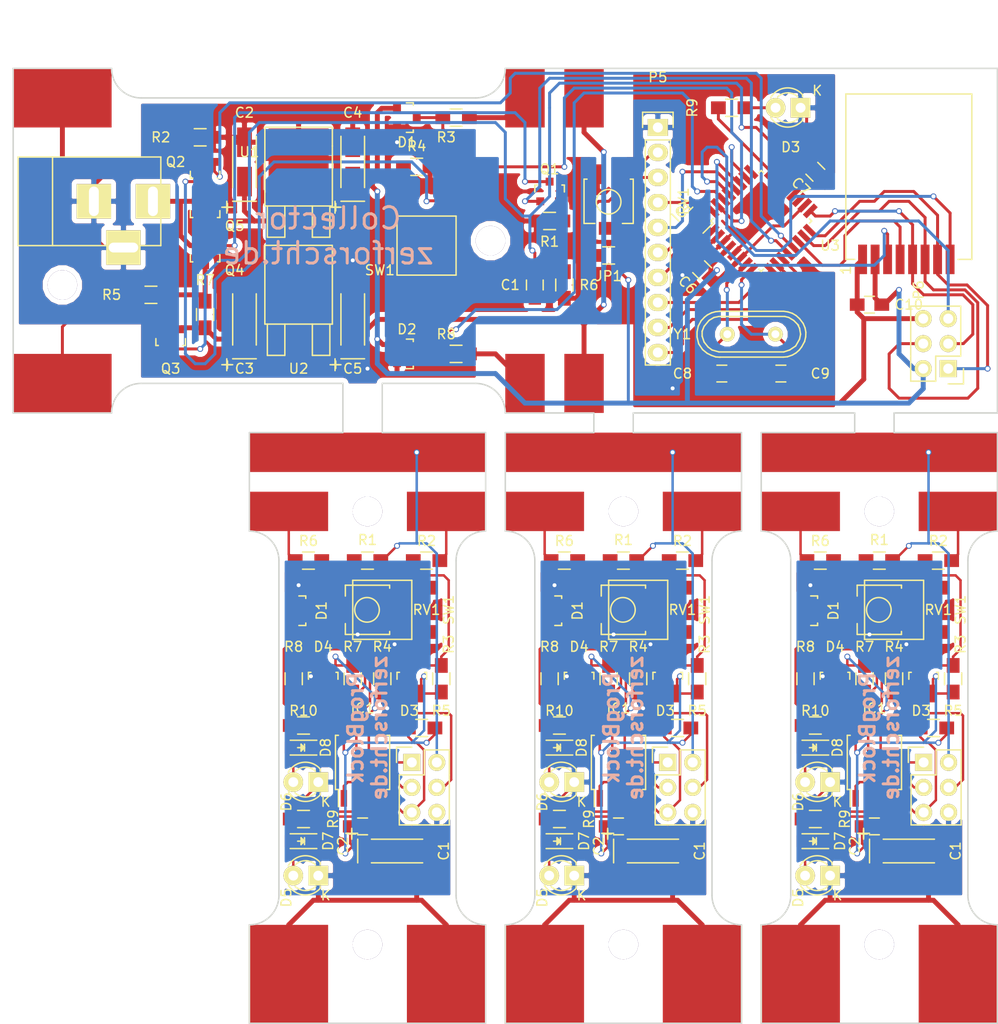
<source format=kicad_pcb>
(kicad_pcb (version 4) (host pcbnew 4.0.2+dfsg1-stable)
  (layers (0 F.Cu signal) (31 B.Cu signal) (34 B.Paste user) (35 F.Paste user) (36 B.SilkS user) (37 F.SilkS user) (38 B.Mask user) (39 F.Mask user) (44 Edge.Cuts user))
  (net 0 "")
  (net 1 GND)
  (net 2 +3V3)
  (net 3 /MOSI)
  (net 4 /MISO)
  (net 5 "Net-(D5-Pad2)")
  (net 6 "Net-(D6-Pad2)")
  (net 7 VCC)
  (net 8 /POT_BTN)
  (net 9 /~RESET)
  (net 10 "Net-(P3-Pad1)")
  (net 11 "Net-(P4-Pad1)")
  (net 12 /LED1)
  (net 13 /LED2)
  (net 14 /BRICK_I_FB)
  (net 15 "Net-(C7-Pad1)")
  (net 16 "Net-(C8-Pad2)")
  (net 17 "Net-(C9-Pad2)")
  (net 18 /UART_TX)
  (net 19 /UART_RX)
  (net 20 "Net-(D3-Pad2)")
  (net 21 /LCD_E)
  (net 22 /LCD_D4)
  (net 23 /LCD_D5)
  (net 24 /LCD_D6)
  (net 25 /LCD_D7)
  (net 26 /BRICK_ON)
  (net 27 /UC_ON)
  (net 28 /~CS_RFM)
  (net 29 /SCK)
  (net 30 "Net-(IC1-Pad19)")
  (net 31 "Net-(IC1-Pad22)")
  (net 32 /STAT_LED)
  (net 33 "Net-(IC1-Pad25)")
  (net 34 /RFM_IRQ)
  (net 35 /RFM_CE)
  (net 36 /LCD_RW)
  (net 37 /LCD_RS)
  (net 38 +5V)
  (net 39 "Net-(P5-Pad3)")
  (net 40 "Net-(Q1-Pad2)")
  (net 41 "Net-(Q1-Pad3)")
  (net 42 "Net-(Q2-Pad2)")
  (net 43 "Net-(Q2-Pad3)")
  (net 44 "Net-(C3-Pad1)")
  (net 45 "Net-(Q3-Pad2)")
  (net 46 +BATT)
  (net 47 "Net-(Q4-Pad3)")
  (net 48 "Net-(C2-Pad1)")
  (net 49 /CON_TX)
  (net 50 "Net-(R4-Pad1)")
  (net 51 /CON_RX)
  (net 52 "Net-(C5-Pad1)")
  (module Mounting_Holes:MountingHole_3mm (layer F.Cu) (at 194.5 83.5 90)
    (fp_text reference REF** hide)
    (fp_text value MountingHole_3mm)
    (pad 1 thru_hole circle (at 0 0 90) (size 3 3) (drill 3) (layers))
  )
  (module TO_SOT_Packages_SMD:SOT-23 (layer F.Cu) (at 187.58 93.59 270)
    (fp_text reference D1 (at 0 -2.25 270) (layer F.SilkS))
    (fp_text value 3V3)
    (pad 1 smd rect (at -0.95 1.00076 270) (size 0.8001 0.8001) (layers F.Cu F.Paste F.Mask) (net 1 GND))
    (pad 2 smd rect (at 0.95 1.00076 270) (size 0.8001 0.8001) (layers F.Cu F.Paste F.Mask))
    (pad 3 smd rect (at 0 -0.99822 270) (size 0.8001 0.8001) (layers F.Cu F.Paste F.Mask) (net 2 +3V3))
  )
  (module custom:Schurter_LSG_1301 (layer F.Cu) (at 196 93.5 180)
    (fp_text reference SW1 (at -6.75 0 270) (layer F.SilkS))
    (fp_text value SW_PUSH)
    (pad 2 smd rect (at 4.55 -2.25 180) (size 2.1 1.4) (layers F.Cu F.Paste F.Mask) (net 1 GND))
    (pad 1 smd rect (at 4.55 2.25 180) (size 2.1 1.4) (layers F.Cu F.Paste F.Mask) (net 8 /POT_BTN))
    (pad 2 smd rect (at -4.55 -2.25 180) (size 2.1 1.4) (layers F.Cu F.Paste F.Mask) (net 1 GND))
    (pad 1 smd rect (at -4.55 2.25 180) (size 2.1 1.4) (layers F.Cu F.Paste F.Mask) (net 8 /POT_BTN))
  )
  (module custom:Smallpad (layer F.Cu) (at 186.5 83.5 90)
    (fp_text reference P4 hide)
    (fp_text value PAD_TX)
    (pad 1 smd rect (at 0 0 90) (size 4 8) (layers F.Cu F.Paste F.Mask) (net 11 "Net-(P4-Pad1)"))
  )
  (module custom:Smallpad (layer F.Cu) (at 202.5 83.5 90)
    (fp_text reference P3 hide)
    (fp_text value PAD_RX)
    (pad 1 smd rect (at 0 0 90) (size 4 8) (layers F.Cu F.Paste F.Mask) (net 10 "Net-(P3-Pad1)"))
  )
  (module custom:BigPad (layer F.Cu) (at 194.5 77.5 90)
    (fp_text reference P1 hide)
    (fp_text value PAD_R)
    (pad 1 smd rect (at 0 0 90) (size 4 24) (layers F.Cu F.Paste F.Mask) (net 7 VCC))
  )
  (module custom:Cermet_Model23 (layer F.Cu) (at 194.5 93.5)
    (fp_text reference RV1 (at 6 0) (layer F.SilkS))
    (fp_text value POT)
    (pad 2 smd rect (at -2.75 0) (size 1.3 2) (layers F.Cu F.Paste F.Mask) (net 8 /POT_BTN))
    (pad 1 smd rect (at 2.75 -1.15) (size 2 1.3) (layers F.Cu F.Paste F.Mask) (net 2 +3V3))
    (pad 3 smd rect (at 2.75 1.15) (size 2 1.3) (layers F.Cu F.Paste F.Mask) (net 1 GND))
  )
  (module Housings_SOIC:SOIJ-8_5.3x5.3mm_Pitch1.27mm (layer F.Cu) (at 194 109 90)
    (fp_text reference IC1 (at 5.5 0 180) (layer F.SilkS))
    (fp_text value ATTINY85-S)
    (pad 1 smd rect (at -3.65 -1.905 90) (size 1.7 0.65) (layers F.Cu F.Paste F.Mask) (net 9 /~RESET))
    (pad 2 smd rect (at -3.65 -0.635 90) (size 1.7 0.65) (layers F.Cu F.Paste F.Mask) (net 13 /LED2))
    (pad 3 smd rect (at -3.65 0.635 90) (size 1.7 0.65) (layers F.Cu F.Paste F.Mask) (net 12 /LED1))
    (pad 4 smd rect (at -3.65 1.905 90) (size 1.7 0.65) (layers F.Cu F.Paste F.Mask) (net 1 GND))
    (pad 5 smd rect (at 3.65 1.905 90) (size 1.7 0.65) (layers F.Cu F.Paste F.Mask) (net 3 /MOSI))
    (pad 6 smd rect (at 3.65 0.635 90) (size 1.7 0.65) (layers F.Cu F.Paste F.Mask) (net 4 /MISO))
    (pad 7 smd rect (at 3.65 -0.635 90) (size 1.7 0.65) (layers F.Cu F.Paste F.Mask) (net 8 /POT_BTN))
    (pad 8 smd rect (at 3.65 -1.905 90) (size 1.7 0.65) (layers F.Cu F.Paste F.Mask) (net 2 +3V3))
  )
  (module Pin_Headers:Pin_Header_Straight_2x03 (layer F.Cu) (at 199 109)
    (fp_text reference P5 hide)
    (fp_text value ISP)
    (pad 1 thru_hole rect (at 0 0) (size 1.7272 1.7272) (drill 1.016) (layers *.Cu *.Mask F.SilkS) (net 4 /MISO))
    (pad 2 thru_hole oval (at 2.54 0) (size 1.7272 1.7272) (drill 1.016) (layers *.Cu *.Mask F.SilkS) (net 7 VCC))
    (pad 3 thru_hole oval (at 0 2.54) (size 1.7272 1.7272) (drill 1.016) (layers *.Cu *.Mask F.SilkS) (net 8 /POT_BTN))
    (pad 4 thru_hole oval (at 2.54 2.54) (size 1.7272 1.7272) (drill 1.016) (layers *.Cu *.Mask F.SilkS) (net 3 /MOSI))
    (pad 5 thru_hole oval (at 0 5.08) (size 1.7272 1.7272) (drill 1.016) (layers *.Cu *.Mask F.SilkS) (net 9 /~RESET))
    (pad 6 thru_hole oval (at 2.54 5.08) (size 1.7272 1.7272) (drill 1.016) (layers *.Cu *.Mask F.SilkS) (net 1 GND))
  )
  (module Resistors_SMD:R_0805_HandSoldering (layer F.Cu) (at 188 105.25)
    (fp_text reference R10 (at 0 -1.5 180) (layer F.SilkS))
    (fp_text value 1k)
    (pad 1 smd rect (at -1.35 0) (size 1.5 1.3) (layers F.Cu F.Paste F.Mask) (net 6 "Net-(D6-Pad2)"))
    (pad 2 smd rect (at 1.35 0) (size 1.5 1.3) (layers F.Cu F.Paste F.Mask) (net 13 /LED2))
  )
  (module Resistors_SMD:R_0805_HandSoldering (layer F.Cu) (at 188 114.75)
    (fp_text reference R9 (at 3 0 90) (layer F.SilkS))
    (fp_text value 1k)
    (pad 1 smd rect (at -1.35 0) (size 1.5 1.3) (layers F.Cu F.Paste F.Mask) (net 5 "Net-(D5-Pad2)"))
    (pad 2 smd rect (at 1.35 0) (size 1.5 1.3) (layers F.Cu F.Paste F.Mask) (net 12 /LED1))
  )
  (module Resistors_SMD:R_0805_HandSoldering (layer F.Cu) (at 187 100.5 90)
    (fp_text reference R8 (at 3.25 0 180) (layer F.SilkS))
    (fp_text value optional)
    (pad 1 smd rect (at -1.35 0 90) (size 1.5 1.3) (layers F.Cu F.Paste F.Mask) (net 1 GND))
    (pad 2 smd rect (at 1.35 0 90) (size 1.5 1.3) (layers F.Cu F.Paste F.Mask) (net 4 /MISO))
  )
  (module Resistors_SMD:R_0805_HandSoldering (layer F.Cu) (at 193 100.5 90)
    (fp_text reference R7 (at 3.25 0 180) (layer F.SilkS))
    (fp_text value optional)
    (pad 1 smd rect (at -1.35 0 90) (size 1.5 1.3) (layers F.Cu F.Paste F.Mask) (net 2 +3V3))
    (pad 2 smd rect (at 1.35 0 90) (size 1.5 1.3) (layers F.Cu F.Paste F.Mask) (net 4 /MISO))
  )
  (module Resistors_SMD:R_0805_HandSoldering (layer F.Cu) (at 188.5 88.5 180)
    (fp_text reference R6 (at 0 2 180) (layer F.SilkS))
    (fp_text value 1k)
    (pad 1 smd rect (at -1.35 0 180) (size 1.5 1.3) (layers F.Cu F.Paste F.Mask) (net 4 /MISO))
    (pad 2 smd rect (at 1.35 0 180) (size 1.5 1.3) (layers F.Cu F.Paste F.Mask) (net 11 "Net-(P4-Pad1)"))
  )
  (module Resistors_SMD:R_0805_HandSoldering (layer F.Cu) (at 200 105.5 180)
    (fp_text reference R5 (at -2 1.75 360) (layer F.SilkS))
    (fp_text value 1k)
    (pad 1 smd rect (at -1.35 0 180) (size 1.5 1.3) (layers F.Cu F.Paste F.Mask) (net 2 +3V3))
    (pad 2 smd rect (at 1.35 0 180) (size 1.5 1.3) (layers F.Cu F.Paste F.Mask) (net 9 /~RESET))
  )
  (module Resistors_SMD:R_0805_HandSoldering (layer F.Cu) (at 196 100.5 90)
    (fp_text reference R4 (at 3.25 0 180) (layer F.SilkS))
    (fp_text value optional)
    (pad 1 smd rect (at -1.35 0 90) (size 1.5 1.3) (layers F.Cu F.Paste F.Mask) (net 1 GND))
    (pad 2 smd rect (at 1.35 0 90) (size 1.5 1.3) (layers F.Cu F.Paste F.Mask) (net 3 /MOSI))
  )
  (module Resistors_SMD:R_0805_HandSoldering (layer F.Cu) (at 202 100.5 90)
    (fp_text reference R3 (at 3.5 0.75 90) (layer F.SilkS))
    (fp_text value optional)
    (pad 1 smd rect (at -1.35 0 90) (size 1.5 1.3) (layers F.Cu F.Paste F.Mask) (net 2 +3V3))
    (pad 2 smd rect (at 1.35 0 90) (size 1.5 1.3) (layers F.Cu F.Paste F.Mask) (net 3 /MOSI))
  )
  (module Resistors_SMD:R_0805_HandSoldering (layer F.Cu) (at 200.5 88.5)
    (fp_text reference R2 (at 0 -2) (layer F.SilkS))
    (fp_text value 1k)
    (pad 1 smd rect (at -1.35 0) (size 1.5 1.3) (layers F.Cu F.Paste F.Mask) (net 3 /MOSI))
    (pad 2 smd rect (at 1.35 0) (size 1.5 1.3) (layers F.Cu F.Paste F.Mask) (net 10 "Net-(P3-Pad1)"))
  )
  (module Resistors_SMD:R_0805_HandSoldering (layer F.Cu) (at 194.5 88.5)
    (fp_text reference R1 (at 0 -2.1) (layer F.SilkS))
    (fp_text value 100R)
    (pad 1 smd rect (at -1.35 0) (size 1.5 1.3) (layers F.Cu F.Paste F.Mask) (net 2 +3V3))
    (pad 2 smd rect (at 1.35 0) (size 1.5 1.3) (layers F.Cu F.Paste F.Mask) (net 7 VCC))
  )
  (module LEDs:LED_0805 (layer F.Cu) (at 187.75 107.5 180)
    (fp_text reference D8 (at -2.5 0 270) (layer F.SilkS))
    (fp_text value LED)
    (pad 2 smd rect (at 1.04902 0) (size 1.19888 1.19888) (layers F.Cu F.Paste F.Mask) (net 6 "Net-(D6-Pad2)"))
    (pad 1 smd rect (at -1.04902 0) (size 1.19888 1.19888) (layers F.Cu F.Paste F.Mask) (net 1 GND))
  )
  (module LEDs:LED_0805 (layer F.Cu) (at 187.75 117 180)
    (fp_text reference D7 (at -2.75 0 270) (layer F.SilkS))
    (fp_text value LED)
    (pad 2 smd rect (at 1.04902 0) (size 1.19888 1.19888) (layers F.Cu F.Paste F.Mask) (net 5 "Net-(D5-Pad2)"))
    (pad 1 smd rect (at -1.04902 0) (size 1.19888 1.19888) (layers F.Cu F.Paste F.Mask) (net 1 GND))
  )
  (module LEDs:LED-3MM (layer F.Cu) (at 189.5 111 180)
    (fp_text reference D6 (at 3.25 -2 270) (layer F.SilkS))
    (fp_text value LED)
    (fp_text user K (at -0.75 -2 180) (layer F.SilkS))
    (pad 1 thru_hole rect (at 0 0 270) (size 2 2) (drill 1.00076) (layers *.Cu *.Mask F.SilkS) (net 1 GND))
    (pad 2 thru_hole circle (at 2.54 0 180) (size 2 2) (drill 1.00076) (layers *.Cu *.Mask F.SilkS) (net 6 "Net-(D6-Pad2)"))
  )
  (module LEDs:LED-3MM (layer F.Cu) (at 189.5 120.5 180)
    (fp_text reference D5 (at 3.25 -2.25 270) (layer F.SilkS))
    (fp_text value LED)
    (fp_text user K (at -0.75 -2 180) (layer F.SilkS))
    (pad 1 thru_hole rect (at 0 0 270) (size 2 2) (drill 1.00076) (layers *.Cu *.Mask F.SilkS) (net 1 GND))
    (pad 2 thru_hole circle (at 2.54 0 180) (size 2 2) (drill 1.00076) (layers *.Cu *.Mask F.SilkS) (net 5 "Net-(D5-Pad2)"))
  )
  (module TO_SOT_Packages_SMD:SOT-23_Handsoldering (layer F.Cu) (at 190 100.5)
    (fp_text reference D4 (at 0 -3.25 180) (layer F.SilkS))
    (fp_text value BAR43S)
    (pad 1 smd rect (at -0.95 1.50114) (size 0.8001 1.80086) (layers F.Cu F.Paste F.Mask) (net 1 GND))
    (pad 2 smd rect (at 0.95 1.50114) (size 0.8001 1.80086) (layers F.Cu F.Paste F.Mask) (net 2 +3V3))
    (pad 3 smd rect (at 0 -1.50114) (size 0.8001 1.80086) (layers F.Cu F.Paste F.Mask) (net 4 /MISO))
  )
  (module TO_SOT_Packages_SMD:SOT-23_Handsoldering (layer F.Cu) (at 199 100.5)
    (fp_text reference D3 (at -0.25 3.25 180) (layer F.SilkS))
    (fp_text value BAR43S)
    (pad 1 smd rect (at -0.95 1.50114) (size 0.8001 1.80086) (layers F.Cu F.Paste F.Mask) (net 1 GND))
    (pad 2 smd rect (at 0.95 1.50114) (size 0.8001 1.80086) (layers F.Cu F.Paste F.Mask) (net 2 +3V3))
    (pad 3 smd rect (at 0 -1.50114) (size 0.8001 1.80086) (layers F.Cu F.Paste F.Mask) (net 3 /MOSI))
  )
  (module Capacitors_SMD:C_0805_HandSoldering (layer F.Cu) (at 194 115.5)
    (fp_text reference C2 (at -2 2 90) (layer F.SilkS))
    (fp_text value 100n)
    (pad 1 smd rect (at -1.25 0) (size 1.5 1.25) (layers F.Cu F.Paste F.Mask) (net 2 +3V3))
    (pad 2 smd rect (at 1.25 0) (size 1.5 1.25) (layers F.Cu F.Paste F.Mask) (net 1 GND))
  )
  (module Capacitors_Tantalum_SMD:TantalC_SizeA_EIA-3216_HandSoldering (layer F.Cu) (at 197.5 118)
    (fp_text reference C1 (at 4.75 0 90) (layer F.SilkS))
    (fp_text value 1uF)
    (fp_text user + (at -4.59994 -1.80086) (layer F.SilkS))
    (pad 2 smd rect (at 1.99898 0) (size 2.99974 1.50114) (layers F.Cu F.Paste F.Mask) (net 1 GND))
    (pad 1 smd rect (at -1.99898 0) (size 2.99974 1.50114) (layers F.Cu F.Paste F.Mask) (net 2 +3V3))
  )
  (module custom:HugePad (layer F.Cu) (at 194.5 130.5 90)
    (fp_text reference P2 hide)
    (fp_text value PAD_L)
    (pad 1 smd rect (at 0 8 90) (size 10 8) (layers F.Cu F.Paste F.Mask) (net 1 GND))
    (pad 1 smd rect (at 0 -8 90) (size 10 8) (layers F.Cu F.Paste F.Mask) (net 1 GND))
  )
  (module Mounting_Holes:MountingHole_3mm (layer F.Cu) (at 194.5 127.5 90)
    (fp_text reference REF** hide)
    (fp_text value MountingHole_3mm)
    (pad 1 thru_hole circle (at 0 0 90) (size 3 3) (drill 3) (layers))
  )
  (module Mounting_Holes:MountingHole_3mm (layer F.Cu) (at 168.5 83.5 90)
    (fp_text reference REF** hide)
    (fp_text value MountingHole_3mm)
    (pad 1 thru_hole circle (at 0 0 90) (size 3 3) (drill 3) (layers))
  )
  (module TO_SOT_Packages_SMD:SOT-23 (layer F.Cu) (at 161.58 93.59 270)
    (fp_text reference D1 (at 0 -2.25 270) (layer F.SilkS))
    (fp_text value 3V3)
    (pad 1 smd rect (at -0.95 1.00076 270) (size 0.8001 0.8001) (layers F.Cu F.Paste F.Mask) (net 1 GND))
    (pad 2 smd rect (at 0.95 1.00076 270) (size 0.8001 0.8001) (layers F.Cu F.Paste F.Mask))
    (pad 3 smd rect (at 0 -0.99822 270) (size 0.8001 0.8001) (layers F.Cu F.Paste F.Mask) (net 2 +3V3))
  )
  (module custom:Schurter_LSG_1301 (layer F.Cu) (at 170 93.5 180)
    (fp_text reference SW1 (at -6.75 0 270) (layer F.SilkS))
    (fp_text value SW_PUSH)
    (pad 2 smd rect (at 4.55 -2.25 180) (size 2.1 1.4) (layers F.Cu F.Paste F.Mask) (net 1 GND))
    (pad 1 smd rect (at 4.55 2.25 180) (size 2.1 1.4) (layers F.Cu F.Paste F.Mask) (net 8 /POT_BTN))
    (pad 2 smd rect (at -4.55 -2.25 180) (size 2.1 1.4) (layers F.Cu F.Paste F.Mask) (net 1 GND))
    (pad 1 smd rect (at -4.55 2.25 180) (size 2.1 1.4) (layers F.Cu F.Paste F.Mask) (net 8 /POT_BTN))
  )
  (module custom:Smallpad (layer F.Cu) (at 160.5 83.5 90)
    (fp_text reference P4 hide)
    (fp_text value PAD_TX)
    (pad 1 smd rect (at 0 0 90) (size 4 8) (layers F.Cu F.Paste F.Mask) (net 11 "Net-(P4-Pad1)"))
  )
  (module custom:Smallpad (layer F.Cu) (at 176.5 83.5 90)
    (fp_text reference P3 hide)
    (fp_text value PAD_RX)
    (pad 1 smd rect (at 0 0 90) (size 4 8) (layers F.Cu F.Paste F.Mask) (net 10 "Net-(P3-Pad1)"))
  )
  (module custom:BigPad (layer F.Cu) (at 168.5 77.5 90)
    (fp_text reference P1 hide)
    (fp_text value PAD_R)
    (pad 1 smd rect (at 0 0 90) (size 4 24) (layers F.Cu F.Paste F.Mask) (net 7 VCC))
  )
  (module custom:Cermet_Model23 (layer F.Cu) (at 168.5 93.5)
    (fp_text reference RV1 (at 6 0) (layer F.SilkS))
    (fp_text value POT)
    (pad 2 smd rect (at -2.75 0) (size 1.3 2) (layers F.Cu F.Paste F.Mask) (net 8 /POT_BTN))
    (pad 1 smd rect (at 2.75 -1.15) (size 2 1.3) (layers F.Cu F.Paste F.Mask) (net 2 +3V3))
    (pad 3 smd rect (at 2.75 1.15) (size 2 1.3) (layers F.Cu F.Paste F.Mask) (net 1 GND))
  )
  (module Housings_SOIC:SOIJ-8_5.3x5.3mm_Pitch1.27mm (layer F.Cu) (at 168 109 90)
    (fp_text reference IC1 (at 5.5 0 180) (layer F.SilkS))
    (fp_text value ATTINY85-S)
    (pad 1 smd rect (at -3.65 -1.905 90) (size 1.7 0.65) (layers F.Cu F.Paste F.Mask) (net 9 /~RESET))
    (pad 2 smd rect (at -3.65 -0.635 90) (size 1.7 0.65) (layers F.Cu F.Paste F.Mask) (net 13 /LED2))
    (pad 3 smd rect (at -3.65 0.635 90) (size 1.7 0.65) (layers F.Cu F.Paste F.Mask) (net 12 /LED1))
    (pad 4 smd rect (at -3.65 1.905 90) (size 1.7 0.65) (layers F.Cu F.Paste F.Mask) (net 1 GND))
    (pad 5 smd rect (at 3.65 1.905 90) (size 1.7 0.65) (layers F.Cu F.Paste F.Mask) (net 3 /MOSI))
    (pad 6 smd rect (at 3.65 0.635 90) (size 1.7 0.65) (layers F.Cu F.Paste F.Mask) (net 4 /MISO))
    (pad 7 smd rect (at 3.65 -0.635 90) (size 1.7 0.65) (layers F.Cu F.Paste F.Mask) (net 8 /POT_BTN))
    (pad 8 smd rect (at 3.65 -1.905 90) (size 1.7 0.65) (layers F.Cu F.Paste F.Mask) (net 2 +3V3))
  )
  (module Pin_Headers:Pin_Header_Straight_2x03 (layer F.Cu) (at 173 109)
    (fp_text reference P5 hide)
    (fp_text value ISP)
    (pad 1 thru_hole rect (at 0 0) (size 1.7272 1.7272) (drill 1.016) (layers *.Cu *.Mask F.SilkS) (net 4 /MISO))
    (pad 2 thru_hole oval (at 2.54 0) (size 1.7272 1.7272) (drill 1.016) (layers *.Cu *.Mask F.SilkS) (net 7 VCC))
    (pad 3 thru_hole oval (at 0 2.54) (size 1.7272 1.7272) (drill 1.016) (layers *.Cu *.Mask F.SilkS) (net 8 /POT_BTN))
    (pad 4 thru_hole oval (at 2.54 2.54) (size 1.7272 1.7272) (drill 1.016) (layers *.Cu *.Mask F.SilkS) (net 3 /MOSI))
    (pad 5 thru_hole oval (at 0 5.08) (size 1.7272 1.7272) (drill 1.016) (layers *.Cu *.Mask F.SilkS) (net 9 /~RESET))
    (pad 6 thru_hole oval (at 2.54 5.08) (size 1.7272 1.7272) (drill 1.016) (layers *.Cu *.Mask F.SilkS) (net 1 GND))
  )
  (module Resistors_SMD:R_0805_HandSoldering (layer F.Cu) (at 162 105.25)
    (fp_text reference R10 (at 0 -1.5 180) (layer F.SilkS))
    (fp_text value 1k)
    (pad 1 smd rect (at -1.35 0) (size 1.5 1.3) (layers F.Cu F.Paste F.Mask) (net 6 "Net-(D6-Pad2)"))
    (pad 2 smd rect (at 1.35 0) (size 1.5 1.3) (layers F.Cu F.Paste F.Mask) (net 13 /LED2))
  )
  (module Resistors_SMD:R_0805_HandSoldering (layer F.Cu) (at 162 114.75)
    (fp_text reference R9 (at 3 0 90) (layer F.SilkS))
    (fp_text value 1k)
    (pad 1 smd rect (at -1.35 0) (size 1.5 1.3) (layers F.Cu F.Paste F.Mask) (net 5 "Net-(D5-Pad2)"))
    (pad 2 smd rect (at 1.35 0) (size 1.5 1.3) (layers F.Cu F.Paste F.Mask) (net 12 /LED1))
  )
  (module Resistors_SMD:R_0805_HandSoldering (layer F.Cu) (at 161 100.5 90)
    (fp_text reference R8 (at 3.25 0 180) (layer F.SilkS))
    (fp_text value optional)
    (pad 1 smd rect (at -1.35 0 90) (size 1.5 1.3) (layers F.Cu F.Paste F.Mask) (net 1 GND))
    (pad 2 smd rect (at 1.35 0 90) (size 1.5 1.3) (layers F.Cu F.Paste F.Mask) (net 4 /MISO))
  )
  (module Resistors_SMD:R_0805_HandSoldering (layer F.Cu) (at 167 100.5 90)
    (fp_text reference R7 (at 3.25 0 180) (layer F.SilkS))
    (fp_text value optional)
    (pad 1 smd rect (at -1.35 0 90) (size 1.5 1.3) (layers F.Cu F.Paste F.Mask) (net 2 +3V3))
    (pad 2 smd rect (at 1.35 0 90) (size 1.5 1.3) (layers F.Cu F.Paste F.Mask) (net 4 /MISO))
  )
  (module Resistors_SMD:R_0805_HandSoldering (layer F.Cu) (at 162.5 88.5 180)
    (fp_text reference R6 (at 0 2 180) (layer F.SilkS))
    (fp_text value 1k)
    (pad 1 smd rect (at -1.35 0 180) (size 1.5 1.3) (layers F.Cu F.Paste F.Mask) (net 4 /MISO))
    (pad 2 smd rect (at 1.35 0 180) (size 1.5 1.3) (layers F.Cu F.Paste F.Mask) (net 11 "Net-(P4-Pad1)"))
  )
  (module Resistors_SMD:R_0805_HandSoldering (layer F.Cu) (at 174 105.5 180)
    (fp_text reference R5 (at -2 1.75 360) (layer F.SilkS))
    (fp_text value 1k)
    (pad 1 smd rect (at -1.35 0 180) (size 1.5 1.3) (layers F.Cu F.Paste F.Mask) (net 2 +3V3))
    (pad 2 smd rect (at 1.35 0 180) (size 1.5 1.3) (layers F.Cu F.Paste F.Mask) (net 9 /~RESET))
  )
  (module Resistors_SMD:R_0805_HandSoldering (layer F.Cu) (at 170 100.5 90)
    (fp_text reference R4 (at 3.25 0 180) (layer F.SilkS))
    (fp_text value optional)
    (pad 1 smd rect (at -1.35 0 90) (size 1.5 1.3) (layers F.Cu F.Paste F.Mask) (net 1 GND))
    (pad 2 smd rect (at 1.35 0 90) (size 1.5 1.3) (layers F.Cu F.Paste F.Mask) (net 3 /MOSI))
  )
  (module Resistors_SMD:R_0805_HandSoldering (layer F.Cu) (at 176 100.5 90)
    (fp_text reference R3 (at 3.5 0.75 90) (layer F.SilkS))
    (fp_text value optional)
    (pad 1 smd rect (at -1.35 0 90) (size 1.5 1.3) (layers F.Cu F.Paste F.Mask) (net 2 +3V3))
    (pad 2 smd rect (at 1.35 0 90) (size 1.5 1.3) (layers F.Cu F.Paste F.Mask) (net 3 /MOSI))
  )
  (module Resistors_SMD:R_0805_HandSoldering (layer F.Cu) (at 174.5 88.5)
    (fp_text reference R2 (at 0 -2) (layer F.SilkS))
    (fp_text value 1k)
    (pad 1 smd rect (at -1.35 0) (size 1.5 1.3) (layers F.Cu F.Paste F.Mask) (net 3 /MOSI))
    (pad 2 smd rect (at 1.35 0) (size 1.5 1.3) (layers F.Cu F.Paste F.Mask) (net 10 "Net-(P3-Pad1)"))
  )
  (module Resistors_SMD:R_0805_HandSoldering (layer F.Cu) (at 168.5 88.5)
    (fp_text reference R1 (at 0 -2.1) (layer F.SilkS))
    (fp_text value 100R)
    (pad 1 smd rect (at -1.35 0) (size 1.5 1.3) (layers F.Cu F.Paste F.Mask) (net 2 +3V3))
    (pad 2 smd rect (at 1.35 0) (size 1.5 1.3) (layers F.Cu F.Paste F.Mask) (net 7 VCC))
  )
  (module LEDs:LED_0805 (layer F.Cu) (at 161.75 107.5 180)
    (fp_text reference D8 (at -2.5 0 270) (layer F.SilkS))
    (fp_text value LED)
    (pad 2 smd rect (at 1.04902 0) (size 1.19888 1.19888) (layers F.Cu F.Paste F.Mask) (net 6 "Net-(D6-Pad2)"))
    (pad 1 smd rect (at -1.04902 0) (size 1.19888 1.19888) (layers F.Cu F.Paste F.Mask) (net 1 GND))
  )
  (module LEDs:LED_0805 (layer F.Cu) (at 161.75 117 180)
    (fp_text reference D7 (at -2.75 0 270) (layer F.SilkS))
    (fp_text value LED)
    (pad 2 smd rect (at 1.04902 0) (size 1.19888 1.19888) (layers F.Cu F.Paste F.Mask) (net 5 "Net-(D5-Pad2)"))
    (pad 1 smd rect (at -1.04902 0) (size 1.19888 1.19888) (layers F.Cu F.Paste F.Mask) (net 1 GND))
  )
  (module LEDs:LED-3MM (layer F.Cu) (at 163.5 111 180)
    (fp_text reference D6 (at 3.25 -2 270) (layer F.SilkS))
    (fp_text value LED)
    (fp_text user K (at -0.75 -2 180) (layer F.SilkS))
    (pad 1 thru_hole rect (at 0 0 270) (size 2 2) (drill 1.00076) (layers *.Cu *.Mask F.SilkS) (net 1 GND))
    (pad 2 thru_hole circle (at 2.54 0 180) (size 2 2) (drill 1.00076) (layers *.Cu *.Mask F.SilkS) (net 6 "Net-(D6-Pad2)"))
  )
  (module LEDs:LED-3MM (layer F.Cu) (at 163.5 120.5 180)
    (fp_text reference D5 (at 3.25 -2.25 270) (layer F.SilkS))
    (fp_text value LED)
    (fp_text user K (at -0.75 -2 180) (layer F.SilkS))
    (pad 1 thru_hole rect (at 0 0 270) (size 2 2) (drill 1.00076) (layers *.Cu *.Mask F.SilkS) (net 1 GND))
    (pad 2 thru_hole circle (at 2.54 0 180) (size 2 2) (drill 1.00076) (layers *.Cu *.Mask F.SilkS) (net 5 "Net-(D5-Pad2)"))
  )
  (module TO_SOT_Packages_SMD:SOT-23_Handsoldering (layer F.Cu) (at 164 100.5)
    (fp_text reference D4 (at 0 -3.25 180) (layer F.SilkS))
    (fp_text value BAR43S)
    (pad 1 smd rect (at -0.95 1.50114) (size 0.8001 1.80086) (layers F.Cu F.Paste F.Mask) (net 1 GND))
    (pad 2 smd rect (at 0.95 1.50114) (size 0.8001 1.80086) (layers F.Cu F.Paste F.Mask) (net 2 +3V3))
    (pad 3 smd rect (at 0 -1.50114) (size 0.8001 1.80086) (layers F.Cu F.Paste F.Mask) (net 4 /MISO))
  )
  (module TO_SOT_Packages_SMD:SOT-23_Handsoldering (layer F.Cu) (at 173 100.5)
    (fp_text reference D3 (at -0.25 3.25 180) (layer F.SilkS))
    (fp_text value BAR43S)
    (pad 1 smd rect (at -0.95 1.50114) (size 0.8001 1.80086) (layers F.Cu F.Paste F.Mask) (net 1 GND))
    (pad 2 smd rect (at 0.95 1.50114) (size 0.8001 1.80086) (layers F.Cu F.Paste F.Mask) (net 2 +3V3))
    (pad 3 smd rect (at 0 -1.50114) (size 0.8001 1.80086) (layers F.Cu F.Paste F.Mask) (net 3 /MOSI))
  )
  (module Capacitors_SMD:C_0805_HandSoldering (layer F.Cu) (at 168 115.5)
    (fp_text reference C2 (at -2 2 90) (layer F.SilkS))
    (fp_text value 100n)
    (pad 1 smd rect (at -1.25 0) (size 1.5 1.25) (layers F.Cu F.Paste F.Mask) (net 2 +3V3))
    (pad 2 smd rect (at 1.25 0) (size 1.5 1.25) (layers F.Cu F.Paste F.Mask) (net 1 GND))
  )
  (module Capacitors_Tantalum_SMD:TantalC_SizeA_EIA-3216_HandSoldering (layer F.Cu) (at 171.5 118)
    (fp_text reference C1 (at 4.75 0 90) (layer F.SilkS))
    (fp_text value 1uF)
    (fp_text user + (at -4.59994 -1.80086) (layer F.SilkS))
    (pad 2 smd rect (at 1.99898 0) (size 2.99974 1.50114) (layers F.Cu F.Paste F.Mask) (net 1 GND))
    (pad 1 smd rect (at -1.99898 0) (size 2.99974 1.50114) (layers F.Cu F.Paste F.Mask) (net 2 +3V3))
  )
  (module custom:HugePad (layer F.Cu) (at 168.5 130.5 90)
    (fp_text reference P2 hide)
    (fp_text value PAD_L)
    (pad 1 smd rect (at 0 8 90) (size 10 8) (layers F.Cu F.Paste F.Mask) (net 1 GND))
    (pad 1 smd rect (at 0 -8 90) (size 10 8) (layers F.Cu F.Paste F.Mask) (net 1 GND))
  )
  (module Mounting_Holes:MountingHole_3mm (layer F.Cu) (at 168.5 127.5 90)
    (fp_text reference REF** hide)
    (fp_text value MountingHole_3mm)
    (pad 1 thru_hole circle (at 0 0 90) (size 3 3) (drill 3) (layers))
  )
  (module Mounting_Holes:MountingHole_3mm (layer F.Cu) (at 142.5 127.5 90)
    (fp_text reference REF** hide)
    (fp_text value MountingHole_3mm)
    (pad 1 thru_hole circle (at 0 0 90) (size 3 3) (drill 3) (layers))
  )
  (module custom:HugePad (layer F.Cu) (at 142.5 130.5 90)
    (fp_text reference P2 hide)
    (fp_text value PAD_L)
    (pad 1 smd rect (at 0 8 90) (size 10 8) (layers F.Cu F.Paste F.Mask) (net 1 GND))
    (pad 1 smd rect (at 0 -8 90) (size 10 8) (layers F.Cu F.Paste F.Mask) (net 1 GND))
  )
  (module Capacitors_Tantalum_SMD:TantalC_SizeA_EIA-3216_HandSoldering (layer F.Cu) (at 145.5 118)
    (fp_text reference C1 (at 4.75 0 90) (layer F.SilkS))
    (fp_text value 1uF)
    (fp_text user + (at -4.59994 -1.80086) (layer F.SilkS))
    (pad 2 smd rect (at 1.99898 0) (size 2.99974 1.50114) (layers F.Cu F.Paste F.Mask) (net 1 GND))
    (pad 1 smd rect (at -1.99898 0) (size 2.99974 1.50114) (layers F.Cu F.Paste F.Mask) (net 2 +3V3))
  )
  (module Capacitors_SMD:C_0805_HandSoldering (layer F.Cu) (at 142 115.5)
    (fp_text reference C2 (at -2 2 90) (layer F.SilkS))
    (fp_text value 100n)
    (pad 1 smd rect (at -1.25 0) (size 1.5 1.25) (layers F.Cu F.Paste F.Mask) (net 2 +3V3))
    (pad 2 smd rect (at 1.25 0) (size 1.5 1.25) (layers F.Cu F.Paste F.Mask) (net 1 GND))
  )
  (module TO_SOT_Packages_SMD:SOT-23_Handsoldering (layer F.Cu) (at 147 100.5)
    (fp_text reference D3 (at -0.25 3.25 180) (layer F.SilkS))
    (fp_text value BAR43S)
    (pad 1 smd rect (at -0.95 1.50114) (size 0.8001 1.80086) (layers F.Cu F.Paste F.Mask) (net 1 GND))
    (pad 2 smd rect (at 0.95 1.50114) (size 0.8001 1.80086) (layers F.Cu F.Paste F.Mask) (net 2 +3V3))
    (pad 3 smd rect (at 0 -1.50114) (size 0.8001 1.80086) (layers F.Cu F.Paste F.Mask) (net 3 /MOSI))
  )
  (module TO_SOT_Packages_SMD:SOT-23_Handsoldering (layer F.Cu) (at 138 100.5)
    (fp_text reference D4 (at 0 -3.25 180) (layer F.SilkS))
    (fp_text value BAR43S)
    (pad 1 smd rect (at -0.95 1.50114) (size 0.8001 1.80086) (layers F.Cu F.Paste F.Mask) (net 1 GND))
    (pad 2 smd rect (at 0.95 1.50114) (size 0.8001 1.80086) (layers F.Cu F.Paste F.Mask) (net 2 +3V3))
    (pad 3 smd rect (at 0 -1.50114) (size 0.8001 1.80086) (layers F.Cu F.Paste F.Mask) (net 4 /MISO))
  )
  (module LEDs:LED-3MM (layer F.Cu) (at 137.5 120.5 180)
    (fp_text reference D5 (at 3.25 -2.25 270) (layer F.SilkS))
    (fp_text value LED)
    (fp_text user K (at -0.75 -2 180) (layer F.SilkS))
    (pad 1 thru_hole rect (at 0 0 270) (size 2 2) (drill 1.00076) (layers *.Cu *.Mask F.SilkS) (net 1 GND))
    (pad 2 thru_hole circle (at 2.54 0 180) (size 2 2) (drill 1.00076) (layers *.Cu *.Mask F.SilkS) (net 5 "Net-(D5-Pad2)"))
  )
  (module LEDs:LED-3MM (layer F.Cu) (at 137.5 111 180)
    (fp_text reference D6 (at 3.25 -2 270) (layer F.SilkS))
    (fp_text value LED)
    (fp_text user K (at -0.75 -2 180) (layer F.SilkS))
    (pad 1 thru_hole rect (at 0 0 270) (size 2 2) (drill 1.00076) (layers *.Cu *.Mask F.SilkS) (net 1 GND))
    (pad 2 thru_hole circle (at 2.54 0 180) (size 2 2) (drill 1.00076) (layers *.Cu *.Mask F.SilkS) (net 6 "Net-(D6-Pad2)"))
  )
  (module LEDs:LED_0805 (layer F.Cu) (at 135.75 117 180)
    (fp_text reference D7 (at -2.75 0 270) (layer F.SilkS))
    (fp_text value LED)
    (pad 2 smd rect (at 1.04902 0) (size 1.19888 1.19888) (layers F.Cu F.Paste F.Mask) (net 5 "Net-(D5-Pad2)"))
    (pad 1 smd rect (at -1.04902 0) (size 1.19888 1.19888) (layers F.Cu F.Paste F.Mask) (net 1 GND))
  )
  (module LEDs:LED_0805 (layer F.Cu) (at 135.75 107.5 180)
    (fp_text reference D8 (at -2.5 0 270) (layer F.SilkS))
    (fp_text value LED)
    (pad 2 smd rect (at 1.04902 0) (size 1.19888 1.19888) (layers F.Cu F.Paste F.Mask) (net 6 "Net-(D6-Pad2)"))
    (pad 1 smd rect (at -1.04902 0) (size 1.19888 1.19888) (layers F.Cu F.Paste F.Mask) (net 1 GND))
  )
  (module Resistors_SMD:R_0805_HandSoldering (layer F.Cu) (at 142.5 88.5)
    (fp_text reference R1 (at 0 -2.1) (layer F.SilkS))
    (fp_text value 100R)
    (pad 1 smd rect (at -1.35 0) (size 1.5 1.3) (layers F.Cu F.Paste F.Mask) (net 2 +3V3))
    (pad 2 smd rect (at 1.35 0) (size 1.5 1.3) (layers F.Cu F.Paste F.Mask) (net 7 VCC))
  )
  (module Resistors_SMD:R_0805_HandSoldering (layer F.Cu) (at 148.5 88.5)
    (fp_text reference R2 (at 0 -2) (layer F.SilkS))
    (fp_text value 1k)
    (pad 1 smd rect (at -1.35 0) (size 1.5 1.3) (layers F.Cu F.Paste F.Mask) (net 3 /MOSI))
    (pad 2 smd rect (at 1.35 0) (size 1.5 1.3) (layers F.Cu F.Paste F.Mask) (net 10 "Net-(P3-Pad1)"))
  )
  (module Resistors_SMD:R_0805_HandSoldering (layer F.Cu) (at 150 100.5 90)
    (fp_text reference R3 (at 3.5 0.75 90) (layer F.SilkS))
    (fp_text value optional)
    (pad 1 smd rect (at -1.35 0 90) (size 1.5 1.3) (layers F.Cu F.Paste F.Mask) (net 2 +3V3))
    (pad 2 smd rect (at 1.35 0 90) (size 1.5 1.3) (layers F.Cu F.Paste F.Mask) (net 3 /MOSI))
  )
  (module Resistors_SMD:R_0805_HandSoldering (layer F.Cu) (at 144 100.5 90)
    (fp_text reference R4 (at 3.25 0 180) (layer F.SilkS))
    (fp_text value optional)
    (pad 1 smd rect (at -1.35 0 90) (size 1.5 1.3) (layers F.Cu F.Paste F.Mask) (net 1 GND))
    (pad 2 smd rect (at 1.35 0 90) (size 1.5 1.3) (layers F.Cu F.Paste F.Mask) (net 3 /MOSI))
  )
  (module Resistors_SMD:R_0805_HandSoldering (layer F.Cu) (at 148 105.5 180)
    (fp_text reference R5 (at -2 1.75 360) (layer F.SilkS))
    (fp_text value 1k)
    (pad 1 smd rect (at -1.35 0 180) (size 1.5 1.3) (layers F.Cu F.Paste F.Mask) (net 2 +3V3))
    (pad 2 smd rect (at 1.35 0 180) (size 1.5 1.3) (layers F.Cu F.Paste F.Mask) (net 9 /~RESET))
  )
  (module Resistors_SMD:R_0805_HandSoldering (layer F.Cu) (at 136.5 88.5 180)
    (fp_text reference R6 (at 0 2 180) (layer F.SilkS))
    (fp_text value 1k)
    (pad 1 smd rect (at -1.35 0 180) (size 1.5 1.3) (layers F.Cu F.Paste F.Mask) (net 4 /MISO))
    (pad 2 smd rect (at 1.35 0 180) (size 1.5 1.3) (layers F.Cu F.Paste F.Mask) (net 11 "Net-(P4-Pad1)"))
  )
  (module Resistors_SMD:R_0805_HandSoldering (layer F.Cu) (at 141 100.5 90)
    (fp_text reference R7 (at 3.25 0 180) (layer F.SilkS))
    (fp_text value optional)
    (pad 1 smd rect (at -1.35 0 90) (size 1.5 1.3) (layers F.Cu F.Paste F.Mask) (net 2 +3V3))
    (pad 2 smd rect (at 1.35 0 90) (size 1.5 1.3) (layers F.Cu F.Paste F.Mask) (net 4 /MISO))
  )
  (module Resistors_SMD:R_0805_HandSoldering (layer F.Cu) (at 135 100.5 90)
    (fp_text reference R8 (at 3.25 0 180) (layer F.SilkS))
    (fp_text value optional)
    (pad 1 smd rect (at -1.35 0 90) (size 1.5 1.3) (layers F.Cu F.Paste F.Mask) (net 1 GND))
    (pad 2 smd rect (at 1.35 0 90) (size 1.5 1.3) (layers F.Cu F.Paste F.Mask) (net 4 /MISO))
  )
  (module Resistors_SMD:R_0805_HandSoldering (layer F.Cu) (at 136 114.75)
    (fp_text reference R9 (at 3 0 90) (layer F.SilkS))
    (fp_text value 1k)
    (pad 1 smd rect (at -1.35 0) (size 1.5 1.3) (layers F.Cu F.Paste F.Mask) (net 5 "Net-(D5-Pad2)"))
    (pad 2 smd rect (at 1.35 0) (size 1.5 1.3) (layers F.Cu F.Paste F.Mask) (net 12 /LED1))
  )
  (module Resistors_SMD:R_0805_HandSoldering (layer F.Cu) (at 136 105.25)
    (fp_text reference R10 (at 0 -1.5 180) (layer F.SilkS))
    (fp_text value 1k)
    (pad 1 smd rect (at -1.35 0) (size 1.5 1.3) (layers F.Cu F.Paste F.Mask) (net 6 "Net-(D6-Pad2)"))
    (pad 2 smd rect (at 1.35 0) (size 1.5 1.3) (layers F.Cu F.Paste F.Mask) (net 13 /LED2))
  )
  (module Pin_Headers:Pin_Header_Straight_2x03 (layer F.Cu) (at 147 109)
    (fp_text reference P5 hide)
    (fp_text value ISP)
    (pad 1 thru_hole rect (at 0 0) (size 1.7272 1.7272) (drill 1.016) (layers *.Cu *.Mask F.SilkS) (net 4 /MISO))
    (pad 2 thru_hole oval (at 2.54 0) (size 1.7272 1.7272) (drill 1.016) (layers *.Cu *.Mask F.SilkS) (net 7 VCC))
    (pad 3 thru_hole oval (at 0 2.54) (size 1.7272 1.7272) (drill 1.016) (layers *.Cu *.Mask F.SilkS) (net 8 /POT_BTN))
    (pad 4 thru_hole oval (at 2.54 2.54) (size 1.7272 1.7272) (drill 1.016) (layers *.Cu *.Mask F.SilkS) (net 3 /MOSI))
    (pad 5 thru_hole oval (at 0 5.08) (size 1.7272 1.7272) (drill 1.016) (layers *.Cu *.Mask F.SilkS) (net 9 /~RESET))
    (pad 6 thru_hole oval (at 2.54 5.08) (size 1.7272 1.7272) (drill 1.016) (layers *.Cu *.Mask F.SilkS) (net 1 GND))
  )
  (module Housings_SOIC:SOIJ-8_5.3x5.3mm_Pitch1.27mm (layer F.Cu) (at 142 109 90)
    (fp_text reference IC1 (at 5.5 0 180) (layer F.SilkS))
    (fp_text value ATTINY85-S)
    (pad 1 smd rect (at -3.65 -1.905 90) (size 1.7 0.65) (layers F.Cu F.Paste F.Mask) (net 9 /~RESET))
    (pad 2 smd rect (at -3.65 -0.635 90) (size 1.7 0.65) (layers F.Cu F.Paste F.Mask) (net 13 /LED2))
    (pad 3 smd rect (at -3.65 0.635 90) (size 1.7 0.65) (layers F.Cu F.Paste F.Mask) (net 12 /LED1))
    (pad 4 smd rect (at -3.65 1.905 90) (size 1.7 0.65) (layers F.Cu F.Paste F.Mask) (net 1 GND))
    (pad 5 smd rect (at 3.65 1.905 90) (size 1.7 0.65) (layers F.Cu F.Paste F.Mask) (net 3 /MOSI))
    (pad 6 smd rect (at 3.65 0.635 90) (size 1.7 0.65) (layers F.Cu F.Paste F.Mask) (net 4 /MISO))
    (pad 7 smd rect (at 3.65 -0.635 90) (size 1.7 0.65) (layers F.Cu F.Paste F.Mask) (net 8 /POT_BTN))
    (pad 8 smd rect (at 3.65 -1.905 90) (size 1.7 0.65) (layers F.Cu F.Paste F.Mask) (net 2 +3V3))
  )
  (module custom:Cermet_Model23 (layer F.Cu) (at 142.5 93.5)
    (fp_text reference RV1 (at 6 0) (layer F.SilkS))
    (fp_text value POT)
    (pad 2 smd rect (at -2.75 0) (size 1.3 2) (layers F.Cu F.Paste F.Mask) (net 8 /POT_BTN))
    (pad 1 smd rect (at 2.75 -1.15) (size 2 1.3) (layers F.Cu F.Paste F.Mask) (net 2 +3V3))
    (pad 3 smd rect (at 2.75 1.15) (size 2 1.3) (layers F.Cu F.Paste F.Mask) (net 1 GND))
  )
  (module custom:BigPad (layer F.Cu) (at 142.5 77.5 90)
    (fp_text reference P1 hide)
    (fp_text value PAD_R)
    (pad 1 smd rect (at 0 0 90) (size 4 24) (layers F.Cu F.Paste F.Mask) (net 7 VCC))
  )
  (module custom:Smallpad (layer F.Cu) (at 150.5 83.5 90)
    (fp_text reference P3 hide)
    (fp_text value PAD_RX)
    (pad 1 smd rect (at 0 0 90) (size 4 8) (layers F.Cu F.Paste F.Mask) (net 10 "Net-(P3-Pad1)"))
  )
  (module custom:Smallpad (layer F.Cu) (at 134.5 83.5 90)
    (fp_text reference P4 hide)
    (fp_text value PAD_TX)
    (pad 1 smd rect (at 0 0 90) (size 4 8) (layers F.Cu F.Paste F.Mask) (net 11 "Net-(P4-Pad1)"))
  )
  (module custom:Schurter_LSG_1301 (layer F.Cu) (at 144 93.5 180)
    (fp_text reference SW1 (at -6.75 0 270) (layer F.SilkS))
    (fp_text value SW_PUSH)
    (pad 2 smd rect (at 4.55 -2.25 180) (size 2.1 1.4) (layers F.Cu F.Paste F.Mask) (net 1 GND))
    (pad 1 smd rect (at 4.55 2.25 180) (size 2.1 1.4) (layers F.Cu F.Paste F.Mask) (net 8 /POT_BTN))
    (pad 2 smd rect (at -4.55 -2.25 180) (size 2.1 1.4) (layers F.Cu F.Paste F.Mask) (net 1 GND))
    (pad 1 smd rect (at -4.55 2.25 180) (size 2.1 1.4) (layers F.Cu F.Paste F.Mask) (net 8 /POT_BTN))
  )
  (module TO_SOT_Packages_SMD:SOT-23 (layer F.Cu) (at 135.58 93.59 270)
    (fp_text reference D1 (at 0 -2.25 270) (layer F.SilkS))
    (fp_text value 3V3)
    (pad 1 smd rect (at -0.95 1.00076 270) (size 0.8001 0.8001) (layers F.Cu F.Paste F.Mask) (net 1 GND))
    (pad 2 smd rect (at 0.95 1.00076 270) (size 0.8001 0.8001) (layers F.Cu F.Paste F.Mask))
    (pad 3 smd rect (at 0 -0.99822 270) (size 0.8001 0.8001) (layers F.Cu F.Paste F.Mask) (net 2 +3V3))
  )
  (module Mounting_Holes:MountingHole_3mm (layer F.Cu) (at 142.5 83.5 90)
    (fp_text reference REF** hide)
    (fp_text value MountingHole_3mm)
    (pad 1 thru_hole circle (at 0 0 90) (size 3 3) (drill 3) (layers))
  )
  (module custom:Cermet_Model23 (layer F.Cu) (at 167 52 90)
    (fp_text reference RV1 (at 0 7.62 90) (layer F.SilkS))
    (fp_text value POT)
    (pad 2 smd rect (at -2.75 0 90) (size 1.3 2) (layers F.Cu F.Paste F.Mask) (net 39 "Net-(P5-Pad3)"))
    (pad 1 smd rect (at 2.75 -1.15 90) (size 2 1.3) (layers F.Cu F.Paste F.Mask) (net 1 GND))
    (pad 3 smd rect (at 2.75 1.15 90) (size 2 1.3) (layers F.Cu F.Paste F.Mask) (net 38 +5V))
  )
  (module TO_SOT_Packages_SMD:TO-252-2Lead (layer F.Cu) (at 135.5 66)
    (fp_text reference U2 (at 0 3) (layer F.SilkS))
    (fp_text value "TS2940 CP33")
    (pad VI smd rect (at -2.286 0) (size 1.651 3.048) (layers F.Cu F.Paste F.Mask) (net 44 "Net-(C3-Pad1)"))
    (pad GND smd rect (at 0 -6.35) (size 6.096 6.096) (layers F.Cu F.Paste F.Mask) (net 1 GND))
    (pad VO smd rect (at 2.286 0) (size 1.651 3.048) (layers F.Cu F.Paste F.Mask) (net 52 "Net-(C5-Pad1)"))
  )
  (module TO_SOT_Packages_SMD:TO-252-2Lead (layer F.Cu) (at 135.5 54)
    (fp_text reference U1 (at -5 -7) (layer F.SilkS))
    (fp_text value "TS2940 CP33")
    (pad VI smd rect (at -2.286 0) (size 1.651 3.048) (layers F.Cu F.Paste F.Mask) (net 48 "Net-(C2-Pad1)"))
    (pad GND smd rect (at 0 -6.35) (size 6.096 6.096) (layers F.Cu F.Paste F.Mask) (net 1 GND))
    (pad VO smd rect (at 2.286 0) (size 1.651 3.048) (layers F.Cu F.Paste F.Mask) (net 2 +3V3))
  )
  (module Capacitors_SMD:C_0805_HandSoldering (layer F.Cu) (at 159.5 60.5 270)
    (fp_text reference C1 (at 0 2.5 360) (layer F.SilkS))
    (fp_text value 10n)
    (pad 1 smd rect (at -1.25 0 270) (size 1.5 1.25) (layers F.Cu F.Paste F.Mask) (net 14 /BRICK_I_FB))
    (pad 2 smd rect (at 1.25 0 270) (size 1.5 1.25) (layers F.Cu F.Paste F.Mask) (net 1 GND))
  )
  (module Capacitors_SMD:C_0805_HandSoldering (layer F.Cu) (at 176.5 59 135)
    (fp_text reference C6 (at 0 -2.1 135) (layer F.SilkS))
    (fp_text value 100n)
    (pad 1 smd rect (at -1.25 0 135) (size 1.5 1.25) (layers F.Cu F.Paste F.Mask) (net 2 +3V3))
    (pad 2 smd rect (at 1.25 0 135) (size 1.5 1.25) (layers F.Cu F.Paste F.Mask) (net 1 GND))
  )
  (module Capacitors_SMD:C_0805_HandSoldering (layer F.Cu) (at 188 49 135)
    (fp_text reference C7 (at 0 -2.1 135) (layer F.SilkS))
    (fp_text value 100n)
    (pad 1 smd rect (at -1.25 0 135) (size 1.5 1.25) (layers F.Cu F.Paste F.Mask) (net 15 "Net-(C7-Pad1)"))
    (pad 2 smd rect (at 1.25 0 135) (size 1.5 1.25) (layers F.Cu F.Paste F.Mask) (net 1 GND))
  )
  (module Capacitors_SMD:C_0805_HandSoldering (layer F.Cu) (at 178.5 69.5 180)
    (fp_text reference C8 (at 4 0 180) (layer F.SilkS))
    (fp_text value 22p)
    (pad 1 smd rect (at -1.25 0 180) (size 1.5 1.25) (layers F.Cu F.Paste F.Mask) (net 1 GND))
    (pad 2 smd rect (at 1.25 0 180) (size 1.5 1.25) (layers F.Cu F.Paste F.Mask) (net 16 "Net-(C8-Pad2)"))
  )
  (module Capacitors_SMD:C_0805_HandSoldering (layer F.Cu) (at 184.5 69.5)
    (fp_text reference C9 (at 4 0) (layer F.SilkS))
    (fp_text value 22p)
    (pad 1 smd rect (at -1.25 0) (size 1.5 1.25) (layers F.Cu F.Paste F.Mask) (net 1 GND))
    (pad 2 smd rect (at 1.25 0) (size 1.5 1.25) (layers F.Cu F.Paste F.Mask) (net 17 "Net-(C9-Pad2)"))
  )
  (module Capacitors_SMD:C_0805_HandSoldering (layer F.Cu) (at 193.5 62.5 180)
    (fp_text reference C10 (at -4 0 180) (layer F.SilkS))
    (fp_text value 100n)
    (pad 1 smd rect (at -1.25 0 180) (size 1.5 1.25) (layers F.Cu F.Paste F.Mask) (net 2 +3V3))
    (pad 2 smd rect (at 1.25 0 180) (size 1.5 1.25) (layers F.Cu F.Paste F.Mask) (net 1 GND))
  )
  (module TO_SOT_Packages_SMD:SOT-23 (layer F.Cu) (at 146.5 43.5 270)
    (fp_text reference D1 (at 2.5 0 360) (layer F.SilkS))
    (fp_text value BAR43S)
    (pad 1 smd rect (at -0.95 1.00076 270) (size 0.8001 0.8001) (layers F.Cu F.Paste F.Mask) (net 2 +3V3))
    (pad 2 smd rect (at 0.95 1.00076 270) (size 0.8001 0.8001) (layers F.Cu F.Paste F.Mask) (net 1 GND))
    (pad 3 smd rect (at 0 -0.99822 270) (size 0.8001 0.8001) (layers F.Cu F.Paste F.Mask) (net 18 /UART_TX))
  )
  (module TO_SOT_Packages_SMD:SOT-23 (layer F.Cu) (at 146.5 67.5 270)
    (fp_text reference D2 (at -2.5 0 360) (layer F.SilkS))
    (fp_text value BAR43S)
    (pad 1 smd rect (at -0.95 1.00076 270) (size 0.8001 0.8001) (layers F.Cu F.Paste F.Mask) (net 2 +3V3))
    (pad 2 smd rect (at 0.95 1.00076 270) (size 0.8001 0.8001) (layers F.Cu F.Paste F.Mask) (net 1 GND))
    (pad 3 smd rect (at 0 -0.99822 270) (size 0.8001 0.8001) (layers F.Cu F.Paste F.Mask) (net 19 /UART_RX))
  )
  (module LEDs:LED-3MM (layer F.Cu) (at 186.5 42.5 180)
    (fp_text reference D3 (at 1 -4 180) (layer F.SilkS))
    (fp_text value LED)
    (fp_text user K (at -1.69 1.74 180) (layer F.SilkS))
    (pad 1 thru_hole rect (at 0 0 270) (size 2 2) (drill 1.00076) (layers *.Cu *.Mask F.SilkS) (net 1 GND))
    (pad 2 thru_hole circle (at 2.54 0 180) (size 2 2) (drill 1.00076) (layers *.Cu *.Mask F.SilkS) (net 20 "Net-(D3-Pad2)"))
  )
  (module Housings_QFP:TQFP-32_7x7mm_Pitch0.8mm (layer F.Cu) (at 182.5 54 45)
    (fp_text reference IC1 (at -4.949747 -6.363961 45) (layer F.SilkS))
    (fp_text value ATMEGA328P-A)
    (pad 1 smd rect (at -4.25 -2.8 45) (size 1.6 0.55) (layers F.Cu F.Paste F.Mask) (net 21 /LCD_E))
    (pad 2 smd rect (at -4.25 -2 45) (size 1.6 0.55) (layers F.Cu F.Paste F.Mask) (net 22 /LCD_D4))
    (pad 3 smd rect (at -4.25 -1.2 45) (size 1.6 0.55) (layers F.Cu F.Paste F.Mask) (net 1 GND))
    (pad 4 smd rect (at -4.25 -0.4 45) (size 1.6 0.55) (layers F.Cu F.Paste F.Mask) (net 2 +3V3))
    (pad 5 smd rect (at -4.25 0.4 45) (size 1.6 0.55) (layers F.Cu F.Paste F.Mask) (net 1 GND))
    (pad 6 smd rect (at -4.25 1.2 45) (size 1.6 0.55) (layers F.Cu F.Paste F.Mask) (net 2 +3V3))
    (pad 7 smd rect (at -4.25 2 45) (size 1.6 0.55) (layers F.Cu F.Paste F.Mask) (net 16 "Net-(C8-Pad2)"))
    (pad 8 smd rect (at -4.25 2.8 45) (size 1.6 0.55) (layers F.Cu F.Paste F.Mask) (net 17 "Net-(C9-Pad2)"))
    (pad 9 smd rect (at -2.8 4.25 135) (size 1.6 0.55) (layers F.Cu F.Paste F.Mask) (net 23 /LCD_D5))
    (pad 10 smd rect (at -2 4.25 135) (size 1.6 0.55) (layers F.Cu F.Paste F.Mask) (net 24 /LCD_D6))
    (pad 11 smd rect (at -1.2 4.25 135) (size 1.6 0.55) (layers F.Cu F.Paste F.Mask) (net 25 /LCD_D7))
    (pad 12 smd rect (at -0.4 4.25 135) (size 1.6 0.55) (layers F.Cu F.Paste F.Mask) (net 26 /BRICK_ON))
    (pad 13 smd rect (at 0.4 4.25 135) (size 1.6 0.55) (layers F.Cu F.Paste F.Mask) (net 27 /UC_ON))
    (pad 14 smd rect (at 1.2 4.25 135) (size 1.6 0.55) (layers F.Cu F.Paste F.Mask) (net 28 /~CS_RFM))
    (pad 15 smd rect (at 2 4.25 135) (size 1.6 0.55) (layers F.Cu F.Paste F.Mask) (net 3 /MOSI))
    (pad 16 smd rect (at 2.8 4.25 135) (size 1.6 0.55) (layers F.Cu F.Paste F.Mask) (net 4 /MISO))
    (pad 17 smd rect (at 4.25 2.8 45) (size 1.6 0.55) (layers F.Cu F.Paste F.Mask) (net 29 /SCK))
    (pad 18 smd rect (at 4.25 2 45) (size 1.6 0.55) (layers F.Cu F.Paste F.Mask) (net 2 +3V3))
    (pad 19 smd rect (at 4.25 1.2 45) (size 1.6 0.55) (layers F.Cu F.Paste F.Mask) (net 30 "Net-(IC1-Pad19)"))
    (pad 20 smd rect (at 4.25 0.4 45) (size 1.6 0.55) (layers F.Cu F.Paste F.Mask) (net 15 "Net-(C7-Pad1)"))
    (pad 21 smd rect (at 4.25 -0.4 45) (size 1.6 0.55) (layers F.Cu F.Paste F.Mask) (net 1 GND))
    (pad 22 smd rect (at 4.25 -1.2 45) (size 1.6 0.55) (layers F.Cu F.Paste F.Mask) (net 31 "Net-(IC1-Pad22)"))
    (pad 23 smd rect (at 4.25 -2 45) (size 1.6 0.55) (layers F.Cu F.Paste F.Mask) (net 14 /BRICK_I_FB))
    (pad 24 smd rect (at 4.25 -2.8 45) (size 1.6 0.55) (layers F.Cu F.Paste F.Mask) (net 32 /STAT_LED))
    (pad 25 smd rect (at 2.8 -4.25 135) (size 1.6 0.55) (layers F.Cu F.Paste F.Mask) (net 33 "Net-(IC1-Pad25)"))
    (pad 26 smd rect (at 2 -4.25 135) (size 1.6 0.55) (layers F.Cu F.Paste F.Mask) (net 34 /RFM_IRQ))
    (pad 27 smd rect (at 1.2 -4.25 135) (size 1.6 0.55) (layers F.Cu F.Paste F.Mask) (net 35 /RFM_CE))
    (pad 28 smd rect (at 0.4 -4.25 135) (size 1.6 0.55) (layers F.Cu F.Paste F.Mask) (net 36 /LCD_RW))
    (pad 29 smd rect (at -0.4 -4.25 135) (size 1.6 0.55) (layers F.Cu F.Paste F.Mask) (net 9 /~RESET))
    (pad 30 smd rect (at -1.2 -4.25 135) (size 1.6 0.55) (layers F.Cu F.Paste F.Mask) (net 19 /UART_RX))
    (pad 31 smd rect (at -2 -4.25 135) (size 1.6 0.55) (layers F.Cu F.Paste F.Mask) (net 18 /UART_TX))
    (pad 32 smd rect (at -2.8 -4.25 135) (size 1.6 0.55) (layers F.Cu F.Paste F.Mask) (net 37 /LCD_RS))
  )
  (module Pin_Headers:Pin_Header_Straight_1x10 (layer F.Cu) (at 172 44.5)
    (fp_text reference P5 (at 0 -5.1) (layer F.SilkS))
    (fp_text value HD44780_LCD)
    (pad 1 thru_hole rect (at 0 0) (size 2.032 1.7272) (drill 1.016) (layers *.Cu *.Mask F.SilkS) (net 1 GND))
    (pad 2 thru_hole oval (at 0 2.54) (size 2.032 1.7272) (drill 1.016) (layers *.Cu *.Mask F.SilkS) (net 38 +5V))
    (pad 3 thru_hole oval (at 0 5.08) (size 2.032 1.7272) (drill 1.016) (layers *.Cu *.Mask F.SilkS) (net 39 "Net-(P5-Pad3)"))
    (pad 4 thru_hole oval (at 0 7.62) (size 2.032 1.7272) (drill 1.016) (layers *.Cu *.Mask F.SilkS) (net 37 /LCD_RS))
    (pad 5 thru_hole oval (at 0 10.16) (size 2.032 1.7272) (drill 1.016) (layers *.Cu *.Mask F.SilkS) (net 36 /LCD_RW))
    (pad 6 thru_hole oval (at 0 12.7) (size 2.032 1.7272) (drill 1.016) (layers *.Cu *.Mask F.SilkS) (net 21 /LCD_E))
    (pad 7 thru_hole oval (at 0 15.24) (size 2.032 1.7272) (drill 1.016) (layers *.Cu *.Mask F.SilkS) (net 22 /LCD_D4))
    (pad 8 thru_hole oval (at 0 17.78) (size 2.032 1.7272) (drill 1.016) (layers *.Cu *.Mask F.SilkS) (net 23 /LCD_D5))
    (pad 9 thru_hole oval (at 0 20.32) (size 2.032 1.7272) (drill 1.016) (layers *.Cu *.Mask F.SilkS) (net 24 /LCD_D6))
    (pad 10 thru_hole oval (at 0 22.86) (size 2.032 1.7272) (drill 1.016) (layers *.Cu *.Mask F.SilkS) (net 25 /LCD_D7))
  )
  (module Pin_Headers:Pin_Header_Straight_2x03 (layer F.Cu) (at 201.5 69 180)
    (fp_text reference P6 (at 3 8 270) (layer F.SilkS))
    (fp_text value CONN_02X03)
    (pad 1 thru_hole rect (at 0 0 180) (size 1.7272 1.7272) (drill 1.016) (layers *.Cu *.Mask F.SilkS) (net 4 /MISO))
    (pad 2 thru_hole oval (at 2.54 0 180) (size 1.7272 1.7272) (drill 1.016) (layers *.Cu *.Mask F.SilkS) (net 2 +3V3))
    (pad 3 thru_hole oval (at 0 2.54 180) (size 1.7272 1.7272) (drill 1.016) (layers *.Cu *.Mask F.SilkS) (net 29 /SCK))
    (pad 4 thru_hole oval (at 2.54 2.54 180) (size 1.7272 1.7272) (drill 1.016) (layers *.Cu *.Mask F.SilkS) (net 3 /MOSI))
    (pad 5 thru_hole oval (at 0 5.08 180) (size 1.7272 1.7272) (drill 1.016) (layers *.Cu *.Mask F.SilkS) (net 9 /~RESET))
    (pad 6 thru_hole oval (at 2.54 5.08 180) (size 1.7272 1.7272) (drill 1.016) (layers *.Cu *.Mask F.SilkS) (net 1 GND))
  )
  (module TO_SOT_Packages_SMD:SOT-23 (layer F.Cu) (at 161 51)
    (fp_text reference Q1 (at 0 -2.25) (layer F.SilkS))
    (fp_text value BC349)
    (pad 1 smd rect (at -0.95 1.00076) (size 0.8001 0.8001) (layers F.Cu F.Paste F.Mask) (net 26 /BRICK_ON))
    (pad 2 smd rect (at 0.95 1.00076) (size 0.8001 0.8001) (layers F.Cu F.Paste F.Mask) (net 40 "Net-(Q1-Pad2)"))
    (pad 3 smd rect (at 0 -0.99822) (size 0.8001 0.8001) (layers F.Cu F.Paste F.Mask) (net 41 "Net-(Q1-Pad3)"))
  )
  (module TO_SOT_Packages_SMD:SOT-23 (layer F.Cu) (at 126 49 180)
    (fp_text reference Q2 (at 3 1 180) (layer F.SilkS))
    (fp_text value BC349)
    (pad 1 smd rect (at -0.95 1.00076 180) (size 0.8001 0.8001) (layers F.Cu F.Paste F.Mask) (net 27 /UC_ON))
    (pad 2 smd rect (at 0.95 1.00076 180) (size 0.8001 0.8001) (layers F.Cu F.Paste F.Mask) (net 42 "Net-(Q2-Pad2)"))
    (pad 3 smd rect (at 0 -0.99822 180) (size 0.8001 0.8001) (layers F.Cu F.Paste F.Mask) (net 43 "Net-(Q2-Pad3)"))
  )
  (module TO_SOT_Packages_SMD:SOT-23 (layer F.Cu) (at 122.5 66 180)
    (fp_text reference Q3 (at 0 -3 180) (layer F.SilkS))
    (fp_text value BC358)
    (pad 1 smd rect (at -0.95 1.00076 180) (size 0.8001 0.8001) (layers F.Cu F.Paste F.Mask) (net 44 "Net-(C3-Pad1)"))
    (pad 2 smd rect (at 0.95 1.00076 180) (size 0.8001 0.8001) (layers F.Cu F.Paste F.Mask) (net 45 "Net-(Q3-Pad2)"))
    (pad 3 smd rect (at 0 -0.99822 180) (size 0.8001 0.8001) (layers F.Cu F.Paste F.Mask) (net 14 /BRICK_I_FB))
  )
  (module TO_SOT_Packages_SMD:SOT-23 (layer F.Cu) (at 126 57.5 180)
    (fp_text reference Q4 (at -3 -1.5 180) (layer F.SilkS))
    (fp_text value BC358)
    (pad 1 smd rect (at -0.95 1.00076 180) (size 0.8001 0.8001) (layers F.Cu F.Paste F.Mask) (net 41 "Net-(Q1-Pad3)"))
    (pad 2 smd rect (at 0.95 1.00076 180) (size 0.8001 0.8001) (layers F.Cu F.Paste F.Mask) (net 46 +BATT))
    (pad 3 smd rect (at 0 -0.99822 180) (size 0.8001 0.8001) (layers F.Cu F.Paste F.Mask) (net 47 "Net-(Q4-Pad3)"))
  )
  (module TO_SOT_Packages_SMD:SOT-23 (layer F.Cu) (at 126 53 180)
    (fp_text reference Q5 (at -3 -1.5 180) (layer F.SilkS))
    (fp_text value BC358)
    (pad 1 smd rect (at -0.95 1.00076 180) (size 0.8001 0.8001) (layers F.Cu F.Paste F.Mask) (net 43 "Net-(Q2-Pad3)"))
    (pad 2 smd rect (at 0.95 1.00076 180) (size 0.8001 0.8001) (layers F.Cu F.Paste F.Mask) (net 46 +BATT))
    (pad 3 smd rect (at 0 -0.99822 180) (size 0.8001 0.8001) (layers F.Cu F.Paste F.Mask) (net 48 "Net-(C2-Pad1)"))
  )
  (module Resistors_SMD:R_0805_HandSoldering (layer F.Cu) (at 161 54 180)
    (fp_text reference R1 (at 0 -2.1 180) (layer F.SilkS))
    (fp_text value 2k6)
    (pad 1 smd rect (at -1.35 0 180) (size 1.5 1.3) (layers F.Cu F.Paste F.Mask) (net 40 "Net-(Q1-Pad2)"))
    (pad 2 smd rect (at 1.35 0 180) (size 1.5 1.3) (layers F.Cu F.Paste F.Mask) (net 1 GND))
  )
  (module Resistors_SMD:R_0805_HandSoldering (layer F.Cu) (at 125.5 45.5)
    (fp_text reference R2 (at -4 0) (layer F.SilkS))
    (fp_text value 2k6)
    (pad 1 smd rect (at -1.35 0) (size 1.5 1.3) (layers F.Cu F.Paste F.Mask) (net 42 "Net-(Q2-Pad2)"))
    (pad 2 smd rect (at 1.35 0) (size 1.5 1.3) (layers F.Cu F.Paste F.Mask) (net 1 GND))
  )
  (module Resistors_SMD:R_0805_HandSoldering (layer F.Cu) (at 151.5 43.5)
    (fp_text reference R3 (at -1 2 180) (layer F.SilkS))
    (fp_text value 1k)
    (pad 1 smd rect (at -1.35 0) (size 1.5 1.3) (layers F.Cu F.Paste F.Mask) (net 18 /UART_TX))
    (pad 2 smd rect (at 1.35 0) (size 1.5 1.3) (layers F.Cu F.Paste F.Mask) (net 49 /CON_TX))
  )
  (module Resistors_SMD:R_0805_HandSoldering (layer F.Cu) (at 147.5 48.5)
    (fp_text reference R4 (at 0 -2.1) (layer F.SilkS))
    (fp_text value 10k)
    (pad 1 smd rect (at -1.35 0) (size 1.5 1.3) (layers F.Cu F.Paste F.Mask) (net 50 "Net-(R4-Pad1)"))
    (pad 2 smd rect (at 1.35 0) (size 1.5 1.3) (layers F.Cu F.Paste F.Mask) (net 1 GND))
  )
  (module Resistors_SMD:R_0805_HandSoldering (layer F.Cu) (at 120.5 61.5)
    (fp_text reference R5 (at -4 0) (layer F.SilkS))
    (fp_text value 1k)
    (pad 1 smd rect (at -1.35 0) (size 1.5 1.3) (layers F.Cu F.Paste F.Mask) (net 45 "Net-(Q3-Pad2)"))
    (pad 2 smd rect (at 1.35 0) (size 1.5 1.3) (layers F.Cu F.Paste F.Mask) (net 47 "Net-(Q4-Pad3)"))
  )
  (module Resistors_SMD:R_0805_HandSoldering (layer F.Cu) (at 162.5 60.5 270)
    (fp_text reference R6 (at 0 -2.5 360) (layer F.SilkS))
    (fp_text value 1k)
    (pad 1 smd rect (at -1.35 0 270) (size 1.5 1.3) (layers F.Cu F.Paste F.Mask) (net 14 /BRICK_I_FB))
    (pad 2 smd rect (at 1.35 0 270) (size 1.5 1.3) (layers F.Cu F.Paste F.Mask) (net 1 GND))
  )
  (module Resistors_SMD:R_0805_HandSoldering (layer F.Cu) (at 126 63.5 270)
    (fp_text reference R7 (at -3.5 0 360) (layer F.SilkS))
    (fp_text value 10R)
    (pad 1 smd rect (at -1.35 0 270) (size 1.5 1.3) (layers F.Cu F.Paste F.Mask) (net 47 "Net-(Q4-Pad3)"))
    (pad 2 smd rect (at 1.35 0 270) (size 1.5 1.3) (layers F.Cu F.Paste F.Mask) (net 44 "Net-(C3-Pad1)"))
  )
  (module Resistors_SMD:R_0805_HandSoldering (layer F.Cu) (at 151.5 67.5)
    (fp_text reference R8 (at -1 -2) (layer F.SilkS))
    (fp_text value 1k)
    (pad 1 smd rect (at -1.35 0) (size 1.5 1.3) (layers F.Cu F.Paste F.Mask) (net 19 /UART_RX))
    (pad 2 smd rect (at 1.35 0) (size 1.5 1.3) (layers F.Cu F.Paste F.Mask) (net 51 /CON_RX))
  )
  (module Resistors_SMD:R_0805_HandSoldering (layer F.Cu) (at 179.5 42.5 180)
    (fp_text reference R9 (at 4 0 270) (layer F.SilkS))
    (fp_text value 1k)
    (pad 1 smd rect (at -1.35 0 180) (size 1.5 1.3) (layers F.Cu F.Paste F.Mask) (net 20 "Net-(D3-Pad2)"))
    (pad 2 smd rect (at 1.35 0 180) (size 1.5 1.3) (layers F.Cu F.Paste F.Mask) (net 32 /STAT_LED))
  )
  (module custom:RFM75 (layer F.Cu) (at 197.5 49.5 90)
    (fp_text reference U3 (at -7 -8 180) (layer F.SilkS))
    (fp_text value RFM75)
    (fp_text user 1 (at -9.5 -6.4 90) (layer F.SilkS))
    (pad 1 smd rect (at -8.4 -4.7 90) (size 3 0.9) (layers F.Cu F.Paste F.Mask) (net 1 GND))
    (pad 2 smd rect (at -8.4 -3.43 90) (size 3 0.9) (layers F.Cu F.Paste F.Mask) (net 2 +3V3))
    (pad 3 smd rect (at -8.4 -2.16 90) (size 3 0.9) (layers F.Cu F.Paste F.Mask) (net 35 /RFM_CE))
    (pad 4 smd rect (at -8.4 -0.89 90) (size 3 0.9) (layers F.Cu F.Paste F.Mask) (net 28 /~CS_RFM))
    (pad 5 smd rect (at -8.4 0.38 90) (size 3 0.9) (layers F.Cu F.Paste F.Mask) (net 29 /SCK))
    (pad 6 smd rect (at -8.4 1.65 90) (size 3 0.9) (layers F.Cu F.Paste F.Mask) (net 3 /MOSI))
    (pad 7 smd rect (at -8.4 2.92 90) (size 3 0.9) (layers F.Cu F.Paste F.Mask) (net 4 /MISO))
    (pad 8 smd rect (at -8.4 4.19 90) (size 3 0.9) (layers F.Cu F.Paste F.Mask) (net 34 /RFM_IRQ))
  )
  (module Capacitors_Tantalum_SMD:TantalC_SizeA_EIA-3216_HandSoldering (layer F.Cu) (at 130 48 90)
    (fp_text reference C2 (at 5 0 180) (layer F.SilkS))
    (fp_text value 1u)
    (fp_text user + (at -4.59994 -1.80086 90) (layer F.SilkS))
    (pad 2 smd rect (at 1.99898 0 90) (size 2.99974 1.50114) (layers F.Cu F.Paste F.Mask) (net 1 GND))
    (pad 1 smd rect (at -1.99898 0 90) (size 2.99974 1.50114) (layers F.Cu F.Paste F.Mask) (net 48 "Net-(C2-Pad1)"))
  )
  (module Capacitors_Tantalum_SMD:TantalC_SizeA_EIA-3216_HandSoldering (layer F.Cu) (at 130 64 90)
    (fp_text reference C3 (at -5 0 180) (layer F.SilkS))
    (fp_text value 1u)
    (fp_text user + (at -4.59994 -1.80086 90) (layer F.SilkS))
    (pad 2 smd rect (at 1.99898 0 90) (size 2.99974 1.50114) (layers F.Cu F.Paste F.Mask) (net 1 GND))
    (pad 1 smd rect (at -1.99898 0 90) (size 2.99974 1.50114) (layers F.Cu F.Paste F.Mask) (net 44 "Net-(C3-Pad1)"))
  )
  (module Capacitors_Tantalum_SMD:TantalC_SizeA_EIA-3216_HandSoldering (layer F.Cu) (at 141 48 90)
    (fp_text reference C4 (at 5 0 180) (layer F.SilkS))
    (fp_text value 1u)
    (fp_text user + (at -4.59994 -1.80086 90) (layer F.SilkS))
    (pad 2 smd rect (at 1.99898 0 90) (size 2.99974 1.50114) (layers F.Cu F.Paste F.Mask) (net 1 GND))
    (pad 1 smd rect (at -1.99898 0 90) (size 2.99974 1.50114) (layers F.Cu F.Paste F.Mask) (net 2 +3V3))
  )
  (module Capacitors_Tantalum_SMD:TantalC_SizeA_EIA-3216_HandSoldering (layer F.Cu) (at 141 64 90)
    (fp_text reference C5 (at -5 0 180) (layer F.SilkS))
    (fp_text value 1u)
    (fp_text user + (at -4.59994 -1.80086 90) (layer F.SilkS))
    (pad 2 smd rect (at 1.99898 0 90) (size 2.99974 1.50114) (layers F.Cu F.Paste F.Mask) (net 1 GND))
    (pad 1 smd rect (at -1.99898 0 90) (size 2.99974 1.50114) (layers F.Cu F.Paste F.Mask) (net 52 "Net-(C5-Pad1)"))
  )
  (module Crystals:Crystal_HC49-U_Vertical (layer F.Cu) (at 181.5 65.5)
    (fp_text reference Y1 (at -7 0) (layer F.SilkS))
    (fp_text value 12MHz)
    (pad 1 thru_hole circle (at -2.44094 0) (size 1.50114 1.50114) (drill 0.8001) (layers *.Cu *.Mask F.SilkS) (net 16 "Net-(C8-Pad2)"))
    (pad 2 thru_hole circle (at 2.44094 0) (size 1.50114 1.50114) (drill 0.8001) (layers *.Cu *.Mask F.SilkS) (net 17 "Net-(C9-Pad2)"))
  )
  (module Connect:BARREL_JACK (layer F.Cu) (at 114.5 52)
    (fp_text reference CON1 hide)
    (fp_text value BARREL_JACK)
    (pad 1 thru_hole rect (at 6.20014 0) (size 3.50012 3.50012) (drill oval 1.00076 2.99974) (layers *.Cu *.Mask F.SilkS) (net 46 +BATT))
    (pad 2 thru_hole rect (at 0.20066 0) (size 3.50012 3.50012) (drill oval 1.00076 2.99974) (layers *.Cu *.Mask F.SilkS) (net 1 GND))
    (pad 3 thru_hole rect (at 3.2004 4.699) (size 3.50012 3.50012) (drill oval 2.99974 1.00076) (layers *.Cu *.Mask F.SilkS) (net 1 GND))
  )
  (module custom:BigFoilCon (layer F.Cu) (at 111.5 70.5)
    (fp_text reference P4 hide)
    (fp_text value BRICK_N)
    (pad 1 smd rect (at 0 0) (size 10 6) (layers F.Cu F.Paste F.Mask) (net 1 GND))
  )
  (module custom:SmallFoilCon (layer F.Cu) (at 158.5 41.5)
    (fp_text reference P1 hide)
    (fp_text value CON_TX hide)
    (pad 1 smd rect (at 0 0) (size 4 6) (layers F.Cu F.Paste F.Mask) (net 49 /CON_TX))
  )
  (module custom:SmallFoilCon (layer F.Cu) (at 158.5 70.5)
    (fp_text reference P2 hide)
    (fp_text value CON_RX hide)
    (pad 1 smd rect (at 0 0) (size 4 6) (layers F.Cu F.Paste F.Mask) (net 51 /CON_RX))
  )
  (module custom:SmallFoilCon (layer F.Cu) (at 164.5 70.5)
    (fp_text reference P3 hide)
    (fp_text value BRICK_P hide)
    (pad 1 smd rect (at 0 0) (size 4 6) (layers F.Cu F.Paste F.Mask) (net 52 "Net-(C5-Pad1)"))
  )
  (module custom:SmallFoilCon (layer F.Cu) (at 164.5 41.5)
    (fp_text reference P7 hide)
    (fp_text value BRICK_P hide)
    (pad 1 smd rect (at 0 0) (size 4 6) (layers F.Cu F.Paste F.Mask) (net 52 "Net-(C5-Pad1)"))
  )
  (module custom:BigFoilCon (layer F.Cu) (at 111.5 41.5)
    (fp_text reference P8 hide)
    (fp_text value BRICK_N)
    (pad 1 smd rect (at 0 0) (size 10 6) (layers F.Cu F.Paste F.Mask) (net 1 GND))
  )
  (module custom:Schurter_LSG_1301 (layer F.Cu) (at 148.5 56.5 90)
    (fp_text reference SW1 (at -2.5 -4.75 180) (layer F.SilkS))
    (fp_text value SEND)
    (pad 2 smd rect (at 4.55 -2.25 90) (size 2.1 1.4) (layers F.Cu F.Paste F.Mask) (net 50 "Net-(R4-Pad1)"))
    (pad 1 smd rect (at 4.55 2.25 90) (size 2.1 1.4) (layers F.Cu F.Paste F.Mask) (net 43 "Net-(Q2-Pad3)"))
    (pad 2 smd rect (at -4.55 -2.25 90) (size 2.1 1.4) (layers F.Cu F.Paste F.Mask) (net 50 "Net-(R4-Pad1)"))
    (pad 1 smd rect (at -4.55 2.25 90) (size 2.1 1.4) (layers F.Cu F.Paste F.Mask) (net 43 "Net-(Q2-Pad3)"))
  )
  (module Resistors_SMD:R_0805_HandSoldering (layer F.Cu) (at 167 57.5 180)
    (fp_text reference JP1 (at 0 -2.1 180) (layer F.SilkS))
    (fp_text value JUMPER)
    (pad 1 smd rect (at -1.35 0 180) (size 1.5 1.3) (layers F.Cu F.Paste F.Mask) (net 2 +3V3))
    (pad 2 smd rect (at 1.35 0 180) (size 1.5 1.3) (layers F.Cu F.Paste F.Mask) (net 38 +5V))
  )
  (module Mounting_Holes:MountingHole_3mm (layer F.Cu) (at 111.5 60.5)
    (fp_text reference REF** hide)
    (fp_text value MountingHole_3mm)
    (pad 1 thru_hole circle (at 0 0) (size 3 3) (drill 3) (layers))
  )
  (module Mounting_Holes:MountingHole_3mm (layer F.Cu) (at 155 56)
    (fp_text reference REF** hide)
    (fp_text value MountingHole_3mm)
    (pad 1 thru_hole circle (at 0 0) (size 3 3) (drill 3) (layers))
  )
  (gr_line (start 140 70.5) (end 119.5 70.5) (angle 90) (layer Edge.Cuts) (width 0.15))
  (gr_line (start 140 75.5) (end 140 70.5) (angle 90) (layer Edge.Cuts) (width 0.15))
  (gr_line (start 130.5 75.5) (end 140 75.5) (angle 90) (layer Edge.Cuts) (width 0.15))
  (gr_line (start 144 75.5) (end 154.5 75.5) (angle 90) (layer Edge.Cuts) (width 0.15))
  (gr_line (start 144 70.5) (end 144 75.5) (angle 90) (layer Edge.Cuts) (width 0.15))
  (gr_line (start 153.5 70.5) (end 144 70.5) (angle 90) (layer Edge.Cuts) (width 0.15))
  (gr_line (start 165.5 73.5) (end 156.5 73.5) (angle 90) (layer Edge.Cuts) (width 0.15))
  (gr_line (start 165.5 75.5) (end 165.5 73.5) (angle 90) (layer Edge.Cuts) (width 0.15))
  (gr_line (start 156.5 75.5) (end 165.5 75.5) (angle 90) (layer Edge.Cuts) (width 0.15))
  (gr_line (start 169.5 75.5) (end 180.5 75.5) (angle 90) (layer Edge.Cuts) (width 0.15))
  (gr_line (start 169.5 73.5) (end 169.5 75.5) (angle 90) (layer Edge.Cuts) (width 0.15))
  (gr_line (start 192 73.5) (end 169.5 73.5) (angle 90) (layer Edge.Cuts) (width 0.15))
  (gr_line (start 192 75.5) (end 192 73.5) (angle 90) (layer Edge.Cuts) (width 0.15))
  (gr_line (start 182.5 75.5) (end 192 75.5) (angle 90) (layer Edge.Cuts) (width 0.15))
  (gr_line (start 196 75.5) (end 206.5 75.5) (angle 90) (layer Edge.Cuts) (width 0.15))
  (gr_line (start 196 73.5) (end 196 75.5) (angle 90) (layer Edge.Cuts) (width 0.15))
  (gr_line (start 206.5 73.5) (end 196 73.5) (angle 90) (layer Edge.Cuts) (width 0.15))
  (gr_line (start 182.5 135.5) (end 206.5 135.5) (angle 90) (layer Edge.Cuts) (width 0.15))
  (gr_line (start 206.5 135.5) (end 206.5 125.5) (angle 90) (layer Edge.Cuts) (width 0.15))
  (gr_line (start 182.5 125.5) (end 182.5 135.5) (angle 90) (layer Edge.Cuts) (width 0.15))
  (gr_line (start 182.5 75.5) (end 182.5 85.5) (angle 90) (layer Edge.Cuts) (width 0.15))
  (gr_line (start 206.5 75.5) (end 206.5 85.5) (angle 90) (layer Edge.Cuts) (width 0.15))
  (gr_line (start 185.5 122.5) (end 185.5 88.5) (angle 90) (layer Edge.Cuts) (width 0.15))
  (gr_line (start 203.5 122.5) (end 203.5 88.5) (angle 90) (layer Edge.Cuts) (width 0.15))
  (gr_arc (start 182.5 122.5) (end 185.5 122.5) (angle 90) (layer Edge.Cuts) (width 0.15))
  (gr_arc (start 182.5 88.5) (end 182.5 85.5) (angle 90) (layer Edge.Cuts) (width 0.15))
  (gr_arc (start 206.5 122.5) (end 206.5 125.5) (angle 90) (layer Edge.Cuts) (width 0.15))
  (gr_arc (start 206.5 88.5) (end 203.5 88.5) (angle 90) (layer Edge.Cuts) (width 0.15))
  (gr_text "ProgBlock\nzerforscht.de" (at 194.5 105.5 90) (layer B.SilkS) (effects (font (size 1.5 1.5) (thickness 0.3)) (justify mirror)))
  (gr_line (start 156.5 135.5) (end 180.5 135.5) (angle 90) (layer Edge.Cuts) (width 0.15))
  (gr_line (start 180.5 135.5) (end 180.5 125.5) (angle 90) (layer Edge.Cuts) (width 0.15))
  (gr_line (start 156.5 125.5) (end 156.5 135.5) (angle 90) (layer Edge.Cuts) (width 0.15))
  (gr_line (start 156.5 75.5) (end 156.5 85.5) (angle 90) (layer Edge.Cuts) (width 0.15))
  (gr_line (start 180.5 75.5) (end 180.5 85.5) (angle 90) (layer Edge.Cuts) (width 0.15))
  (gr_line (start 159.5 122.5) (end 159.5 88.5) (angle 90) (layer Edge.Cuts) (width 0.15))
  (gr_line (start 177.5 122.5) (end 177.5 88.5) (angle 90) (layer Edge.Cuts) (width 0.15))
  (gr_arc (start 156.5 122.5) (end 159.5 122.5) (angle 90) (layer Edge.Cuts) (width 0.15))
  (gr_arc (start 156.5 88.5) (end 156.5 85.5) (angle 90) (layer Edge.Cuts) (width 0.15))
  (gr_arc (start 180.5 122.5) (end 180.5 125.5) (angle 90) (layer Edge.Cuts) (width 0.15))
  (gr_arc (start 180.5 88.5) (end 177.5 88.5) (angle 90) (layer Edge.Cuts) (width 0.15))
  (gr_text "ProgBlock\nzerforscht.de" (at 168.5 105.5 90) (layer B.SilkS) (effects (font (size 1.5 1.5) (thickness 0.3)) (justify mirror)))
  (gr_text "ProgBlock\nzerforscht.de" (at 142.5 105.5 90) (layer B.SilkS) (effects (font (size 1.5 1.5) (thickness 0.3)) (justify mirror)))
  (gr_arc (start 154.5 88.5) (end 151.5 88.5) (angle 90) (layer Edge.Cuts) (width 0.15))
  (gr_arc (start 154.5 122.5) (end 154.5 125.5) (angle 90) (layer Edge.Cuts) (width 0.15))
  (gr_arc (start 130.5 88.5) (end 130.5 85.5) (angle 90) (layer Edge.Cuts) (width 0.15))
  (gr_arc (start 130.5 122.5) (end 133.5 122.5) (angle 90) (layer Edge.Cuts) (width 0.15))
  (gr_line (start 151.5 122.5) (end 151.5 88.5) (angle 90) (layer Edge.Cuts) (width 0.15))
  (gr_line (start 133.5 122.5) (end 133.5 88.5) (angle 90) (layer Edge.Cuts) (width 0.15))
  (gr_line (start 154.5 75.5) (end 154.5 85.5) (angle 90) (layer Edge.Cuts) (width 0.15))
  (gr_line (start 130.5 75.5) (end 130.5 85.5) (angle 90) (layer Edge.Cuts) (width 0.15))
  (gr_line (start 130.5 125.5) (end 130.5 135.5) (angle 90) (layer Edge.Cuts) (width 0.15))
  (gr_line (start 154.5 135.5) (end 154.5 125.5) (angle 90) (layer Edge.Cuts) (width 0.15))
  (gr_line (start 130.5 135.5) (end 154.5 135.5) (angle 90) (layer Edge.Cuts) (width 0.15))
  (gr_text "Collector\nzerforscht.de" (at 138.5 55.5) (layer B.SilkS) (effects (font (size 2.2 2.2) (thickness 0.3)) (justify mirror)))
  (gr_arc (start 153.5 73.5) (end 153.5 70.5) (angle 90) (layer Edge.Cuts) (width 0.15))
  (gr_arc (start 119.5 73.5) (end 116.5 73.5) (angle 90) (layer Edge.Cuts) (width 0.15))
  (gr_arc (start 153.5 38.5) (end 156.5 38.5) (angle 90) (layer Edge.Cuts) (width 0.15))
  (gr_arc (start 119.5 38.5) (end 119.5 41.5) (angle 90) (layer Edge.Cuts) (width 0.15))
  (gr_line (start 106.5 73.5) (end 116.5 73.5) (angle 90) (layer Edge.Cuts) (width 0.15))
  (gr_line (start 156.5 38.5) (end 206.5 38.5) (angle 90) (layer Edge.Cuts) (width 0.15))
  (gr_line (start 153.5 41.5) (end 119.5 41.5) (angle 90) (layer Edge.Cuts) (width 0.15))
  (gr_line (start 106.5 38.5) (end 116.5 38.5) (angle 90) (layer Edge.Cuts) (width 0.15))
  (gr_line (start 106.5 73.5) (end 106.5 38.5) (angle 90) (layer Edge.Cuts) (width 0.15))
  (gr_line (start 206.5 38.5) (end 206.5 73.5) (angle 90) (layer Edge.Cuts) (width 0.15))
  (segment (start 144 63) (end 152 63) (width 0.3) (layer F.Cu) (net 1))
  (segment (start 143.00102 62.00102) (end 144 63) (width 0.3) (layer F.Cu) (net 1))
  (segment (start 141 62.00102) (end 143.00102 62.00102) (width 0.3) (layer F.Cu) (net 1))
  (segment (start 152.25 53.5) (end 152.25 49.5) (width 0.3) (layer F.Cu) (net 1))
  (segment (start 151.5 54.25) (end 152.25 53.5) (width 0.3) (layer F.Cu) (net 1))
  (segment (start 151.5 58.75) (end 151.5 54.25) (width 0.3) (layer F.Cu) (net 1))
  (segment (start 152.5 59.75) (end 151.5 58.75) (width 0.3) (layer F.Cu) (net 1))
  (segment (start 152.5 62.5) (end 152.5 59.75) (width 0.3) (layer F.Cu) (net 1))
  (segment (start 152 63) (end 152.5 62.5) (width 0.3) (layer F.Cu) (net 1))
  (segment (start 117.7004 56.699) (end 117.7004 58.7996) (width 0.3) (layer F.Cu) (net 1))
  (segment (start 111.5 64.75) (end 111.5 70.5) (width 0.3) (layer F.Cu) (net 1))
  (segment (start 112.25 64) (end 111.5 64.75) (width 0.3) (layer F.Cu) (net 1))
  (segment (start 115.5 64) (end 112.25 64) (width 0.3) (layer F.Cu) (net 1))
  (segment (start 116.25 63.25) (end 115.5 64) (width 0.3) (layer F.Cu) (net 1))
  (segment (start 116.25 60.25) (end 116.25 63.25) (width 0.3) (layer F.Cu) (net 1))
  (segment (start 117.7004 58.7996) (end 116.25 60.25) (width 0.3) (layer F.Cu) (net 1))
  (segment (start 111.5 68.25) (end 111.5 70.5) (width 0.3) (layer F.Cu) (net 1))
  (segment (start 197.99898 116.5) (end 199.49898 118) (width 0.25) (layer F.Cu) (net 1))
  (segment (start 197.5 116.5) (end 197.99898 116.5) (width 0.25) (layer F.Cu) (net 1))
  (segment (start 196.5 115.5) (end 197.5 116.5) (width 0.25) (layer F.Cu) (net 1))
  (segment (start 195.25 115.5) (end 196.5 115.5) (width 0.25) (layer F.Cu) (net 1))
  (segment (start 195.905 114.845) (end 195.25 115.5) (width 0.25) (layer F.Cu) (net 1))
  (segment (start 195.905 112.65) (end 195.905 114.845) (width 0.25) (layer F.Cu) (net 1))
  (segment (start 201.54 115.95898) (end 199.49898 118) (width 0.25) (layer F.Cu) (net 1))
  (segment (start 201.54 114.08) (end 201.54 115.95898) (width 0.25) (layer F.Cu) (net 1))
  (segment (start 189.5 117.70098) (end 188.79902 117) (width 0.25) (layer F.Cu) (net 1))
  (segment (start 189.5 120.5) (end 189.5 117.70098) (width 0.25) (layer F.Cu) (net 1))
  (segment (start 188 116.20098) (end 188.79902 117) (width 0.25) (layer F.Cu) (net 1))
  (segment (start 188 112.75) (end 188 116.20098) (width 0.25) (layer F.Cu) (net 1))
  (segment (start 189.5 111.25) (end 188 112.75) (width 0.25) (layer F.Cu) (net 1))
  (segment (start 189.5 111) (end 189.5 111.25) (width 0.25) (layer F.Cu) (net 1))
  (segment (start 189.5 108.20098) (end 188.79902 107.5) (width 0.25) (layer F.Cu) (net 1))
  (segment (start 189.5 111) (end 189.5 108.20098) (width 0.25) (layer F.Cu) (net 1))
  (segment (start 196.15114 102.00114) (end 196 101.85) (width 0.25) (layer F.Cu) (net 1))
  (segment (start 198.05 102.00114) (end 196.15114 102.00114) (width 0.25) (layer F.Cu) (net 1))
  (segment (start 188.89886 101.85) (end 189.05 102.00114) (width 0.25) (layer F.Cu) (net 1))
  (segment (start 188.25 101.85) (end 188.89886 101.85) (width 0.25) (layer F.Cu) (net 1))
  (segment (start 187 101.85) (end 188.25 101.85) (width 0.25) (layer F.Cu) (net 1))
  (segment (start 198.35 95.75) (end 197.25 94.65) (width 0.25) (layer F.Cu) (net 1))
  (segment (start 200.55 95.75) (end 198.35 95.75) (width 0.25) (layer F.Cu) (net 1))
  (segment (start 188.25 100.75) (end 188.25 101.85) (width 0.25) (layer F.Cu) (net 1))
  (segment (start 188.75 100.25) (end 188.25 100.75) (width 0.25) (layer F.Cu) (net 1))
  (via (at 188.75 100.25) (size 0.6) (drill 0.4) (layers F.Cu B.Cu) (net 1))
  (segment (start 189.5 101) (end 188.75 100.25) (width 0.25) (layer B.Cu) (net 1))
  (segment (start 189.5 105.75) (end 189.5 101) (width 0.25) (layer B.Cu) (net 1))
  (segment (start 189.5 111) (end 189.5 105.75) (width 0.25) (layer B.Cu) (net 1))
  (segment (start 196 103) (end 196.5 103.5) (width 0.25) (layer F.Cu) (net 1))
  (via (at 196.5 103.5) (size 0.6) (drill 0.4) (layers F.Cu B.Cu) (net 1))
  (segment (start 196.5 103.5) (end 196.5 104.75) (width 0.25) (layer B.Cu) (net 1))
  (segment (start 196.5 104.75) (end 195.5 105.75) (width 0.25) (layer B.Cu) (net 1))
  (segment (start 195.5 105.75) (end 189.5 105.75) (width 0.25) (layer B.Cu) (net 1))
  (segment (start 196 101.85) (end 196 103) (width 0.25) (layer F.Cu) (net 1))
  (segment (start 196.5 97.75) (end 197.25 97) (width 0.25) (layer B.Cu) (net 1))
  (via (at 197.25 97) (size 0.6) (drill 0.4) (layers F.Cu B.Cu) (net 1))
  (segment (start 197.25 97) (end 197.25 94.65) (width 0.25) (layer F.Cu) (net 1))
  (segment (start 196.5 103.5) (end 196.5 97.75) (width 0.25) (layer B.Cu) (net 1))
  (segment (start 188.75 92.25) (end 187.5 91) (width 0.25) (layer B.Cu) (net 1))
  (via (at 187.5 91) (size 0.6) (drill 0.4) (layers F.Cu B.Cu) (net 1))
  (segment (start 187.5 91) (end 186.57924 91.92076) (width 0.25) (layer F.Cu) (net 1))
  (segment (start 186.57924 91.92076) (end 186.57924 92.64) (width 0.25) (layer F.Cu) (net 1))
  (segment (start 188.75 100.25) (end 188.75 92.25) (width 0.25) (layer B.Cu) (net 1))
  (segment (start 194.5 97) (end 193.5 96) (width 0.25) (layer B.Cu) (net 1))
  (via (at 193.5 96) (size 0.6) (drill 0.4) (layers F.Cu B.Cu) (net 1))
  (segment (start 193.5 96) (end 193.25 95.75) (width 0.25) (layer F.Cu) (net 1))
  (segment (start 193.25 95.75) (end 191.45 95.75) (width 0.25) (layer F.Cu) (net 1))
  (segment (start 197.25 97) (end 194.5 97) (width 0.25) (layer B.Cu) (net 1))
  (segment (start 186.5 125.5) (end 186.5 130.5) (width 0.5) (layer F.Cu) (net 1))
  (segment (start 189 123) (end 186.5 125.5) (width 0.5) (layer F.Cu) (net 1))
  (segment (start 189.5 123) (end 189 123) (width 0.5) (layer F.Cu) (net 1))
  (segment (start 199.5 123) (end 189.5 123) (width 0.5) (layer F.Cu) (net 1))
  (segment (start 200 123) (end 199.5 123) (width 0.5) (layer F.Cu) (net 1))
  (segment (start 202.5 125.5) (end 200 123) (width 0.5) (layer F.Cu) (net 1))
  (segment (start 202.5 130.5) (end 202.5 125.5) (width 0.5) (layer F.Cu) (net 1))
  (segment (start 199.49898 123) (end 199.5 123) (width 0.5) (layer F.Cu) (net 1))
  (segment (start 199.49898 118) (end 199.49898 123) (width 0.5) (layer F.Cu) (net 1))
  (segment (start 189.5 120.5) (end 189.5 123) (width 0.5) (layer F.Cu) (net 1))
  (segment (start 171.99898 116.5) (end 173.49898 118) (width 0.25) (layer F.Cu) (net 1))
  (segment (start 171.5 116.5) (end 171.99898 116.5) (width 0.25) (layer F.Cu) (net 1))
  (segment (start 170.5 115.5) (end 171.5 116.5) (width 0.25) (layer F.Cu) (net 1))
  (segment (start 169.25 115.5) (end 170.5 115.5) (width 0.25) (layer F.Cu) (net 1))
  (segment (start 169.905 114.845) (end 169.25 115.5) (width 0.25) (layer F.Cu) (net 1))
  (segment (start 169.905 112.65) (end 169.905 114.845) (width 0.25) (layer F.Cu) (net 1))
  (segment (start 175.54 115.95898) (end 173.49898 118) (width 0.25) (layer F.Cu) (net 1))
  (segment (start 175.54 114.08) (end 175.54 115.95898) (width 0.25) (layer F.Cu) (net 1))
  (segment (start 163.5 117.70098) (end 162.79902 117) (width 0.25) (layer F.Cu) (net 1))
  (segment (start 163.5 120.5) (end 163.5 117.70098) (width 0.25) (layer F.Cu) (net 1))
  (segment (start 162 116.20098) (end 162.79902 117) (width 0.25) (layer F.Cu) (net 1))
  (segment (start 162 112.75) (end 162 116.20098) (width 0.25) (layer F.Cu) (net 1))
  (segment (start 163.5 111.25) (end 162 112.75) (width 0.25) (layer F.Cu) (net 1))
  (segment (start 163.5 111) (end 163.5 111.25) (width 0.25) (layer F.Cu) (net 1))
  (segment (start 163.5 108.20098) (end 162.79902 107.5) (width 0.25) (layer F.Cu) (net 1))
  (segment (start 163.5 111) (end 163.5 108.20098) (width 0.25) (layer F.Cu) (net 1))
  (segment (start 170.15114 102.00114) (end 170 101.85) (width 0.25) (layer F.Cu) (net 1))
  (segment (start 172.05 102.00114) (end 170.15114 102.00114) (width 0.25) (layer F.Cu) (net 1))
  (segment (start 162.89886 101.85) (end 163.05 102.00114) (width 0.25) (layer F.Cu) (net 1))
  (segment (start 162.25 101.85) (end 162.89886 101.85) (width 0.25) (layer F.Cu) (net 1))
  (segment (start 161 101.85) (end 162.25 101.85) (width 0.25) (layer F.Cu) (net 1))
  (segment (start 172.35 95.75) (end 171.25 94.65) (width 0.25) (layer F.Cu) (net 1))
  (segment (start 174.55 95.75) (end 172.35 95.75) (width 0.25) (layer F.Cu) (net 1))
  (segment (start 162.25 100.75) (end 162.25 101.85) (width 0.25) (layer F.Cu) (net 1))
  (segment (start 162.75 100.25) (end 162.25 100.75) (width 0.25) (layer F.Cu) (net 1))
  (via (at 162.75 100.25) (size 0.6) (drill 0.4) (layers F.Cu B.Cu) (net 1))
  (segment (start 163.5 101) (end 162.75 100.25) (width 0.25) (layer B.Cu) (net 1))
  (segment (start 163.5 105.75) (end 163.5 101) (width 0.25) (layer B.Cu) (net 1))
  (segment (start 163.5 111) (end 163.5 105.75) (width 0.25) (layer B.Cu) (net 1))
  (segment (start 170 103) (end 170.5 103.5) (width 0.25) (layer F.Cu) (net 1))
  (via (at 170.5 103.5) (size 0.6) (drill 0.4) (layers F.Cu B.Cu) (net 1))
  (segment (start 170.5 103.5) (end 170.5 104.75) (width 0.25) (layer B.Cu) (net 1))
  (segment (start 170.5 104.75) (end 169.5 105.75) (width 0.25) (layer B.Cu) (net 1))
  (segment (start 169.5 105.75) (end 163.5 105.75) (width 0.25) (layer B.Cu) (net 1))
  (segment (start 170 101.85) (end 170 103) (width 0.25) (layer F.Cu) (net 1))
  (segment (start 170.5 97.75) (end 171.25 97) (width 0.25) (layer B.Cu) (net 1))
  (via (at 171.25 97) (size 0.6) (drill 0.4) (layers F.Cu B.Cu) (net 1))
  (segment (start 171.25 97) (end 171.25 94.65) (width 0.25) (layer F.Cu) (net 1))
  (segment (start 170.5 103.5) (end 170.5 97.75) (width 0.25) (layer B.Cu) (net 1))
  (segment (start 162.75 92.25) (end 161.5 91) (width 0.25) (layer B.Cu) (net 1))
  (via (at 161.5 91) (size 0.6) (drill 0.4) (layers F.Cu B.Cu) (net 1))
  (segment (start 161.5 91) (end 160.57924 91.92076) (width 0.25) (layer F.Cu) (net 1))
  (segment (start 160.57924 91.92076) (end 160.57924 92.64) (width 0.25) (layer F.Cu) (net 1))
  (segment (start 162.75 100.25) (end 162.75 92.25) (width 0.25) (layer B.Cu) (net 1))
  (segment (start 168.5 97) (end 167.5 96) (width 0.25) (layer B.Cu) (net 1))
  (via (at 167.5 96) (size 0.6) (drill 0.4) (layers F.Cu B.Cu) (net 1))
  (segment (start 167.5 96) (end 167.25 95.75) (width 0.25) (layer F.Cu) (net 1))
  (segment (start 167.25 95.75) (end 165.45 95.75) (width 0.25) (layer F.Cu) (net 1))
  (segment (start 171.25 97) (end 168.5 97) (width 0.25) (layer B.Cu) (net 1))
  (segment (start 160.5 125.5) (end 160.5 130.5) (width 0.5) (layer F.Cu) (net 1))
  (segment (start 163 123) (end 160.5 125.5) (width 0.5) (layer F.Cu) (net 1))
  (segment (start 163.5 123) (end 163 123) (width 0.5) (layer F.Cu) (net 1))
  (segment (start 173.5 123) (end 163.5 123) (width 0.5) (layer F.Cu) (net 1))
  (segment (start 174 123) (end 173.5 123) (width 0.5) (layer F.Cu) (net 1))
  (segment (start 176.5 125.5) (end 174 123) (width 0.5) (layer F.Cu) (net 1))
  (segment (start 176.5 130.5) (end 176.5 125.5) (width 0.5) (layer F.Cu) (net 1))
  (segment (start 173.49898 123) (end 173.5 123) (width 0.5) (layer F.Cu) (net 1))
  (segment (start 173.49898 118) (end 173.49898 123) (width 0.5) (layer F.Cu) (net 1))
  (segment (start 163.5 120.5) (end 163.5 123) (width 0.5) (layer F.Cu) (net 1))
  (segment (start 137.5 120.5) (end 137.5 123) (width 0.5) (layer F.Cu) (net 1))
  (segment (start 147.49898 118) (end 147.49898 123) (width 0.5) (layer F.Cu) (net 1))
  (segment (start 147.49898 123) (end 147.5 123) (width 0.5) (layer F.Cu) (net 1))
  (segment (start 150.5 130.5) (end 150.5 125.5) (width 0.5) (layer F.Cu) (net 1))
  (segment (start 150.5 125.5) (end 148 123) (width 0.5) (layer F.Cu) (net 1))
  (segment (start 148 123) (end 147.5 123) (width 0.5) (layer F.Cu) (net 1))
  (segment (start 147.5 123) (end 137.5 123) (width 0.5) (layer F.Cu) (net 1))
  (segment (start 137.5 123) (end 137 123) (width 0.5) (layer F.Cu) (net 1))
  (segment (start 137 123) (end 134.5 125.5) (width 0.5) (layer F.Cu) (net 1))
  (segment (start 134.5 125.5) (end 134.5 130.5) (width 0.5) (layer F.Cu) (net 1))
  (segment (start 145.25 97) (end 142.5 97) (width 0.25) (layer B.Cu) (net 1))
  (segment (start 141.25 95.75) (end 139.45 95.75) (width 0.25) (layer F.Cu) (net 1))
  (segment (start 141.5 96) (end 141.25 95.75) (width 0.25) (layer F.Cu) (net 1))
  (via (at 141.5 96) (size 0.6) (drill 0.4) (layers F.Cu B.Cu) (net 1))
  (segment (start 142.5 97) (end 141.5 96) (width 0.25) (layer B.Cu) (net 1))
  (segment (start 136.75 100.25) (end 136.75 92.25) (width 0.25) (layer B.Cu) (net 1))
  (segment (start 134.57924 91.92076) (end 134.57924 92.64) (width 0.25) (layer F.Cu) (net 1))
  (segment (start 135.5 91) (end 134.57924 91.92076) (width 0.25) (layer F.Cu) (net 1))
  (via (at 135.5 91) (size 0.6) (drill 0.4) (layers F.Cu B.Cu) (net 1))
  (segment (start 136.75 92.25) (end 135.5 91) (width 0.25) (layer B.Cu) (net 1))
  (segment (start 144.5 103.5) (end 144.5 97.75) (width 0.25) (layer B.Cu) (net 1))
  (segment (start 145.25 97) (end 145.25 94.65) (width 0.25) (layer F.Cu) (net 1))
  (via (at 145.25 97) (size 0.6) (drill 0.4) (layers F.Cu B.Cu) (net 1))
  (segment (start 144.5 97.75) (end 145.25 97) (width 0.25) (layer B.Cu) (net 1))
  (segment (start 144 101.85) (end 144 103) (width 0.25) (layer F.Cu) (net 1))
  (segment (start 143.5 105.75) (end 137.5 105.75) (width 0.25) (layer B.Cu) (net 1))
  (segment (start 144.5 104.75) (end 143.5 105.75) (width 0.25) (layer B.Cu) (net 1))
  (segment (start 144.5 103.5) (end 144.5 104.75) (width 0.25) (layer B.Cu) (net 1))
  (via (at 144.5 103.5) (size 0.6) (drill 0.4) (layers F.Cu B.Cu) (net 1))
  (segment (start 144 103) (end 144.5 103.5) (width 0.25) (layer F.Cu) (net 1))
  (segment (start 137.5 111) (end 137.5 105.75) (width 0.25) (layer B.Cu) (net 1))
  (segment (start 137.5 105.75) (end 137.5 101) (width 0.25) (layer B.Cu) (net 1))
  (segment (start 137.5 101) (end 136.75 100.25) (width 0.25) (layer B.Cu) (net 1))
  (via (at 136.75 100.25) (size 0.6) (drill 0.4) (layers F.Cu B.Cu) (net 1))
  (segment (start 136.75 100.25) (end 136.25 100.75) (width 0.25) (layer F.Cu) (net 1))
  (segment (start 136.25 100.75) (end 136.25 101.85) (width 0.25) (layer F.Cu) (net 1))
  (segment (start 148.55 95.75) (end 146.35 95.75) (width 0.25) (layer F.Cu) (net 1))
  (segment (start 146.35 95.75) (end 145.25 94.65) (width 0.25) (layer F.Cu) (net 1))
  (segment (start 135 101.85) (end 136.25 101.85) (width 0.25) (layer F.Cu) (net 1))
  (segment (start 136.25 101.85) (end 136.89886 101.85) (width 0.25) (layer F.Cu) (net 1))
  (segment (start 136.89886 101.85) (end 137.05 102.00114) (width 0.25) (layer F.Cu) (net 1))
  (segment (start 146.05 102.00114) (end 144.15114 102.00114) (width 0.25) (layer F.Cu) (net 1))
  (segment (start 144.15114 102.00114) (end 144 101.85) (width 0.25) (layer F.Cu) (net 1))
  (segment (start 137.5 111) (end 137.5 108.20098) (width 0.25) (layer F.Cu) (net 1))
  (segment (start 137.5 108.20098) (end 136.79902 107.5) (width 0.25) (layer F.Cu) (net 1))
  (segment (start 137.5 111) (end 137.5 111.25) (width 0.25) (layer F.Cu) (net 1))
  (segment (start 137.5 111.25) (end 136 112.75) (width 0.25) (layer F.Cu) (net 1))
  (segment (start 136 112.75) (end 136 116.20098) (width 0.25) (layer F.Cu) (net 1))
  (segment (start 136 116.20098) (end 136.79902 117) (width 0.25) (layer F.Cu) (net 1))
  (segment (start 137.5 120.5) (end 137.5 117.70098) (width 0.25) (layer F.Cu) (net 1))
  (segment (start 137.5 117.70098) (end 136.79902 117) (width 0.25) (layer F.Cu) (net 1))
  (segment (start 149.54 114.08) (end 149.54 115.95898) (width 0.25) (layer F.Cu) (net 1))
  (segment (start 149.54 115.95898) (end 147.49898 118) (width 0.25) (layer F.Cu) (net 1))
  (segment (start 143.905 112.65) (end 143.905 114.845) (width 0.25) (layer F.Cu) (net 1))
  (segment (start 143.905 114.845) (end 143.25 115.5) (width 0.25) (layer F.Cu) (net 1))
  (segment (start 143.25 115.5) (end 144.5 115.5) (width 0.25) (layer F.Cu) (net 1))
  (segment (start 144.5 115.5) (end 145.5 116.5) (width 0.25) (layer F.Cu) (net 1))
  (segment (start 145.5 116.5) (end 145.99898 116.5) (width 0.25) (layer F.Cu) (net 1))
  (segment (start 145.99898 116.5) (end 147.49898 118) (width 0.25) (layer F.Cu) (net 1))
  (segment (start 159.65 54) (end 159.65 55.65) (width 0.3) (layer F.Cu) (net 1))
  (segment (start 160.5 56.5) (end 164 56.5) (width 0.3) (layer F.Cu) (net 1))
  (segment (start 159.65 55.65) (end 160.5 56.5) (width 0.3) (layer F.Cu) (net 1))
  (segment (start 165.85 49.25) (end 165.75 49.25) (width 0.3) (layer F.Cu) (net 1))
  (segment (start 165.75 49.25) (end 164 51) (width 0.3) (layer F.Cu) (net 1))
  (segment (start 164 51) (end 164 56.5) (width 0.3) (layer F.Cu) (net 1))
  (segment (start 164 56.5) (end 164 60) (width 0.3) (layer F.Cu) (net 1))
  (segment (start 164 60) (end 165 61) (width 0.3) (layer F.Cu) (net 1))
  (segment (start 145.5 46) (end 148.5 46) (width 0.3) (layer F.Cu) (net 1))
  (segment (start 145.49924 45.99924) (end 145.5 46) (width 0.3) (layer F.Cu) (net 1))
  (via (at 145.5 46) (size 0.6) (drill 0.4) (layers F.Cu B.Cu) (net 1))
  (segment (start 145.49924 44.45) (end 145.49924 45.99924) (width 0.3) (layer F.Cu) (net 1))
  (segment (start 148.85 46.35) (end 148.85 48.5) (width 0.3) (layer F.Cu) (net 1))
  (segment (start 148.5 46) (end 148.85 46.35) (width 0.3) (layer F.Cu) (net 1))
  (segment (start 159.65 54) (end 158 54) (width 0.3) (layer F.Cu) (net 1))
  (segment (start 154 49.5) (end 152.25 49.5) (width 0.3) (layer F.Cu) (net 1))
  (segment (start 156 49.5) (end 154 49.5) (width 0.3) (layer F.Cu) (net 1))
  (segment (start 157 50.5) (end 156 49.5) (width 0.3) (layer F.Cu) (net 1))
  (segment (start 157 53) (end 157 50.5) (width 0.3) (layer F.Cu) (net 1))
  (segment (start 158 54) (end 157 53) (width 0.3) (layer F.Cu) (net 1))
  (segment (start 150.5 48.5) (end 148.85 48.5) (width 0.3) (layer F.Cu) (net 1))
  (segment (start 151.5 49.5) (end 150.5 48.5) (width 0.3) (layer F.Cu) (net 1))
  (segment (start 152.25 49.5) (end 151.5 49.5) (width 0.3) (layer F.Cu) (net 1))
  (segment (start 114.70066 52) (end 111.5 52) (width 0.5) (layer F.Cu) (net 1))
  (segment (start 111.5 52) (end 111.5 41.5) (width 0.5) (layer F.Cu) (net 1))
  (segment (start 173.5 71) (end 171.5 71) (width 0.5) (layer F.Cu) (net 1))
  (segment (start 168.5 61) (end 165 61) (width 0.5) (layer F.Cu) (net 1))
  (segment (start 170 62.5) (end 168.5 61) (width 0.5) (layer F.Cu) (net 1))
  (segment (start 170 69.5) (end 170 62.5) (width 0.5) (layer F.Cu) (net 1))
  (segment (start 171.5 71) (end 170 69.5) (width 0.5) (layer F.Cu) (net 1))
  (segment (start 181.5 72.5) (end 174 72.5) (width 0.5) (layer F.Cu) (net 1))
  (segment (start 174.299998 59.700002) (end 174.5 59.5) (width 0.5) (layer B.Cu) (net 1))
  (via (at 174.5 59.5) (size 0.6) (drill 0.4) (layers F.Cu B.Cu) (net 1))
  (segment (start 174.5 59.5) (end 175.616117 58.383883) (width 0.5) (layer F.Cu) (net 1))
  (via (at 173.5 71) (size 0.6) (drill 0.4) (layers F.Cu B.Cu) (net 1))
  (segment (start 174.299998 70.200002) (end 173.5 71) (width 0.5) (layer B.Cu) (net 1))
  (segment (start 174.299998 70.200002) (end 174.299998 59.700002) (width 0.5) (layer B.Cu) (net 1))
  (segment (start 173.5 72) (end 173.5 71) (width 0.5) (layer F.Cu) (net 1))
  (segment (start 174 72.5) (end 173.5 72) (width 0.5) (layer F.Cu) (net 1))
  (segment (start 141 62.00102) (end 141 58) (width 0.3) (layer F.Cu) (net 1))
  (via (at 141 58) (size 0.6) (drill 0.4) (layers F.Cu B.Cu) (net 1))
  (via (at 142.5 69) (size 0.6) (drill 0.4) (layers F.Cu B.Cu) (net 1))
  (segment (start 175.616117 58.383883) (end 175.616117 58.116117) (width 0.5) (layer F.Cu) (net 1))
  (segment (start 175.616117 58.116117) (end 175.616117 57.883883) (width 0.5) (layer F.Cu) (net 1))
  (segment (start 181.5 69.5) (end 181.5 72.5) (width 0.5) (layer F.Cu) (net 1))
  (segment (start 179.75 69.5) (end 181.5 69.5) (width 0.5) (layer F.Cu) (net 1))
  (segment (start 181.5 69.5) (end 183.25 69.5) (width 0.5) (layer F.Cu) (net 1))
  (segment (start 192.92 70.08) (end 192.92 63.92) (width 0.5) (layer F.Cu) (net 1))
  (segment (start 181.5 72.5) (end 190.5 72.5) (width 0.5) (layer F.Cu) (net 1))
  (segment (start 190.5 72.5) (end 192.92 70.08) (width 0.5) (layer F.Cu) (net 1))
  (segment (start 159.24898 62.00102) (end 159.5 61.75) (width 0.3) (layer F.Cu) (net 1))
  (segment (start 164.15 61.85) (end 162.5 61.85) (width 0.5) (layer F.Cu) (net 1))
  (segment (start 165 61) (end 164.15 61.85) (width 0.5) (layer F.Cu) (net 1))
  (segment (start 159.5 61.75) (end 162.4 61.75) (width 0.3) (layer F.Cu) (net 1))
  (segment (start 162.4 61.75) (end 162.5 61.85) (width 0.3) (layer F.Cu) (net 1))
  (segment (start 186.5 42.5) (end 186.5 41) (width 0.3) (layer F.Cu) (net 1))
  (segment (start 172 41) (end 172 44.5) (width 0.3) (layer F.Cu) (net 1))
  (segment (start 173 40) (end 172 41) (width 0.3) (layer F.Cu) (net 1))
  (segment (start 185.5 40) (end 173 40) (width 0.3) (layer F.Cu) (net 1))
  (segment (start 186.5 41) (end 185.5 40) (width 0.3) (layer F.Cu) (net 1))
  (segment (start 187.116117 48.116117) (end 187.116117 48.818197) (width 0.3) (layer F.Cu) (net 1))
  (segment (start 187.116117 48.818197) (end 185.222361 50.711953) (width 0.3) (layer F.Cu) (net 1))
  (segment (start 180.967157 54.967157) (end 180.717157 55.217157) (width 0.3) (layer F.Cu) (net 1))
  (segment (start 180.717157 55.217157) (end 180.5 55) (width 0.3) (layer F.Cu) (net 1))
  (segment (start 180.934314 55) (end 180.967157 54.967157) (width 0.3) (layer F.Cu) (net 1))
  (segment (start 180.967157 54.967157) (end 185.222361 50.711953) (width 0.3) (layer F.Cu) (net 1))
  (segment (start 179.777639 57.288047) (end 179.777639 57.222361) (width 0.3) (layer F.Cu) (net 1))
  (segment (start 179.777639 57.222361) (end 181 56) (width 0.3) (layer F.Cu) (net 1))
  (segment (start 181 55.5) (end 180.5 55) (width 0.3) (layer F.Cu) (net 1))
  (segment (start 181 56) (end 181 55.5) (width 0.3) (layer F.Cu) (net 1))
  (segment (start 180.5 55) (end 179.802944 55) (width 0.3) (layer F.Cu) (net 1))
  (segment (start 179.802944 55) (end 178.646268 56.156676) (width 0.3) (layer F.Cu) (net 1))
  (segment (start 175.616117 58.116117) (end 176.686827 58.116117) (width 0.3) (layer F.Cu) (net 1))
  (segment (start 176.686827 58.116117) (end 178.646268 56.156676) (width 0.3) (layer F.Cu) (net 1))
  (segment (start 198.96 63.92) (end 192.92 63.92) (width 0.5) (layer F.Cu) (net 1))
  (segment (start 192.92 63.92) (end 192.25 63.25) (width 0.5) (layer F.Cu) (net 1))
  (segment (start 192.25 63.25) (end 192.25 62.5) (width 0.5) (layer F.Cu) (net 1))
  (segment (start 192.25 62.5) (end 192.25 58.45) (width 0.5) (layer F.Cu) (net 1))
  (segment (start 192.25 58.45) (end 192.8 57.9) (width 0.5) (layer F.Cu) (net 1))
  (segment (start 187.116117 48.116117) (end 187.116117 43.116117) (width 0.3) (layer F.Cu) (net 1))
  (segment (start 187.116117 43.116117) (end 186.5 42.5) (width 0.3) (layer F.Cu) (net 1))
  (segment (start 145.49924 68.45) (end 144.05 68.45) (width 0.3) (layer F.Cu) (net 1))
  (segment (start 135.5 68) (end 135.5 59.65) (width 0.3) (layer F.Cu) (net 1))
  (segment (start 136.5 69) (end 135.5 68) (width 0.3) (layer F.Cu) (net 1))
  (segment (start 143.5 69) (end 142.5 69) (width 0.3) (layer F.Cu) (net 1))
  (segment (start 142.5 69) (end 136.5 69) (width 0.3) (layer F.Cu) (net 1))
  (segment (start 144.05 68.45) (end 143.5 69) (width 0.3) (layer F.Cu) (net 1))
  (segment (start 135.5 59.65) (end 135.5 47.65) (width 0.5) (layer F.Cu) (net 1))
  (segment (start 117.7004 56.699) (end 115.699 56.699) (width 0.5) (layer F.Cu) (net 1))
  (segment (start 114.70066 55.70066) (end 114.70066 52) (width 0.5) (layer F.Cu) (net 1))
  (segment (start 115.699 56.699) (end 114.70066 55.70066) (width 0.5) (layer F.Cu) (net 1))
  (segment (start 135.5 59.65) (end 138.64898 59.65) (width 0.5) (layer F.Cu) (net 1))
  (segment (start 138.64898 59.65) (end 141 62.00102) (width 0.5) (layer F.Cu) (net 1))
  (segment (start 135.5 59.65) (end 132.35102 59.65) (width 0.5) (layer F.Cu) (net 1))
  (segment (start 132.35102 59.65) (end 130 62.00102) (width 0.5) (layer F.Cu) (net 1))
  (segment (start 141 46.00102) (end 137.14898 46.00102) (width 0.5) (layer F.Cu) (net 1))
  (segment (start 137.14898 46.00102) (end 135.5 47.65) (width 0.5) (layer F.Cu) (net 1))
  (segment (start 114.70066 52) (end 114.70066 50.29934) (width 0.5) (layer F.Cu) (net 1))
  (segment (start 114.70066 50.29934) (end 116 49) (width 0.5) (layer F.Cu) (net 1))
  (segment (start 116 49) (end 120.5 49) (width 0.5) (layer F.Cu) (net 1))
  (segment (start 120.5 49) (end 121.5 48) (width 0.5) (layer F.Cu) (net 1))
  (segment (start 121.5 48) (end 121.5 44.5) (width 0.5) (layer F.Cu) (net 1))
  (segment (start 121.5 44.5) (end 122.5 43.5) (width 0.5) (layer F.Cu) (net 1))
  (segment (start 122.5 43.5) (end 126.5 43.5) (width 0.5) (layer F.Cu) (net 1))
  (segment (start 126.5 43.5) (end 126.85 43.85) (width 0.5) (layer F.Cu) (net 1))
  (segment (start 126.85 43.85) (end 126.85 45.5) (width 0.5) (layer F.Cu) (net 1))
  (segment (start 130 46.00102) (end 133.85102 46.00102) (width 0.5) (layer F.Cu) (net 1))
  (segment (start 133.85102 46.00102) (end 135.5 47.65) (width 0.5) (layer F.Cu) (net 1))
  (segment (start 126.85 45.5) (end 129.49898 45.5) (width 0.5) (layer F.Cu) (net 1))
  (segment (start 129.49898 45.5) (end 130 46.00102) (width 0.5) (layer F.Cu) (net 1))
  (segment (start 190.636398 89.75) (end 190 90.386398) (width 0.25) (layer F.Cu) (net 2))
  (segment (start 190 90.386398) (end 190 96.75) (width 0.25) (layer F.Cu) (net 2))
  (segment (start 190 96.75) (end 190.75 97.5) (width 0.25) (layer F.Cu) (net 2))
  (segment (start 190.75 97.5) (end 193.75 97.5) (width 0.25) (layer F.Cu) (net 2))
  (segment (start 193.75 97.5) (end 194.25 98) (width 0.25) (layer F.Cu) (net 2))
  (segment (start 194.25 98) (end 194.25 101.25) (width 0.25) (layer F.Cu) (net 2))
  (segment (start 201.54 105.69) (end 201.35 105.5) (width 0.25) (layer F.Cu) (net 2))
  (segment (start 193 117.5) (end 193.5 118) (width 0.25) (layer F.Cu) (net 2))
  (segment (start 193.5 118) (end 195.50102 118) (width 0.25) (layer F.Cu) (net 2))
  (segment (start 192.75 117.25) (end 193 117.5) (width 0.25) (layer F.Cu) (net 2))
  (segment (start 192.75 115.5) (end 192.75 117.25) (width 0.25) (layer F.Cu) (net 2))
  (segment (start 201.84886 102.00114) (end 202 101.85) (width 0.25) (layer F.Cu) (net 2))
  (segment (start 199.95 102.00114) (end 201.84886 102.00114) (width 0.25) (layer F.Cu) (net 2))
  (segment (start 191.10114 101.85) (end 190.95 102.00114) (width 0.25) (layer F.Cu) (net 2))
  (segment (start 193 101.85) (end 191.10114 101.85) (width 0.25) (layer F.Cu) (net 2))
  (segment (start 190.95 102.7) (end 190.95 102.00114) (width 0.25) (layer F.Cu) (net 2))
  (segment (start 192.095 103.845) (end 190.95 102.7) (width 0.25) (layer F.Cu) (net 2))
  (segment (start 192.095 105.35) (end 192.095 103.845) (width 0.25) (layer F.Cu) (net 2))
  (segment (start 193.65 101.85) (end 193 101.85) (width 0.25) (layer F.Cu) (net 2))
  (segment (start 197.25 90.5) (end 196.5 89.75) (width 0.25) (layer F.Cu) (net 2))
  (segment (start 193 89.75) (end 190.636398 89.75) (width 0.25) (layer F.Cu) (net 2))
  (segment (start 196.5 89.75) (end 193 89.75) (width 0.25) (layer F.Cu) (net 2))
  (segment (start 194.25 101.25) (end 193.65 101.85) (width 0.25) (layer F.Cu) (net 2))
  (segment (start 197.25 92.35) (end 197.25 90.5) (width 0.25) (layer F.Cu) (net 2))
  (via (at 192.25 118.25) (size 0.6) (drill 0.4) (layers F.Cu B.Cu) (net 2))
  (segment (start 192.25 108) (end 192.25 118.25) (width 0.25) (layer B.Cu) (net 2))
  (segment (start 192.25 118.25) (end 193 117.5) (width 0.25) (layer F.Cu) (net 2))
  (via (at 192.25 108) (size 0.6) (drill 0.4) (layers F.Cu B.Cu) (net 2))
  (segment (start 192.095 107.845) (end 192.25 108) (width 0.25) (layer F.Cu) (net 2))
  (segment (start 192.095 105.35) (end 192.095 107.845) (width 0.25) (layer F.Cu) (net 2))
  (segment (start 199.95 100.55) (end 200.25 100.25) (width 0.25) (layer F.Cu) (net 2))
  (via (at 200.25 100.25) (size 0.6) (drill 0.4) (layers F.Cu B.Cu) (net 2))
  (segment (start 200.25 100.25) (end 200.25 105.75) (width 0.25) (layer B.Cu) (net 2))
  (segment (start 200.25 105.75) (end 199 107) (width 0.25) (layer B.Cu) (net 2))
  (segment (start 199 107) (end 193.25 107) (width 0.25) (layer B.Cu) (net 2))
  (segment (start 193.25 107) (end 192.25 108) (width 0.25) (layer B.Cu) (net 2))
  (segment (start 199.95 102.00114) (end 199.95 100.55) (width 0.25) (layer F.Cu) (net 2))
  (segment (start 201.35 106.15) (end 201.35 105.5) (width 0.25) (layer F.Cu) (net 2))
  (via (at 200.5 107) (size 0.6) (drill 0.4) (layers F.Cu B.Cu) (net 2))
  (segment (start 200.5 107) (end 201.35 106.15) (width 0.25) (layer F.Cu) (net 2))
  (segment (start 199 107) (end 200.5 107) (width 0.25) (layer B.Cu) (net 2))
  (segment (start 190.95 102.55) (end 190.95 102.00114) (width 0.25) (layer F.Cu) (net 2))
  (segment (start 190 103.5) (end 190.95 102.55) (width 0.25) (layer F.Cu) (net 2))
  (segment (start 188.57822 93.59) (end 188.57822 95.92178) (width 0.25) (layer F.Cu) (net 2))
  (segment (start 186 103) (end 186.5 103.5) (width 0.25) (layer F.Cu) (net 2))
  (segment (start 186 97.5) (end 186 103) (width 0.25) (layer F.Cu) (net 2))
  (segment (start 186.5 97) (end 186 97.5) (width 0.25) (layer F.Cu) (net 2))
  (segment (start 187.5 97) (end 186.5 97) (width 0.25) (layer F.Cu) (net 2))
  (segment (start 188.57822 95.92178) (end 187.5 97) (width 0.25) (layer F.Cu) (net 2))
  (segment (start 186.5 103.5) (end 190 103.5) (width 0.25) (layer F.Cu) (net 2))
  (segment (start 193 88.65) (end 193.15 88.5) (width 0.25) (layer F.Cu) (net 2))
  (segment (start 193 89.75) (end 193 88.65) (width 0.25) (layer F.Cu) (net 2))
  (segment (start 164.636398 89.75) (end 164 90.386398) (width 0.25) (layer F.Cu) (net 2))
  (segment (start 164 90.386398) (end 164 96.75) (width 0.25) (layer F.Cu) (net 2))
  (segment (start 164 96.75) (end 164.75 97.5) (width 0.25) (layer F.Cu) (net 2))
  (segment (start 164.75 97.5) (end 167.75 97.5) (width 0.25) (layer F.Cu) (net 2))
  (segment (start 167.75 97.5) (end 168.25 98) (width 0.25) (layer F.Cu) (net 2))
  (segment (start 168.25 98) (end 168.25 101.25) (width 0.25) (layer F.Cu) (net 2))
  (segment (start 175.54 105.69) (end 175.35 105.5) (width 0.25) (layer F.Cu) (net 2))
  (segment (start 167 117.5) (end 167.5 118) (width 0.25) (layer F.Cu) (net 2))
  (segment (start 167.5 118) (end 169.50102 118) (width 0.25) (layer F.Cu) (net 2))
  (segment (start 166.75 117.25) (end 167 117.5) (width 0.25) (layer F.Cu) (net 2))
  (segment (start 166.75 115.5) (end 166.75 117.25) (width 0.25) (layer F.Cu) (net 2))
  (segment (start 175.84886 102.00114) (end 176 101.85) (width 0.25) (layer F.Cu) (net 2))
  (segment (start 173.95 102.00114) (end 175.84886 102.00114) (width 0.25) (layer F.Cu) (net 2))
  (segment (start 165.10114 101.85) (end 164.95 102.00114) (width 0.25) (layer F.Cu) (net 2))
  (segment (start 167 101.85) (end 165.10114 101.85) (width 0.25) (layer F.Cu) (net 2))
  (segment (start 164.95 102.7) (end 164.95 102.00114) (width 0.25) (layer F.Cu) (net 2))
  (segment (start 166.095 103.845) (end 164.95 102.7) (width 0.25) (layer F.Cu) (net 2))
  (segment (start 166.095 105.35) (end 166.095 103.845) (width 0.25) (layer F.Cu) (net 2))
  (segment (start 167.65 101.85) (end 167 101.85) (width 0.25) (layer F.Cu) (net 2))
  (segment (start 171.25 90.5) (end 170.5 89.75) (width 0.25) (layer F.Cu) (net 2))
  (segment (start 167 89.75) (end 164.636398 89.75) (width 0.25) (layer F.Cu) (net 2))
  (segment (start 170.5 89.75) (end 167 89.75) (width 0.25) (layer F.Cu) (net 2))
  (segment (start 168.25 101.25) (end 167.65 101.85) (width 0.25) (layer F.Cu) (net 2))
  (segment (start 171.25 92.35) (end 171.25 90.5) (width 0.25) (layer F.Cu) (net 2))
  (via (at 166.25 118.25) (size 0.6) (drill 0.4) (layers F.Cu B.Cu) (net 2))
  (segment (start 166.25 108) (end 166.25 118.25) (width 0.25) (layer B.Cu) (net 2))
  (segment (start 166.25 118.25) (end 167 117.5) (width 0.25) (layer F.Cu) (net 2))
  (via (at 166.25 108) (size 0.6) (drill 0.4) (layers F.Cu B.Cu) (net 2))
  (segment (start 166.095 107.845) (end 166.25 108) (width 0.25) (layer F.Cu) (net 2))
  (segment (start 166.095 105.35) (end 166.095 107.845) (width 0.25) (layer F.Cu) (net 2))
  (segment (start 173.95 100.55) (end 174.25 100.25) (width 0.25) (layer F.Cu) (net 2))
  (via (at 174.25 100.25) (size 0.6) (drill 0.4) (layers F.Cu B.Cu) (net 2))
  (segment (start 174.25 100.25) (end 174.25 105.75) (width 0.25) (layer B.Cu) (net 2))
  (segment (start 174.25 105.75) (end 173 107) (width 0.25) (layer B.Cu) (net 2))
  (segment (start 173 107) (end 167.25 107) (width 0.25) (layer B.Cu) (net 2))
  (segment (start 167.25 107) (end 166.25 108) (width 0.25) (layer B.Cu) (net 2))
  (segment (start 173.95 102.00114) (end 173.95 100.55) (width 0.25) (layer F.Cu) (net 2))
  (segment (start 175.35 106.15) (end 175.35 105.5) (width 0.25) (layer F.Cu) (net 2))
  (via (at 174.5 107) (size 0.6) (drill 0.4) (layers F.Cu B.Cu) (net 2))
  (segment (start 174.5 107) (end 175.35 106.15) (width 0.25) (layer F.Cu) (net 2))
  (segment (start 173 107) (end 174.5 107) (width 0.25) (layer B.Cu) (net 2))
  (segment (start 164.95 102.55) (end 164.95 102.00114) (width 0.25) (layer F.Cu) (net 2))
  (segment (start 164 103.5) (end 164.95 102.55) (width 0.25) (layer F.Cu) (net 2))
  (segment (start 162.57822 93.59) (end 162.57822 95.92178) (width 0.25) (layer F.Cu) (net 2))
  (segment (start 160 103) (end 160.5 103.5) (width 0.25) (layer F.Cu) (net 2))
  (segment (start 160 97.5) (end 160 103) (width 0.25) (layer F.Cu) (net 2))
  (segment (start 160.5 97) (end 160 97.5) (width 0.25) (layer F.Cu) (net 2))
  (segment (start 161.5 97) (end 160.5 97) (width 0.25) (layer F.Cu) (net 2))
  (segment (start 162.57822 95.92178) (end 161.5 97) (width 0.25) (layer F.Cu) (net 2))
  (segment (start 160.5 103.5) (end 164 103.5) (width 0.25) (layer F.Cu) (net 2))
  (segment (start 167 88.65) (end 167.15 88.5) (width 0.25) (layer F.Cu) (net 2))
  (segment (start 167 89.75) (end 167 88.65) (width 0.25) (layer F.Cu) (net 2))
  (segment (start 141 89.75) (end 141 88.65) (width 0.25) (layer F.Cu) (net 2))
  (segment (start 141 88.65) (end 141.15 88.5) (width 0.25) (layer F.Cu) (net 2))
  (segment (start 134.5 103.5) (end 138 103.5) (width 0.25) (layer F.Cu) (net 2))
  (segment (start 136.57822 95.92178) (end 135.5 97) (width 0.25) (layer F.Cu) (net 2))
  (segment (start 135.5 97) (end 134.5 97) (width 0.25) (layer F.Cu) (net 2))
  (segment (start 134.5 97) (end 134 97.5) (width 0.25) (layer F.Cu) (net 2))
  (segment (start 134 97.5) (end 134 103) (width 0.25) (layer F.Cu) (net 2))
  (segment (start 134 103) (end 134.5 103.5) (width 0.25) (layer F.Cu) (net 2))
  (segment (start 136.57822 93.59) (end 136.57822 95.92178) (width 0.25) (layer F.Cu) (net 2))
  (segment (start 138 103.5) (end 138.95 102.55) (width 0.25) (layer F.Cu) (net 2))
  (segment (start 138.95 102.55) (end 138.95 102.00114) (width 0.25) (layer F.Cu) (net 2))
  (segment (start 147 107) (end 148.5 107) (width 0.25) (layer B.Cu) (net 2))
  (segment (start 148.5 107) (end 149.35 106.15) (width 0.25) (layer F.Cu) (net 2))
  (via (at 148.5 107) (size 0.6) (drill 0.4) (layers F.Cu B.Cu) (net 2))
  (segment (start 149.35 106.15) (end 149.35 105.5) (width 0.25) (layer F.Cu) (net 2))
  (segment (start 147.95 102.00114) (end 147.95 100.55) (width 0.25) (layer F.Cu) (net 2))
  (segment (start 141.25 107) (end 140.25 108) (width 0.25) (layer B.Cu) (net 2))
  (segment (start 147 107) (end 141.25 107) (width 0.25) (layer B.Cu) (net 2))
  (segment (start 148.25 105.75) (end 147 107) (width 0.25) (layer B.Cu) (net 2))
  (segment (start 148.25 100.25) (end 148.25 105.75) (width 0.25) (layer B.Cu) (net 2))
  (via (at 148.25 100.25) (size 0.6) (drill 0.4) (layers F.Cu B.Cu) (net 2))
  (segment (start 147.95 100.55) (end 148.25 100.25) (width 0.25) (layer F.Cu) (net 2))
  (segment (start 140.095 105.35) (end 140.095 107.845) (width 0.25) (layer F.Cu) (net 2))
  (segment (start 140.095 107.845) (end 140.25 108) (width 0.25) (layer F.Cu) (net 2))
  (via (at 140.25 108) (size 0.6) (drill 0.4) (layers F.Cu B.Cu) (net 2))
  (segment (start 140.25 118.25) (end 141 117.5) (width 0.25) (layer F.Cu) (net 2))
  (segment (start 140.25 108) (end 140.25 118.25) (width 0.25) (layer B.Cu) (net 2))
  (via (at 140.25 118.25) (size 0.6) (drill 0.4) (layers F.Cu B.Cu) (net 2))
  (segment (start 145.25 92.35) (end 145.25 90.5) (width 0.25) (layer F.Cu) (net 2))
  (segment (start 142.25 101.25) (end 141.65 101.85) (width 0.25) (layer F.Cu) (net 2))
  (segment (start 144.5 89.75) (end 141 89.75) (width 0.25) (layer F.Cu) (net 2))
  (segment (start 141 89.75) (end 138.636398 89.75) (width 0.25) (layer F.Cu) (net 2))
  (segment (start 145.25 90.5) (end 144.5 89.75) (width 0.25) (layer F.Cu) (net 2))
  (segment (start 141.65 101.85) (end 141 101.85) (width 0.25) (layer F.Cu) (net 2))
  (segment (start 140.095 105.35) (end 140.095 103.845) (width 0.25) (layer F.Cu) (net 2))
  (segment (start 140.095 103.845) (end 138.95 102.7) (width 0.25) (layer F.Cu) (net 2))
  (segment (start 138.95 102.7) (end 138.95 102.00114) (width 0.25) (layer F.Cu) (net 2))
  (segment (start 141 101.85) (end 139.10114 101.85) (width 0.25) (layer F.Cu) (net 2))
  (segment (start 139.10114 101.85) (end 138.95 102.00114) (width 0.25) (layer F.Cu) (net 2))
  (segment (start 147.95 102.00114) (end 149.84886 102.00114) (width 0.25) (layer F.Cu) (net 2))
  (segment (start 149.84886 102.00114) (end 150 101.85) (width 0.25) (layer F.Cu) (net 2))
  (segment (start 140.75 115.5) (end 140.75 117.25) (width 0.25) (layer F.Cu) (net 2))
  (segment (start 140.75 117.25) (end 141 117.5) (width 0.25) (layer F.Cu) (net 2))
  (segment (start 141.5 118) (end 143.50102 118) (width 0.25) (layer F.Cu) (net 2))
  (segment (start 141 117.5) (end 141.5 118) (width 0.25) (layer F.Cu) (net 2))
  (segment (start 149.54 105.69) (end 149.35 105.5) (width 0.25) (layer F.Cu) (net 2))
  (segment (start 168.35 57.5) (end 168.35 59.35) (width 0.3) (layer F.Cu) (net 2))
  (segment (start 169 60) (end 169 72.5) (width 0.3) (layer B.Cu) (net 2))
  (via (at 169 60) (size 0.6) (drill 0.4) (layers F.Cu B.Cu) (net 2))
  (segment (start 168.35 59.35) (end 169 60) (width 0.3) (layer F.Cu) (net 2))
  (segment (start 175 72.5) (end 169 72.5) (width 0.5) (layer B.Cu) (net 2))
  (segment (start 169 72.5) (end 158.5 72.5) (width 0.5) (layer B.Cu) (net 2))
  (segment (start 143.5 68.5) (end 144.5 69.5) (width 0.5) (layer B.Cu) (net 2))
  (segment (start 144.5 69.5) (end 155.5 69.5) (width 0.5) (layer B.Cu) (net 2))
  (segment (start 155.5 69.5) (end 158.5 72.5) (width 0.5) (layer B.Cu) (net 2))
  (segment (start 143.5 68.5) (end 143.5 66) (width 0.5) (layer B.Cu) (net 2))
  (segment (start 175 72.5) (end 175 62) (width 0.5) (layer B.Cu) (net 2))
  (segment (start 178 59) (end 177.383883 59.616117) (width 0.5) (layer F.Cu) (net 2))
  (via (at 178 59) (size 0.6) (drill 0.4) (layers F.Cu B.Cu) (net 2))
  (segment (start 175 62) (end 178 59) (width 0.5) (layer B.Cu) (net 2))
  (segment (start 177.383883 59.616117) (end 177.383883 59.883883) (width 0.5) (layer F.Cu) (net 2))
  (segment (start 198.96 71.04) (end 198.96 69) (width 0.5) (layer B.Cu) (net 2))
  (segment (start 197.5 72.5) (end 198.96 71.04) (width 0.5) (layer B.Cu) (net 2))
  (segment (start 175 72.5) (end 197.5 72.5) (width 0.5) (layer B.Cu) (net 2))
  (segment (start 145.49924 66.55) (end 144.05 66.55) (width 0.5) (layer F.Cu) (net 2))
  (via (at 143.5 66) (size 0.6) (drill 0.4) (layers F.Cu B.Cu) (net 2))
  (segment (start 144.05 66.55) (end 143.5 66) (width 0.5) (layer F.Cu) (net 2))
  (segment (start 143.5 66) (end 143.5 51) (width 0.5) (layer B.Cu) (net 2))
  (segment (start 143 50.5) (end 143 49.99898) (width 0.5) (layer F.Cu) (net 2))
  (segment (start 143.5 51) (end 143 50.5) (width 0.5) (layer F.Cu) (net 2))
  (via (at 143.5 51) (size 0.6) (drill 0.4) (layers F.Cu B.Cu) (net 2))
  (segment (start 184.828427 54.5) (end 183.697056 54.5) (width 0.3) (layer F.Cu) (net 2))
  (segment (start 186.919417 52.40901) (end 184.914214 54.414213) (width 0.3) (layer F.Cu) (net 2))
  (segment (start 184.828427 54.5) (end 184.914214 54.414213) (width 0.3) (layer F.Cu) (net 2))
  (segment (start 183.697056 54.5) (end 180.343324 57.853732) (width 0.3) (layer F.Cu) (net 2))
  (segment (start 180.343324 57.853732) (end 180.343324 57.656676) (width 0.3) (layer F.Cu) (net 2))
  (segment (start 177.383883 59.883883) (end 178.313173 59.883883) (width 0.5) (layer F.Cu) (net 2))
  (segment (start 178.313173 59.883883) (end 180.343324 57.853732) (width 0.5) (layer F.Cu) (net 2))
  (segment (start 177.383883 59.883883) (end 177.383883 58.550431) (width 0.5) (layer F.Cu) (net 2))
  (segment (start 177.383883 58.550431) (end 179.211953 56.722361) (width 0.5) (layer F.Cu) (net 2))
  (segment (start 194.75 62.5) (end 195 62.5) (width 0.3) (layer F.Cu) (net 2))
  (segment (start 195 62.5) (end 196.5 61) (width 0.5) (layer F.Cu) (net 2))
  (segment (start 198 69) (end 198.96 69) (width 0.5) (layer B.Cu) (net 2))
  (segment (start 196.5 67.5) (end 198 69) (width 0.5) (layer B.Cu) (net 2))
  (segment (start 196.5 61) (end 196.5 67.5) (width 0.5) (layer B.Cu) (net 2))
  (via (at 196.5 61) (size 0.6) (drill 0.4) (layers F.Cu B.Cu) (net 2))
  (segment (start 194.07 61.5) (end 194.07 61.82) (width 0.5) (layer F.Cu) (net 2))
  (segment (start 194.07 61.82) (end 194.75 62.5) (width 0.5) (layer F.Cu) (net 2))
  (segment (start 194.07 57.9) (end 194.07 61.5) (width 0.5) (layer F.Cu) (net 2))
  (segment (start 194.07 61.5) (end 194.07 61.57) (width 0.3) (layer F.Cu) (net 2))
  (segment (start 194.5 62.75) (end 194.75 62.5) (width 0.3) (layer F.Cu) (net 2))
  (segment (start 141 49.99898) (end 143 49.99898) (width 0.5) (layer F.Cu) (net 2))
  (segment (start 143 49.99898) (end 143.00102 49.99898) (width 0.5) (layer F.Cu) (net 2))
  (segment (start 143.00102 49.99898) (end 143.5 49.5) (width 0.5) (layer F.Cu) (net 2))
  (segment (start 143.5 49.5) (end 143.5 43) (width 0.5) (layer F.Cu) (net 2))
  (segment (start 143.5 43) (end 143.95 42.55) (width 0.5) (layer F.Cu) (net 2))
  (segment (start 143.95 42.55) (end 145.49924 42.55) (width 0.5) (layer F.Cu) (net 2))
  (segment (start 141 49.99898) (end 141 53) (width 0.5) (layer F.Cu) (net 2))
  (segment (start 140 54) (end 137.786 54) (width 0.5) (layer F.Cu) (net 2))
  (segment (start 141 53) (end 140 54) (width 0.5) (layer F.Cu) (net 2))
  (segment (start 142.25 98) (end 142.25 101.25) (width 0.25) (layer F.Cu) (net 2))
  (segment (start 141.75 97.5) (end 142.25 98) (width 0.25) (layer F.Cu) (net 2))
  (segment (start 138.75 97.5) (end 141.75 97.5) (width 0.25) (layer F.Cu) (net 2))
  (segment (start 138 96.75) (end 138.75 97.5) (width 0.25) (layer F.Cu) (net 2))
  (segment (start 138 90.386398) (end 138 96.75) (width 0.25) (layer F.Cu) (net 2))
  (segment (start 138.636398 89.75) (end 138 90.386398) (width 0.25) (layer F.Cu) (net 2))
  (segment (start 195.905 105.345) (end 195.905 105.35) (width 0.25) (layer F.Cu) (net 3))
  (segment (start 197.25 104) (end 195.905 105.345) (width 0.25) (layer F.Cu) (net 3))
  (segment (start 202.75 104) (end 199 104) (width 0.25) (layer F.Cu) (net 3))
  (segment (start 203 104.25) (end 202.75 104) (width 0.25) (layer F.Cu) (net 3))
  (segment (start 203 110.75) (end 203 104.25) (width 0.25) (layer F.Cu) (net 3))
  (segment (start 202.21 111.54) (end 203 110.75) (width 0.25) (layer F.Cu) (net 3))
  (segment (start 201.54 111.54) (end 202.21 111.54) (width 0.25) (layer F.Cu) (net 3))
  (segment (start 199 98.99886) (end 199 104) (width 0.25) (layer F.Cu) (net 3))
  (segment (start 199.15114 99.15) (end 199 98.99886) (width 0.25) (layer F.Cu) (net 3))
  (segment (start 202 99.15) (end 199.15114 99.15) (width 0.25) (layer F.Cu) (net 3))
  (segment (start 198.84886 99.15) (end 199 98.99886) (width 0.25) (layer F.Cu) (net 3))
  (segment (start 196 99.15) (end 198.84886 99.15) (width 0.25) (layer F.Cu) (net 3))
  (segment (start 202 98.25) (end 202.75 97.5) (width 0.25) (layer F.Cu) (net 3))
  (segment (start 202.75 97.5) (end 202.75 90.5) (width 0.25) (layer F.Cu) (net 3))
  (segment (start 202.75 90.5) (end 202.25 90) (width 0.25) (layer F.Cu) (net 3))
  (segment (start 202.25 90) (end 199.5 90) (width 0.25) (layer F.Cu) (net 3))
  (segment (start 199.5 90) (end 199.15 89.65) (width 0.25) (layer F.Cu) (net 3))
  (segment (start 199.15 89.65) (end 199.15 88.5) (width 0.25) (layer F.Cu) (net 3))
  (segment (start 202 99.15) (end 202 98.25) (width 0.25) (layer F.Cu) (net 3))
  (segment (start 199 104) (end 197.25 104) (width 0.25) (layer F.Cu) (net 3))
  (segment (start 169.905 105.345) (end 169.905 105.35) (width 0.25) (layer F.Cu) (net 3))
  (segment (start 171.25 104) (end 169.905 105.345) (width 0.25) (layer F.Cu) (net 3))
  (segment (start 176.75 104) (end 173 104) (width 0.25) (layer F.Cu) (net 3))
  (segment (start 177 104.25) (end 176.75 104) (width 0.25) (layer F.Cu) (net 3))
  (segment (start 177 110.75) (end 177 104.25) (width 0.25) (layer F.Cu) (net 3))
  (segment (start 176.21 111.54) (end 177 110.75) (width 0.25) (layer F.Cu) (net 3))
  (segment (start 175.54 111.54) (end 176.21 111.54) (width 0.25) (layer F.Cu) (net 3))
  (segment (start 173 98.99886) (end 173 104) (width 0.25) (layer F.Cu) (net 3))
  (segment (start 173.15114 99.15) (end 173 98.99886) (width 0.25) (layer F.Cu) (net 3))
  (segment (start 176 99.15) (end 173.15114 99.15) (width 0.25) (layer F.Cu) (net 3))
  (segment (start 172.84886 99.15) (end 173 98.99886) (width 0.25) (layer F.Cu) (net 3))
  (segment (start 170 99.15) (end 172.84886 99.15) (width 0.25) (layer F.Cu) (net 3))
  (segment (start 176 98.25) (end 176.75 97.5) (width 0.25) (layer F.Cu) (net 3))
  (segment (start 176.75 97.5) (end 176.75 90.5) (width 0.25) (layer F.Cu) (net 3))
  (segment (start 176.75 90.5) (end 176.25 90) (width 0.25) (layer F.Cu) (net 3))
  (segment (start 176.25 90) (end 173.5 90) (width 0.25) (layer F.Cu) (net 3))
  (segment (start 173.5 90) (end 173.15 89.65) (width 0.25) (layer F.Cu) (net 3))
  (segment (start 173.15 89.65) (end 173.15 88.5) (width 0.25) (layer F.Cu) (net 3))
  (segment (start 176 99.15) (end 176 98.25) (width 0.25) (layer F.Cu) (net 3))
  (segment (start 173 104) (end 171.25 104) (width 0.25) (layer F.Cu) (net 3))
  (segment (start 147 104) (end 145.25 104) (width 0.25) (layer F.Cu) (net 3))
  (segment (start 150 99.15) (end 150 98.25) (width 0.25) (layer F.Cu) (net 3))
  (segment (start 147.15 89.65) (end 147.15 88.5) (width 0.25) (layer F.Cu) (net 3))
  (segment (start 147.5 90) (end 147.15 89.65) (width 0.25) (layer F.Cu) (net 3))
  (segment (start 150.25 90) (end 147.5 90) (width 0.25) (layer F.Cu) (net 3))
  (segment (start 150.75 90.5) (end 150.25 90) (width 0.25) (layer F.Cu) (net 3))
  (segment (start 150.75 97.5) (end 150.75 90.5) (width 0.25) (layer F.Cu) (net 3))
  (segment (start 150 98.25) (end 150.75 97.5) (width 0.25) (layer F.Cu) (net 3))
  (segment (start 144 99.15) (end 146.84886 99.15) (width 0.25) (layer F.Cu) (net 3))
  (segment (start 146.84886 99.15) (end 147 98.99886) (width 0.25) (layer F.Cu) (net 3))
  (segment (start 150 99.15) (end 147.15114 99.15) (width 0.25) (layer F.Cu) (net 3))
  (segment (start 147.15114 99.15) (end 147 98.99886) (width 0.25) (layer F.Cu) (net 3))
  (segment (start 147 98.99886) (end 147 104) (width 0.25) (layer F.Cu) (net 3))
  (segment (start 149.54 111.54) (end 150.21 111.54) (width 0.25) (layer F.Cu) (net 3))
  (segment (start 150.21 111.54) (end 151 110.75) (width 0.25) (layer F.Cu) (net 3))
  (segment (start 151 110.75) (end 151 104.25) (width 0.25) (layer F.Cu) (net 3))
  (segment (start 151 104.25) (end 150.75 104) (width 0.25) (layer F.Cu) (net 3))
  (segment (start 150.75 104) (end 147 104) (width 0.25) (layer F.Cu) (net 3))
  (segment (start 145.25 104) (end 143.905 105.345) (width 0.25) (layer F.Cu) (net 3))
  (segment (start 143.905 105.345) (end 143.905 105.35) (width 0.25) (layer F.Cu) (net 3))
  (segment (start 199.15 57.9) (end 199.15 53.65) (width 0.3) (layer F.Cu) (net 3))
  (segment (start 187.828427 56.5) (end 186.919417 55.59099) (width 0.3) (layer F.Cu) (net 3))
  (segment (start 189 56.5) (end 187.828427 56.5) (width 0.3) (layer F.Cu) (net 3))
  (segment (start 192.5 53) (end 189 56.5) (width 0.3) (layer F.Cu) (net 3))
  (segment (start 194.5 53) (end 192.5 53) (width 0.3) (layer F.Cu) (net 3))
  (segment (start 195.5 52) (end 194.5 53) (width 0.3) (layer F.Cu) (net 3))
  (segment (start 197.5 52) (end 195.5 52) (width 0.3) (layer F.Cu) (net 3))
  (segment (start 199.15 53.65) (end 197.5 52) (width 0.3) (layer F.Cu) (net 3))
  (segment (start 199.15 57.9) (end 199.15 60.15) (width 0.3) (layer F.Cu) (net 3))
  (segment (start 196.54 66.46) (end 198.96 66.46) (width 0.3) (layer F.Cu) (net 3))
  (segment (start 195.5 67.5) (end 196.54 66.46) (width 0.3) (layer F.Cu) (net 3))
  (segment (start 195.5 71) (end 195.5 67.5) (width 0.3) (layer F.Cu) (net 3))
  (segment (start 196.5 72) (end 195.5 71) (width 0.3) (layer F.Cu) (net 3))
  (segment (start 203.5 72) (end 196.5 72) (width 0.3) (layer F.Cu) (net 3))
  (segment (start 204.500002 70.999998) (end 203.5 72) (width 0.3) (layer F.Cu) (net 3))
  (segment (start 204.500002 62.292892) (end 204.500002 70.999998) (width 0.3) (layer F.Cu) (net 3))
  (segment (start 203.207108 60.999998) (end 204.500002 62.292892) (width 0.3) (layer F.Cu) (net 3))
  (segment (start 199.999998 60.999998) (end 203.207108 60.999998) (width 0.3) (layer F.Cu) (net 3))
  (segment (start 199.15 60.15) (end 199.999998 60.999998) (width 0.3) (layer F.Cu) (net 3))
  (segment (start 194.635 108.635) (end 194.635 105.35) (width 0.25) (layer F.Cu) (net 4))
  (segment (start 195 109) (end 194.635 108.635) (width 0.25) (layer F.Cu) (net 4))
  (segment (start 199 109) (end 195 109) (width 0.25) (layer F.Cu) (net 4))
  (segment (start 190.15114 99.15) (end 190 98.99886) (width 0.25) (layer F.Cu) (net 4))
  (segment (start 191.25 99.15) (end 190.15114 99.15) (width 0.25) (layer F.Cu) (net 4))
  (segment (start 193 99.15) (end 191.25 99.15) (width 0.25) (layer F.Cu) (net 4))
  (segment (start 189.84886 99.15) (end 190 98.99886) (width 0.25) (layer F.Cu) (net 4))
  (segment (start 187 99.15) (end 189.84886 99.15) (width 0.25) (layer F.Cu) (net 4))
  (segment (start 189.85 89.9) (end 189.5 90.25) (width 0.25) (layer F.Cu) (net 4))
  (segment (start 189.5 90.25) (end 189.5 98.49886) (width 0.25) (layer F.Cu) (net 4))
  (segment (start 189.5 98.49886) (end 190 98.99886) (width 0.25) (layer F.Cu) (net 4))
  (segment (start 189.85 88.5) (end 189.85 89.9) (width 0.25) (layer F.Cu) (net 4))
  (via (at 191.25 98.25) (size 0.6) (drill 0.4) (layers F.Cu B.Cu) (net 4))
  (segment (start 191.25 98.25) (end 195.25 102.25) (width 0.25) (layer B.Cu) (net 4))
  (segment (start 195.25 102.25) (end 195.25 103.5) (width 0.25) (layer B.Cu) (net 4))
  (via (at 195.25 103.5) (size 0.6) (drill 0.4) (layers F.Cu B.Cu) (net 4))
  (segment (start 195.25 103.5) (end 194.635 104.115) (width 0.25) (layer F.Cu) (net 4))
  (segment (start 194.635 104.115) (end 194.635 105.35) (width 0.25) (layer F.Cu) (net 4))
  (segment (start 191.25 99.15) (end 191.25 98.25) (width 0.25) (layer F.Cu) (net 4))
  (segment (start 168.635 108.635) (end 168.635 105.35) (width 0.25) (layer F.Cu) (net 4))
  (segment (start 169 109) (end 168.635 108.635) (width 0.25) (layer F.Cu) (net 4))
  (segment (start 173 109) (end 169 109) (width 0.25) (layer F.Cu) (net 4))
  (segment (start 164.15114 99.15) (end 164 98.99886) (width 0.25) (layer F.Cu) (net 4))
  (segment (start 165.25 99.15) (end 164.15114 99.15) (width 0.25) (layer F.Cu) (net 4))
  (segment (start 167 99.15) (end 165.25 99.15) (width 0.25) (layer F.Cu) (net 4))
  (segment (start 163.84886 99.15) (end 164 98.99886) (width 0.25) (layer F.Cu) (net 4))
  (segment (start 161 99.15) (end 163.84886 99.15) (width 0.25) (layer F.Cu) (net 4))
  (segment (start 163.85 89.9) (end 163.5 90.25) (width 0.25) (layer F.Cu) (net 4))
  (segment (start 163.5 90.25) (end 163.5 98.49886) (width 0.25) (layer F.Cu) (net 4))
  (segment (start 163.5 98.49886) (end 164 98.99886) (width 0.25) (layer F.Cu) (net 4))
  (segment (start 163.85 88.5) (end 163.85 89.9) (width 0.25) (layer F.Cu) (net 4))
  (via (at 165.25 98.25) (size 0.6) (drill 0.4) (layers F.Cu B.Cu) (net 4))
  (segment (start 165.25 98.25) (end 169.25 102.25) (width 0.25) (layer B.Cu) (net 4))
  (segment (start 169.25 102.25) (end 169.25 103.5) (width 0.25) (layer B.Cu) (net 4))
  (via (at 169.25 103.5) (size 0.6) (drill 0.4) (layers F.Cu B.Cu) (net 4))
  (segment (start 169.25 103.5) (end 168.635 104.115) (width 0.25) (layer F.Cu) (net 4))
  (segment (start 168.635 104.115) (end 168.635 105.35) (width 0.25) (layer F.Cu) (net 4))
  (segment (start 165.25 99.15) (end 165.25 98.25) (width 0.25) (layer F.Cu) (net 4))
  (segment (start 139.25 99.15) (end 139.25 98.25) (width 0.25) (layer F.Cu) (net 4))
  (segment (start 142.635 104.115) (end 142.635 105.35) (width 0.25) (layer F.Cu) (net 4))
  (segment (start 143.25 103.5) (end 142.635 104.115) (width 0.25) (layer F.Cu) (net 4))
  (via (at 143.25 103.5) (size 0.6) (drill 0.4) (layers F.Cu B.Cu) (net 4))
  (segment (start 143.25 102.25) (end 143.25 103.5) (width 0.25) (layer B.Cu) (net 4))
  (segment (start 139.25 98.25) (end 143.25 102.25) (width 0.25) (layer B.Cu) (net 4))
  (via (at 139.25 98.25) (size 0.6) (drill 0.4) (layers F.Cu B.Cu) (net 4))
  (segment (start 137.85 88.5) (end 137.85 89.9) (width 0.25) (layer F.Cu) (net 4))
  (segment (start 137.5 98.49886) (end 138 98.99886) (width 0.25) (layer F.Cu) (net 4))
  (segment (start 137.5 90.25) (end 137.5 98.49886) (width 0.25) (layer F.Cu) (net 4))
  (segment (start 137.85 89.9) (end 137.5 90.25) (width 0.25) (layer F.Cu) (net 4))
  (segment (start 135 99.15) (end 137.84886 99.15) (width 0.25) (layer F.Cu) (net 4))
  (segment (start 137.84886 99.15) (end 138 98.99886) (width 0.25) (layer F.Cu) (net 4))
  (segment (start 141 99.15) (end 139.25 99.15) (width 0.25) (layer F.Cu) (net 4))
  (segment (start 139.25 99.15) (end 138.15114 99.15) (width 0.25) (layer F.Cu) (net 4))
  (segment (start 138.15114 99.15) (end 138 98.99886) (width 0.25) (layer F.Cu) (net 4))
  (segment (start 147 109) (end 143 109) (width 0.25) (layer F.Cu) (net 4))
  (segment (start 143 109) (end 142.635 108.635) (width 0.25) (layer F.Cu) (net 4))
  (segment (start 142.635 108.635) (end 142.635 105.35) (width 0.25) (layer F.Cu) (net 4))
  (segment (start 200.42 57.9) (end 200.42 53.42) (width 0.3) (layer F.Cu) (net 4))
  (segment (start 189 55.5) (end 187.959798 55.5) (width 0.3) (layer F.Cu) (net 4))
  (segment (start 192.5 52) (end 189 55.5) (width 0.3) (layer F.Cu) (net 4))
  (segment (start 194 52) (end 192.5 52) (width 0.3) (layer F.Cu) (net 4))
  (segment (start 195 51) (end 194 52) (width 0.3) (layer F.Cu) (net 4))
  (segment (start 198 51) (end 195 51) (width 0.3) (layer F.Cu) (net 4))
  (segment (start 200.42 53.42) (end 198 51) (width 0.3) (layer F.Cu) (net 4))
  (segment (start 187.959798 55.5) (end 187.485103 55.025305) (width 0.3) (layer F.Cu) (net 4))
  (segment (start 200.42 57.9) (end 200.42 59.42) (width 0.3) (layer F.Cu) (net 4))
  (segment (start 205.5 69) (end 201.5 69) (width 0.3) (layer B.Cu) (net 4))
  (via (at 205.5 69) (size 0.6) (drill 0.4) (layers F.Cu B.Cu) (net 4))
  (segment (start 205.5 62.58578) (end 205.5 69) (width 0.3) (layer F.Cu) (net 4))
  (segment (start 203.414216 60.499996) (end 205.5 62.58578) (width 0.3) (layer F.Cu) (net 4))
  (segment (start 201.499996 60.499996) (end 203.414216 60.499996) (width 0.3) (layer F.Cu) (net 4))
  (segment (start 200.42 59.42) (end 201.499996 60.499996) (width 0.3) (layer F.Cu) (net 4))
  (segment (start 186.96 117.25902) (end 186.70098 117) (width 0.25) (layer F.Cu) (net 5))
  (segment (start 186.96 120.5) (end 186.96 117.25902) (width 0.25) (layer F.Cu) (net 5))
  (segment (start 186.65 116.94902) (end 186.70098 117) (width 0.25) (layer F.Cu) (net 5))
  (segment (start 186.65 114.75) (end 186.65 116.94902) (width 0.25) (layer F.Cu) (net 5))
  (segment (start 160.96 117.25902) (end 160.70098 117) (width 0.25) (layer F.Cu) (net 5))
  (segment (start 160.96 120.5) (end 160.96 117.25902) (width 0.25) (layer F.Cu) (net 5))
  (segment (start 160.65 116.94902) (end 160.70098 117) (width 0.25) (layer F.Cu) (net 5))
  (segment (start 160.65 114.75) (end 160.65 116.94902) (width 0.25) (layer F.Cu) (net 5))
  (segment (start 134.65 114.75) (end 134.65 116.94902) (width 0.25) (layer F.Cu) (net 5))
  (segment (start 134.65 116.94902) (end 134.70098 117) (width 0.25) (layer F.Cu) (net 5))
  (segment (start 134.96 120.5) (end 134.96 117.25902) (width 0.25) (layer F.Cu) (net 5))
  (segment (start 134.96 117.25902) (end 134.70098 117) (width 0.25) (layer F.Cu) (net 5))
  (segment (start 186.65 107.44902) (end 186.70098 107.5) (width 0.25) (layer F.Cu) (net 6))
  (segment (start 186.65 105.25) (end 186.65 107.44902) (width 0.25) (layer F.Cu) (net 6))
  (segment (start 186.96 107.75902) (end 186.70098 107.5) (width 0.25) (layer F.Cu) (net 6))
  (segment (start 186.96 111) (end 186.96 107.75902) (width 0.25) (layer F.Cu) (net 6))
  (segment (start 160.65 107.44902) (end 160.70098 107.5) (width 0.25) (layer F.Cu) (net 6))
  (segment (start 160.65 105.25) (end 160.65 107.44902) (width 0.25) (layer F.Cu) (net 6))
  (segment (start 160.96 107.75902) (end 160.70098 107.5) (width 0.25) (layer F.Cu) (net 6))
  (segment (start 160.96 111) (end 160.96 107.75902) (width 0.25) (layer F.Cu) (net 6))
  (segment (start 134.96 111) (end 134.96 107.75902) (width 0.25) (layer F.Cu) (net 6))
  (segment (start 134.96 107.75902) (end 134.70098 107.5) (width 0.25) (layer F.Cu) (net 6))
  (segment (start 134.65 105.25) (end 134.65 107.44902) (width 0.25) (layer F.Cu) (net 6))
  (segment (start 134.65 107.44902) (end 134.70098 107.5) (width 0.25) (layer F.Cu) (net 6))
  (segment (start 194.5 77.5) (end 194.5 79.25) (width 0.25) (layer F.Cu) (net 7))
  (segment (start 196 88.5) (end 195.85 88.5) (width 0.25) (layer F.Cu) (net 7))
  (segment (start 197.75 86.75) (end 197.5 87) (width 0.25) (layer B.Cu) (net 7))
  (via (at 197.5 87) (size 0.6) (drill 0.4) (layers F.Cu B.Cu) (net 7))
  (segment (start 197.5 87) (end 196 88.5) (width 0.25) (layer F.Cu) (net 7))
  (segment (start 201.54 109) (end 201.54 87.79) (width 0.25) (layer B.Cu) (net 7))
  (segment (start 201.54 87.79) (end 200.5 86.75) (width 0.25) (layer B.Cu) (net 7))
  (segment (start 199.5 86.75) (end 197.75 86.75) (width 0.25) (layer B.Cu) (net 7))
  (segment (start 200.5 86.75) (end 199.5 86.75) (width 0.25) (layer B.Cu) (net 7))
  (via (at 199.5 77.5) (size 0.6) (drill 0.4) (layers F.Cu B.Cu) (net 7))
  (segment (start 199.5 77.5) (end 194.5 77.5) (width 0.25) (layer F.Cu) (net 7))
  (segment (start 199.5 86.75) (end 199.5 77.5) (width 0.25) (layer B.Cu) (net 7))
  (segment (start 168.5 77.5) (end 168.5 79.25) (width 0.25) (layer F.Cu) (net 7))
  (segment (start 170 88.5) (end 169.85 88.5) (width 0.25) (layer F.Cu) (net 7))
  (segment (start 171.75 86.75) (end 171.5 87) (width 0.25) (layer B.Cu) (net 7))
  (via (at 171.5 87) (size 0.6) (drill 0.4) (layers F.Cu B.Cu) (net 7))
  (segment (start 171.5 87) (end 170 88.5) (width 0.25) (layer F.Cu) (net 7))
  (segment (start 175.54 109) (end 175.54 87.79) (width 0.25) (layer B.Cu) (net 7))
  (segment (start 175.54 87.79) (end 174.5 86.75) (width 0.25) (layer B.Cu) (net 7))
  (segment (start 173.5 86.75) (end 171.75 86.75) (width 0.25) (layer B.Cu) (net 7))
  (segment (start 174.5 86.75) (end 173.5 86.75) (width 0.25) (layer B.Cu) (net 7))
  (via (at 173.5 77.5) (size 0.6) (drill 0.4) (layers F.Cu B.Cu) (net 7))
  (segment (start 173.5 77.5) (end 168.5 77.5) (width 0.25) (layer F.Cu) (net 7))
  (segment (start 173.5 86.75) (end 173.5 77.5) (width 0.25) (layer B.Cu) (net 7))
  (segment (start 147.5 86.75) (end 147.5 77.5) (width 0.25) (layer B.Cu) (net 7))
  (segment (start 147.5 77.5) (end 142.5 77.5) (width 0.25) (layer F.Cu) (net 7))
  (via (at 147.5 77.5) (size 0.6) (drill 0.4) (layers F.Cu B.Cu) (net 7))
  (segment (start 148.5 86.75) (end 147.5 86.75) (width 0.25) (layer B.Cu) (net 7))
  (segment (start 147.5 86.75) (end 145.75 86.75) (width 0.25) (layer B.Cu) (net 7))
  (segment (start 149.54 87.79) (end 148.5 86.75) (width 0.25) (layer B.Cu) (net 7))
  (segment (start 149.54 109) (end 149.54 87.79) (width 0.25) (layer B.Cu) (net 7))
  (segment (start 145.5 87) (end 144 88.5) (width 0.25) (layer F.Cu) (net 7))
  (via (at 145.5 87) (size 0.6) (drill 0.4) (layers F.Cu B.Cu) (net 7))
  (segment (start 145.75 86.75) (end 145.5 87) (width 0.25) (layer B.Cu) (net 7))
  (segment (start 144 88.5) (end 143.85 88.5) (width 0.25) (layer F.Cu) (net 7))
  (segment (start 142.5 77.5) (end 142.5 79.25) (width 0.25) (layer F.Cu) (net 7))
  (segment (start 193.365 109.365) (end 194 110) (width 0.25) (layer F.Cu) (net 8))
  (segment (start 194 110) (end 196.5 110) (width 0.25) (layer F.Cu) (net 8))
  (segment (start 196.5 110) (end 198.04 111.54) (width 0.25) (layer F.Cu) (net 8))
  (segment (start 198.04 111.54) (end 199 111.54) (width 0.25) (layer F.Cu) (net 8))
  (segment (start 193.365 105.35) (end 193.365 109.365) (width 0.25) (layer F.Cu) (net 8))
  (segment (start 191.45 93.2) (end 191.75 93.5) (width 0.25) (layer F.Cu) (net 8))
  (segment (start 191.45 91.25) (end 191.45 93.2) (width 0.25) (layer F.Cu) (net 8))
  (segment (start 194.75 94.25) (end 194 93.5) (width 0.25) (layer F.Cu) (net 8))
  (segment (start 194 93.5) (end 191.75 93.5) (width 0.25) (layer F.Cu) (net 8))
  (segment (start 193.365 105.35) (end 193.365 104.385) (width 0.25) (layer F.Cu) (net 8))
  (segment (start 194.75 103) (end 194.75 97.75) (width 0.25) (layer F.Cu) (net 8))
  (segment (start 193.365 104.385) (end 194.75 103) (width 0.25) (layer F.Cu) (net 8))
  (segment (start 194.75 97.75) (end 194.75 94.25) (width 0.25) (layer F.Cu) (net 8))
  (segment (start 200.55 92.45) (end 199.5 93.5) (width 0.25) (layer F.Cu) (net 8))
  (segment (start 199.5 93.5) (end 196 93.5) (width 0.25) (layer F.Cu) (net 8))
  (segment (start 196 93.5) (end 193.75 91.25) (width 0.25) (layer F.Cu) (net 8))
  (segment (start 193.75 91.25) (end 191.45 91.25) (width 0.25) (layer F.Cu) (net 8))
  (segment (start 200.55 91.25) (end 200.55 92.45) (width 0.25) (layer F.Cu) (net 8))
  (segment (start 167.365 109.365) (end 168 110) (width 0.25) (layer F.Cu) (net 8))
  (segment (start 168 110) (end 170.5 110) (width 0.25) (layer F.Cu) (net 8))
  (segment (start 170.5 110) (end 172.04 111.54) (width 0.25) (layer F.Cu) (net 8))
  (segment (start 172.04 111.54) (end 173 111.54) (width 0.25) (layer F.Cu) (net 8))
  (segment (start 167.365 105.35) (end 167.365 109.365) (width 0.25) (layer F.Cu) (net 8))
  (segment (start 165.45 93.2) (end 165.75 93.5) (width 0.25) (layer F.Cu) (net 8))
  (segment (start 165.45 91.25) (end 165.45 93.2) (width 0.25) (layer F.Cu) (net 8))
  (segment (start 168.75 94.25) (end 168 93.5) (width 0.25) (layer F.Cu) (net 8))
  (segment (start 168 93.5) (end 165.75 93.5) (width 0.25) (layer F.Cu) (net 8))
  (segment (start 167.365 105.35) (end 167.365 104.385) (width 0.25) (layer F.Cu) (net 8))
  (segment (start 168.75 103) (end 168.75 97.75) (width 0.25) (layer F.Cu) (net 8))
  (segment (start 167.365 104.385) (end 168.75 103) (width 0.25) (layer F.Cu) (net 8))
  (segment (start 168.75 97.75) (end 168.75 94.25) (width 0.25) (layer F.Cu) (net 8))
  (segment (start 174.55 92.45) (end 173.5 93.5) (width 0.25) (layer F.Cu) (net 8))
  (segment (start 173.5 93.5) (end 170 93.5) (width 0.25) (layer F.Cu) (net 8))
  (segment (start 170 93.5) (end 167.75 91.25) (width 0.25) (layer F.Cu) (net 8))
  (segment (start 167.75 91.25) (end 165.45 91.25) (width 0.25) (layer F.Cu) (net 8))
  (segment (start 174.55 91.25) (end 174.55 92.45) (width 0.25) (layer F.Cu) (net 8))
  (segment (start 148.55 91.25) (end 148.55 92.45) (width 0.25) (layer F.Cu) (net 8))
  (segment (start 141.75 91.25) (end 139.45 91.25) (width 0.25) (layer F.Cu) (net 8))
  (segment (start 144 93.5) (end 141.75 91.25) (width 0.25) (layer F.Cu) (net 8))
  (segment (start 147.5 93.5) (end 144 93.5) (width 0.25) (layer F.Cu) (net 8))
  (segment (start 148.55 92.45) (end 147.5 93.5) (width 0.25) (layer F.Cu) (net 8))
  (segment (start 142.75 97.75) (end 142.75 94.25) (width 0.25) (layer F.Cu) (net 8))
  (segment (start 141.365 104.385) (end 142.75 103) (width 0.25) (layer F.Cu) (net 8))
  (segment (start 142.75 103) (end 142.75 97.75) (width 0.25) (layer F.Cu) (net 8))
  (segment (start 141.365 105.35) (end 141.365 104.385) (width 0.25) (layer F.Cu) (net 8))
  (segment (start 142 93.5) (end 139.75 93.5) (width 0.25) (layer F.Cu) (net 8))
  (segment (start 142.75 94.25) (end 142 93.5) (width 0.25) (layer F.Cu) (net 8))
  (segment (start 139.45 91.25) (end 139.45 93.2) (width 0.25) (layer F.Cu) (net 8))
  (segment (start 139.45 93.2) (end 139.75 93.5) (width 0.25) (layer F.Cu) (net 8))
  (segment (start 141.365 105.35) (end 141.365 109.365) (width 0.25) (layer F.Cu) (net 8))
  (segment (start 146.04 111.54) (end 147 111.54) (width 0.25) (layer F.Cu) (net 8))
  (segment (start 144.5 110) (end 146.04 111.54) (width 0.25) (layer F.Cu) (net 8))
  (segment (start 142 110) (end 144.5 110) (width 0.25) (layer F.Cu) (net 8))
  (segment (start 141.365 109.365) (end 142 110) (width 0.25) (layer F.Cu) (net 8))
  (segment (start 198.08 114.08) (end 197 113) (width 0.25) (layer F.Cu) (net 9))
  (segment (start 197 113) (end 197 111.5) (width 0.25) (layer F.Cu) (net 9))
  (segment (start 197 111.5) (end 196.5 111) (width 0.25) (layer F.Cu) (net 9))
  (segment (start 196.5 111) (end 192.5 111) (width 0.25) (layer F.Cu) (net 9))
  (segment (start 192.5 111) (end 192.095 111.405) (width 0.25) (layer F.Cu) (net 9))
  (segment (start 192.095 111.405) (end 192.095 112.65) (width 0.25) (layer F.Cu) (net 9))
  (segment (start 199 114.08) (end 198.08 114.08) (width 0.25) (layer F.Cu) (net 9))
  (segment (start 198.65 106.4) (end 199.25 107) (width 0.25) (layer F.Cu) (net 9))
  (segment (start 199.25 107) (end 199.5 107) (width 0.25) (layer F.Cu) (net 9))
  (segment (start 199.5 107) (end 200.25 107.75) (width 0.25) (layer F.Cu) (net 9))
  (segment (start 200.25 107.75) (end 200.25 112.83) (width 0.25) (layer F.Cu) (net 9))
  (segment (start 200.25 112.83) (end 199 114.08) (width 0.25) (layer F.Cu) (net 9))
  (segment (start 198.65 105.5) (end 198.65 106.4) (width 0.25) (layer F.Cu) (net 9))
  (segment (start 172.08 114.08) (end 171 113) (width 0.25) (layer F.Cu) (net 9))
  (segment (start 171 113) (end 171 111.5) (width 0.25) (layer F.Cu) (net 9))
  (segment (start 171 111.5) (end 170.5 111) (width 0.25) (layer F.Cu) (net 9))
  (segment (start 170.5 111) (end 166.5 111) (width 0.25) (layer F.Cu) (net 9))
  (segment (start 166.5 111) (end 166.095 111.405) (width 0.25) (layer F.Cu) (net 9))
  (segment (start 166.095 111.405) (end 166.095 112.65) (width 0.25) (layer F.Cu) (net 9))
  (segment (start 173 114.08) (end 172.08 114.08) (width 0.25) (layer F.Cu) (net 9))
  (segment (start 172.65 106.4) (end 173.25 107) (width 0.25) (layer F.Cu) (net 9))
  (segment (start 173.25 107) (end 173.5 107) (width 0.25) (layer F.Cu) (net 9))
  (segment (start 173.5 107) (end 174.25 107.75) (width 0.25) (layer F.Cu) (net 9))
  (segment (start 174.25 107.75) (end 174.25 112.83) (width 0.25) (layer F.Cu) (net 9))
  (segment (start 174.25 112.83) (end 173 114.08) (width 0.25) (layer F.Cu) (net 9))
  (segment (start 172.65 105.5) (end 172.65 106.4) (width 0.25) (layer F.Cu) (net 9))
  (segment (start 146.65 105.5) (end 146.65 106.4) (width 0.25) (layer F.Cu) (net 9))
  (segment (start 148.25 112.83) (end 147 114.08) (width 0.25) (layer F.Cu) (net 9))
  (segment (start 148.25 107.75) (end 148.25 112.83) (width 0.25) (layer F.Cu) (net 9))
  (segment (start 147.5 107) (end 148.25 107.75) (width 0.25) (layer F.Cu) (net 9))
  (segment (start 147.25 107) (end 147.5 107) (width 0.25) (layer F.Cu) (net 9))
  (segment (start 146.65 106.4) (end 147.25 107) (width 0.25) (layer F.Cu) (net 9))
  (segment (start 147 114.08) (end 146.08 114.08) (width 0.25) (layer F.Cu) (net 9))
  (segment (start 140.095 111.405) (end 140.095 112.65) (width 0.25) (layer F.Cu) (net 9))
  (segment (start 140.5 111) (end 140.095 111.405) (width 0.25) (layer F.Cu) (net 9))
  (segment (start 144.5 111) (end 140.5 111) (width 0.25) (layer F.Cu) (net 9))
  (segment (start 145 111.5) (end 144.5 111) (width 0.25) (layer F.Cu) (net 9))
  (segment (start 145 113) (end 145 111.5) (width 0.25) (layer F.Cu) (net 9))
  (segment (start 146.08 114.08) (end 145 113) (width 0.25) (layer F.Cu) (net 9))
  (segment (start 176.5 47) (end 176.5 49.5) (width 0.3) (layer B.Cu) (net 9))
  (segment (start 201.5 57) (end 198.5 54) (width 0.3) (layer B.Cu) (net 9))
  (segment (start 198.5 54) (end 189.5 54) (width 0.3) (layer B.Cu) (net 9))
  (segment (start 189.5 54) (end 185.999998 57.500002) (width 0.3) (layer B.Cu) (net 9))
  (segment (start 185.999998 57.500002) (end 181.792892 57.500002) (width 0.3) (layer B.Cu) (net 9))
  (segment (start 181.792892 57.500002) (end 178.999998 54.707108) (width 0.3) (layer B.Cu) (net 9))
  (segment (start 178.999998 54.707108) (end 178.999998 47.499998) (width 0.3) (layer B.Cu) (net 9))
  (segment (start 178.999998 47.499998) (end 178 46.5) (width 0.3) (layer B.Cu) (net 9))
  (segment (start 178 46.5) (end 177 46.5) (width 0.3) (layer B.Cu) (net 9))
  (segment (start 177 46.5) (end 176.5 47) (width 0.3) (layer B.Cu) (net 9))
  (segment (start 201.5 63.92) (end 201.5 57) (width 0.3) (layer B.Cu) (net 9))
  (segment (start 178 50) (end 179.211953 51.211953) (width 0.3) (layer F.Cu) (net 9))
  (segment (start 177 50) (end 178 50) (width 0.3) (layer F.Cu) (net 9))
  (via (at 177 50) (size 0.6) (drill 0.4) (layers F.Cu B.Cu) (net 9))
  (segment (start 176.5 49.5) (end 177 50) (width 0.3) (layer B.Cu) (net 9))
  (segment (start 179.211953 51.211953) (end 179.211953 51.277639) (width 0.3) (layer F.Cu) (net 9))
  (segment (start 202.5 87.85) (end 201.85 88.5) (width 0.25) (layer F.Cu) (net 10))
  (segment (start 202.5 83.5) (end 202.5 87.85) (width 0.25) (layer F.Cu) (net 10))
  (segment (start 176.5 87.85) (end 175.85 88.5) (width 0.25) (layer F.Cu) (net 10))
  (segment (start 176.5 83.5) (end 176.5 87.85) (width 0.25) (layer F.Cu) (net 10))
  (segment (start 150.5 83.5) (end 150.5 87.85) (width 0.25) (layer F.Cu) (net 10))
  (segment (start 150.5 87.85) (end 149.85 88.5) (width 0.25) (layer F.Cu) (net 10))
  (segment (start 186.5 87.85) (end 187.15 88.5) (width 0.25) (layer F.Cu) (net 11))
  (segment (start 186.5 83.5) (end 186.5 87.85) (width 0.25) (layer F.Cu) (net 11))
  (segment (start 160.5 87.85) (end 161.15 88.5) (width 0.25) (layer F.Cu) (net 11))
  (segment (start 160.5 83.5) (end 160.5 87.85) (width 0.25) (layer F.Cu) (net 11))
  (segment (start 134.5 83.5) (end 134.5 87.85) (width 0.25) (layer F.Cu) (net 11))
  (segment (start 134.5 87.85) (end 135.15 88.5) (width 0.25) (layer F.Cu) (net 11))
  (segment (start 189.6 114.5) (end 189.35 114.75) (width 0.25) (layer F.Cu) (net 12))
  (segment (start 194.635 113.865) (end 194 114.5) (width 0.25) (layer F.Cu) (net 12))
  (segment (start 194 114.5) (end 189.6 114.5) (width 0.25) (layer F.Cu) (net 12))
  (segment (start 194.635 112.65) (end 194.635 113.865) (width 0.25) (layer F.Cu) (net 12))
  (segment (start 163.6 114.5) (end 163.35 114.75) (width 0.25) (layer F.Cu) (net 12))
  (segment (start 168.635 113.865) (end 168 114.5) (width 0.25) (layer F.Cu) (net 12))
  (segment (start 168 114.5) (end 163.6 114.5) (width 0.25) (layer F.Cu) (net 12))
  (segment (start 168.635 112.65) (end 168.635 113.865) (width 0.25) (layer F.Cu) (net 12))
  (segment (start 142.635 112.65) (end 142.635 113.865) (width 0.25) (layer F.Cu) (net 12))
  (segment (start 142 114.5) (end 137.6 114.5) (width 0.25) (layer F.Cu) (net 12))
  (segment (start 142.635 113.865) (end 142 114.5) (width 0.25) (layer F.Cu) (net 12))
  (segment (start 137.6 114.5) (end 137.35 114.75) (width 0.25) (layer F.Cu) (net 12))
  (segment (start 193.365 113.885) (end 193.25 114) (width 0.25) (layer F.Cu) (net 13))
  (segment (start 193.25 114) (end 191.5 114) (width 0.25) (layer F.Cu) (net 13))
  (segment (start 191.5 114) (end 191.25 113.75) (width 0.25) (layer F.Cu) (net 13))
  (segment (start 191.25 113.75) (end 191.25 105.75) (width 0.25) (layer F.Cu) (net 13))
  (segment (start 191.25 105.75) (end 190.75 105.25) (width 0.25) (layer F.Cu) (net 13))
  (segment (start 190.75 105.25) (end 189.35 105.25) (width 0.25) (layer F.Cu) (net 13))
  (segment (start 193.365 112.65) (end 193.365 113.885) (width 0.25) (layer F.Cu) (net 13))
  (segment (start 167.365 113.885) (end 167.25 114) (width 0.25) (layer F.Cu) (net 13))
  (segment (start 167.25 114) (end 165.5 114) (width 0.25) (layer F.Cu) (net 13))
  (segment (start 165.5 114) (end 165.25 113.75) (width 0.25) (layer F.Cu) (net 13))
  (segment (start 165.25 113.75) (end 165.25 105.75) (width 0.25) (layer F.Cu) (net 13))
  (segment (start 165.25 105.75) (end 164.75 105.25) (width 0.25) (layer F.Cu) (net 13))
  (segment (start 164.75 105.25) (end 163.35 105.25) (width 0.25) (layer F.Cu) (net 13))
  (segment (start 167.365 112.65) (end 167.365 113.885) (width 0.25) (layer F.Cu) (net 13))
  (segment (start 141.365 112.65) (end 141.365 113.885) (width 0.25) (layer F.Cu) (net 13))
  (segment (start 138.75 105.25) (end 137.35 105.25) (width 0.25) (layer F.Cu) (net 13))
  (segment (start 139.25 105.75) (end 138.75 105.25) (width 0.25) (layer F.Cu) (net 13))
  (segment (start 139.25 113.75) (end 139.25 105.75) (width 0.25) (layer F.Cu) (net 13))
  (segment (start 139.5 114) (end 139.25 113.75) (width 0.25) (layer F.Cu) (net 13))
  (segment (start 141.25 114) (end 139.5 114) (width 0.25) (layer F.Cu) (net 13))
  (segment (start 141.365 113.885) (end 141.25 114) (width 0.25) (layer F.Cu) (net 13))
  (segment (start 159.5 59.25) (end 159.5 57.25) (width 0.3) (layer F.Cu) (net 14))
  (segment (start 159 56.75) (end 159 53.5) (width 0.3) (layer B.Cu) (net 14))
  (segment (start 159.25 57) (end 159 56.75) (width 0.3) (layer B.Cu) (net 14))
  (via (at 159.25 57) (size 0.6) (drill 0.4) (layers F.Cu B.Cu) (net 14))
  (segment (start 159.5 57.25) (end 159.25 57) (width 0.3) (layer F.Cu) (net 14))
  (segment (start 159 53.5) (end 158.25 53.5) (width 0.3) (layer B.Cu) (net 14))
  (segment (start 158.25 53.5) (end 156.5 51.75) (width 0.3) (layer B.Cu) (net 14))
  (segment (start 156.5 51.75) (end 156.5 45) (width 0.3) (layer B.Cu) (net 14))
  (segment (start 125.49822 66.99822) (end 122.5 66.99822) (width 0.3) (layer F.Cu) (net 14))
  (segment (start 126 59.5) (end 127.5 58) (width 0.3) (layer B.Cu) (net 14))
  (segment (start 127.5 58) (end 129.5 58) (width 0.3) (layer B.Cu) (net 14))
  (segment (start 129.5 58) (end 130.5 57) (width 0.3) (layer B.Cu) (net 14))
  (segment (start 130.5 57) (end 130.5 45) (width 0.3) (layer B.Cu) (net 14))
  (segment (start 130.5 45) (end 131.5 44) (width 0.3) (layer B.Cu) (net 14))
  (segment (start 131.5 44) (end 155.5 44) (width 0.3) (layer B.Cu) (net 14))
  (segment (start 155.5 44) (end 156.5 45) (width 0.3) (layer B.Cu) (net 14))
  (segment (start 126 66.5) (end 126 59.5) (width 0.3) (layer B.Cu) (net 14))
  (segment (start 125.5 67) (end 126 66.5) (width 0.3) (layer B.Cu) (net 14))
  (via (at 125.5 67) (size 0.6) (drill 0.4) (layers F.Cu B.Cu) (net 14))
  (segment (start 125.49822 66.99822) (end 125.5 67) (width 0.3) (layer F.Cu) (net 14))
  (segment (start 161 41) (end 161.999996 40.000004) (width 0.3) (layer B.Cu) (net 14))
  (segment (start 161 42.5) (end 161 41) (width 0.3) (layer B.Cu) (net 14))
  (segment (start 159 53.5) (end 161 51.5) (width 0.3) (layer B.Cu) (net 14))
  (segment (start 161 51.5) (end 161 42.5) (width 0.3) (layer B.Cu) (net 14))
  (segment (start 180.5 42.5) (end 180.5 44.5) (width 0.3) (layer B.Cu) (net 14))
  (via (at 180.5 44.5) (size 0.6) (drill 0.4) (layers F.Cu B.Cu) (net 14))
  (segment (start 180.5 44.5) (end 182 44.5) (width 0.3) (layer F.Cu) (net 14))
  (segment (start 182 44.5) (end 185 47.5) (width 0.3) (layer F.Cu) (net 14))
  (segment (start 185 47.5) (end 185 48.671573) (width 0.3) (layer F.Cu) (net 14))
  (segment (start 184.09099 49.580583) (end 185 48.671573) (width 0.3) (layer F.Cu) (net 14))
  (segment (start 180.5 40.5) (end 180.5 42.5) (width 0.3) (layer B.Cu) (net 14))
  (segment (start 180.000004 40.000004) (end 180.5 40.5) (width 0.3) (layer B.Cu) (net 14))
  (segment (start 161.999996 40.000004) (end 180.000004 40.000004) (width 0.3) (layer B.Cu) (net 14))
  (segment (start 159.5 59.25) (end 162.4 59.25) (width 0.3) (layer F.Cu) (net 14))
  (segment (start 162.4 59.25) (end 162.5 59.15) (width 0.3) (layer F.Cu) (net 14))
  (segment (start 159.6 59.15) (end 159.5 59.25) (width 0.3) (layer F.Cu) (net 14))
  (segment (start 188.883883 49.883883) (end 187.181803 49.883883) (width 0.3) (layer F.Cu) (net 15))
  (segment (start 187.181803 49.883883) (end 185.788047 51.277639) (width 0.3) (layer F.Cu) (net 15))
  (segment (start 179 61) (end 179 60.328427) (width 0.3) (layer F.Cu) (net 16))
  (segment (start 179.05906 61.05906) (end 179 61) (width 0.3) (layer B.Cu) (net 16))
  (via (at 179 61) (size 0.6) (drill 0.4) (layers F.Cu B.Cu) (net 16))
  (segment (start 179.05906 65.5) (end 179.05906 61.05906) (width 0.3) (layer B.Cu) (net 16))
  (segment (start 179 60.328427) (end 180.90901 58.419417) (width 0.3) (layer F.Cu) (net 16))
  (segment (start 177.25 69.5) (end 177.25 67.30906) (width 0.3) (layer F.Cu) (net 16))
  (segment (start 177.25 67.30906) (end 179.05906 65.5) (width 0.3) (layer F.Cu) (net 16))
  (segment (start 180.5 60.5) (end 180.5 59.959798) (width 0.3) (layer F.Cu) (net 17))
  (segment (start 181.5 65.5) (end 180.5 64.5) (width 0.3) (layer B.Cu) (net 17))
  (segment (start 180.5 64.5) (end 180.5 60.5) (width 0.3) (layer B.Cu) (net 17))
  (via (at 180.5 60.5) (size 0.6) (drill 0.4) (layers F.Cu B.Cu) (net 17))
  (segment (start 183.94094 65.5) (end 181.5 65.5) (width 0.3) (layer B.Cu) (net 17))
  (segment (start 180.5 59.959798) (end 181.474695 58.985103) (width 0.3) (layer F.Cu) (net 17))
  (segment (start 185.75 69.5) (end 185.75 67.30906) (width 0.3) (layer F.Cu) (net 17))
  (segment (start 185.75 67.30906) (end 183.94094 65.5) (width 0.3) (layer F.Cu) (net 17))
  (segment (start 181.474695 58.985103) (end 181.485103 58.985103) (width 0.3) (layer F.Cu) (net 17))
  (segment (start 162.5 43.5) (end 162.5 41.5) (width 0.3) (layer B.Cu) (net 18))
  (segment (start 150.15 43.5) (end 150.15 44.65) (width 0.3) (layer F.Cu) (net 18))
  (segment (start 162.5 48.5) (end 162.5 43.5) (width 0.3) (layer B.Cu) (net 18))
  (via (at 162.5 48.5) (size 0.6) (drill 0.4) (layers F.Cu B.Cu) (net 18))
  (segment (start 152.5 48.5) (end 162.5 48.5) (width 0.3) (layer F.Cu) (net 18))
  (segment (start 152 48) (end 152.5 48.5) (width 0.3) (layer F.Cu) (net 18))
  (segment (start 152 46.5) (end 152 48) (width 0.3) (layer F.Cu) (net 18))
  (segment (start 150.15 44.65) (end 152 46.5) (width 0.3) (layer F.Cu) (net 18))
  (segment (start 180.5 46) (end 180.5 54) (width 0.3) (layer B.Cu) (net 18))
  (via (at 180.5 54) (size 0.6) (drill 0.4) (layers F.Cu B.Cu) (net 18))
  (segment (start 179.671573 54) (end 178.080583 52.40901) (width 0.3) (layer F.Cu) (net 18))
  (segment (start 180.5 54) (end 179.671573 54) (width 0.3) (layer F.Cu) (net 18))
  (segment (start 179.5 45) (end 180.5 46) (width 0.3) (layer B.Cu) (net 18))
  (segment (start 179.5 41) (end 179.5 45) (width 0.3) (layer B.Cu) (net 18))
  (segment (start 179.000006 40.500006) (end 179.5 41) (width 0.3) (layer B.Cu) (net 18))
  (segment (start 163.499994 40.500006) (end 179.000006 40.500006) (width 0.3) (layer B.Cu) (net 18))
  (segment (start 162.5 41.5) (end 163.499994 40.500006) (width 0.3) (layer B.Cu) (net 18))
  (segment (start 147.49822 43.5) (end 150.15 43.5) (width 0.3) (layer F.Cu) (net 18))
  (segment (start 153.5 63) (end 161.75 63) (width 0.3) (layer B.Cu) (net 19))
  (segment (start 150.15 65.85) (end 151 65) (width 0.3) (layer F.Cu) (net 19))
  (segment (start 151 65) (end 151.5 65) (width 0.3) (layer F.Cu) (net 19))
  (via (at 151.5 65) (size 0.6) (drill 0.4) (layers F.Cu B.Cu) (net 19))
  (segment (start 151.5 65) (end 153.5 63) (width 0.3) (layer B.Cu) (net 19))
  (segment (start 176 51) (end 177.802944 51) (width 0.3) (layer F.Cu) (net 19))
  (segment (start 174.500008 41.000008) (end 175.5 42) (width 0.3) (layer B.Cu) (net 19))
  (segment (start 175.5 42) (end 175.5 50.5) (width 0.3) (layer B.Cu) (net 19))
  (segment (start 175.5 50.5) (end 176 51) (width 0.3) (layer B.Cu) (net 19))
  (via (at 176 51) (size 0.6) (drill 0.4) (layers F.Cu B.Cu) (net 19))
  (segment (start 163.5 42) (end 164.499992 41.000008) (width 0.3) (layer B.Cu) (net 19))
  (segment (start 164.499992 41.000008) (end 173.5 41.000008) (width 0.3) (layer B.Cu) (net 19))
  (segment (start 163.5 44) (end 163.5 42) (width 0.3) (layer B.Cu) (net 19))
  (segment (start 173.5 41.000008) (end 174.500008 41.000008) (width 0.3) (layer B.Cu) (net 19))
  (segment (start 178.646268 51.843324) (end 177.802944 51) (width 0.3) (layer F.Cu) (net 19))
  (segment (start 150.15 65.85) (end 150.15 67.5) (width 0.3) (layer F.Cu) (net 19))
  (segment (start 163.5 61.25) (end 163.5 44) (width 0.3) (layer B.Cu) (net 19))
  (segment (start 161.75 63) (end 163.5 61.25) (width 0.3) (layer B.Cu) (net 19))
  (segment (start 147.49822 67.5) (end 150.15 67.5) (width 0.3) (layer F.Cu) (net 19))
  (segment (start 180.85 42.5) (end 183.96 42.5) (width 0.3) (layer F.Cu) (net 20))
  (segment (start 177.514897 55.025305) (end 177.514897 55.014897) (width 0.3) (layer F.Cu) (net 21))
  (segment (start 177.514897 55.014897) (end 177 54.5) (width 0.3) (layer F.Cu) (net 21))
  (segment (start 177 54.5) (end 175.5 54.5) (width 0.3) (layer F.Cu) (net 21))
  (segment (start 175.5 54.5) (end 172.8 57.2) (width 0.3) (layer F.Cu) (net 21))
  (segment (start 172.8 57.2) (end 172 57.2) (width 0.3) (layer F.Cu) (net 21))
  (segment (start 172 59.74) (end 172.26 59.74) (width 0.3) (layer F.Cu) (net 22))
  (segment (start 172.26 59.74) (end 173.5 58.5) (width 0.3) (layer F.Cu) (net 22))
  (segment (start 173.5 58.5) (end 173.5 57.5) (width 0.3) (layer F.Cu) (net 22))
  (segment (start 173.5 57.5) (end 175 56) (width 0.3) (layer F.Cu) (net 22))
  (segment (start 175 56) (end 175.5 56) (width 0.3) (layer F.Cu) (net 22))
  (segment (start 175.5 56) (end 176 56.5) (width 0.3) (layer F.Cu) (net 22))
  (segment (start 176 56.5) (end 177.171573 56.5) (width 0.3) (layer F.Cu) (net 22))
  (segment (start 177.171573 56.5) (end 178.080583 55.59099) (width 0.3) (layer F.Cu) (net 22))
  (segment (start 172 62.28) (end 180.230408 62.28) (width 0.3) (layer F.Cu) (net 23))
  (segment (start 180.230408 62.28) (end 183.525305 58.985103) (width 0.3) (layer F.Cu) (net 23))
  (segment (start 172 64.82) (end 173.18 64.82) (width 0.3) (layer F.Cu) (net 24))
  (segment (start 185 59.328427) (end 184.09099 58.419417) (width 0.3) (layer F.Cu) (net 24))
  (segment (start 185 60) (end 185 59.328427) (width 0.3) (layer F.Cu) (net 24))
  (segment (start 182 63) (end 185 60) (width 0.3) (layer F.Cu) (net 24))
  (segment (start 175 63) (end 182 63) (width 0.3) (layer F.Cu) (net 24))
  (segment (start 173.18 64.82) (end 175 63) (width 0.3) (layer F.Cu) (net 24))
  (segment (start 172 67.36) (end 173.64 67.36) (width 0.3) (layer F.Cu) (net 25))
  (segment (start 186 59.197056) (end 184.656676 57.853732) (width 0.3) (layer F.Cu) (net 25))
  (segment (start 186 60) (end 186 59.197056) (width 0.3) (layer F.Cu) (net 25))
  (segment (start 182 64) (end 186 60) (width 0.3) (layer F.Cu) (net 25))
  (segment (start 175.5 64) (end 182 64) (width 0.3) (layer F.Cu) (net 25))
  (segment (start 174.5 65) (end 175.5 64) (width 0.3) (layer F.Cu) (net 25))
  (segment (start 174.5 66.5) (end 174.5 65) (width 0.3) (layer F.Cu) (net 25))
  (segment (start 173.64 67.36) (end 174.5 66.5) (width 0.3) (layer F.Cu) (net 25))
  (segment (start 160 41.5) (end 160 40.5) (width 0.3) (layer B.Cu) (net 26))
  (segment (start 185.222361 57.222361) (end 184 56) (width 0.3) (layer F.Cu) (net 26))
  (segment (start 158.50076 52.00076) (end 160.05 52.00076) (width 0.3) (layer F.Cu) (net 26))
  (via (at 183.5 56) (size 0.6) (drill 0.4) (layers F.Cu B.Cu) (net 26))
  (segment (start 181.5 54) (end 183.5 56) (width 0.3) (layer B.Cu) (net 26))
  (segment (start 181.5 41.5) (end 181.5 54) (width 0.3) (layer B.Cu) (net 26))
  (segment (start 160 50.5) (end 160 41.5) (width 0.3) (layer B.Cu) (net 26))
  (segment (start 158.5 52) (end 160 50.5) (width 0.3) (layer B.Cu) (net 26))
  (via (at 158.5 52) (size 0.6) (drill 0.4) (layers F.Cu B.Cu) (net 26))
  (segment (start 158.50076 52.00076) (end 158.5 52) (width 0.3) (layer F.Cu) (net 26))
  (segment (start 183.5 56) (end 184 56) (width 0.3) (layer F.Cu) (net 26))
  (segment (start 181.5 40) (end 181.5 41.5) (width 0.3) (layer B.Cu) (net 26))
  (segment (start 181.000002 39.500002) (end 181.5 40) (width 0.3) (layer B.Cu) (net 26))
  (segment (start 160.999998 39.500002) (end 181.000002 39.500002) (width 0.3) (layer B.Cu) (net 26))
  (segment (start 160 40.5) (end 160.999998 39.500002) (width 0.3) (layer B.Cu) (net 26))
  (segment (start 185.222361 57.222361) (end 185.222361 57.288047) (width 0.3) (layer F.Cu) (net 26))
  (segment (start 155.5 42) (end 156 42) (width 0.3) (layer B.Cu) (net 27))
  (segment (start 126.95 48.95) (end 127.5 49.5) (width 0.3) (layer F.Cu) (net 27))
  (via (at 127.5 49.5) (size 0.6) (drill 0.4) (layers F.Cu B.Cu) (net 27))
  (segment (start 127.5 49.5) (end 127.5 43) (width 0.3) (layer B.Cu) (net 27))
  (segment (start 127.5 43) (end 128.5 42) (width 0.3) (layer B.Cu) (net 27))
  (segment (start 128.5 42) (end 155.5 42) (width 0.3) (layer B.Cu) (net 27))
  (segment (start 182.5 40.5) (end 182.5 53.5) (width 0.3) (layer B.Cu) (net 27))
  (segment (start 182.5 53.5) (end 184.5 55.5) (width 0.3) (layer B.Cu) (net 27))
  (via (at 184.5 55.5) (size 0.6) (drill 0.4) (layers F.Cu B.Cu) (net 27))
  (segment (start 185.722361 56.722361) (end 184.5 55.5) (width 0.3) (layer F.Cu) (net 27))
  (segment (start 126.95 48.95) (end 126.95 47.99924) (width 0.3) (layer F.Cu) (net 27))
  (segment (start 182.5 39.5) (end 182.5 40.5) (width 0.3) (layer B.Cu) (net 27))
  (segment (start 182 39) (end 182.5 39.5) (width 0.3) (layer B.Cu) (net 27))
  (segment (start 157.5 39) (end 182 39) (width 0.3) (layer B.Cu) (net 27))
  (segment (start 157 39.5) (end 157.5 39) (width 0.3) (layer B.Cu) (net 27))
  (segment (start 157 41) (end 157 39.5) (width 0.3) (layer B.Cu) (net 27))
  (segment (start 156 42) (end 157 41) (width 0.3) (layer B.Cu) (net 27))
  (segment (start 185.722361 56.722361) (end 185.788047 56.722361) (width 0.3) (layer F.Cu) (net 27))
  (segment (start 196.61 57.9) (end 196.61 54.61) (width 0.3) (layer F.Cu) (net 28))
  (segment (start 188.697056 58.5) (end 186.353732 56.156676) (width 0.3) (layer F.Cu) (net 28))
  (segment (start 190.5 58.5) (end 188.697056 58.5) (width 0.3) (layer F.Cu) (net 28))
  (segment (start 191 58) (end 190.5 58.5) (width 0.3) (layer F.Cu) (net 28))
  (segment (start 191 55.5) (end 191 58) (width 0.3) (layer F.Cu) (net 28))
  (segment (start 192.5 54) (end 191 55.5) (width 0.3) (layer F.Cu) (net 28))
  (segment (start 196 54) (end 192.5 54) (width 0.3) (layer F.Cu) (net 28))
  (segment (start 196.61 54.61) (end 196 54) (width 0.3) (layer F.Cu) (net 28))
  (segment (start 190 53) (end 196.5 53) (width 0.3) (layer B.Cu) (net 29))
  (via (at 190 53) (size 0.6) (drill 0.4) (layers F.Cu B.Cu) (net 29))
  (segment (start 190 53) (end 189.5 53.5) (width 0.3) (layer F.Cu) (net 29))
  (segment (start 189.5 53.5) (end 188.010408 53.5) (width 0.3) (layer F.Cu) (net 29))
  (segment (start 187.485103 52.974695) (end 188.010408 53.5) (width 0.3) (layer F.Cu) (net 29))
  (segment (start 197.88 54.38) (end 197.88 57.9) (width 0.3) (layer F.Cu) (net 29))
  (via (at 196.5 53) (size 0.6) (drill 0.4) (layers F.Cu B.Cu) (net 29))
  (segment (start 197.88 54.38) (end 196.5 53) (width 0.3) (layer F.Cu) (net 29))
  (segment (start 201.5 66.46) (end 203.04 66.46) (width 0.3) (layer F.Cu) (net 29))
  (segment (start 197.88 60.38) (end 197.88 57.9) (width 0.3) (layer F.Cu) (net 29))
  (segment (start 199 61.5) (end 197.88 60.38) (width 0.3) (layer F.Cu) (net 29))
  (segment (start 203 61.5) (end 199 61.5) (width 0.3) (layer F.Cu) (net 29))
  (segment (start 204 62.5) (end 203 61.5) (width 0.3) (layer F.Cu) (net 29))
  (segment (start 204 65.5) (end 204 62.5) (width 0.3) (layer F.Cu) (net 29))
  (segment (start 203.04 66.46) (end 204 65.5) (width 0.3) (layer F.Cu) (net 29))
  (segment (start 183.525305 49.014897) (end 183.514897 49.014897) (width 0.3) (layer F.Cu) (net 32))
  (segment (start 183.514897 49.014897) (end 178.15 43.65) (width 0.3) (layer F.Cu) (net 32))
  (segment (start 178.15 43.65) (end 178.15 42.5) (width 0.3) (layer F.Cu) (net 32))
  (segment (start 200 51.5) (end 186 51.5) (width 0.3) (layer B.Cu) (net 34))
  (segment (start 201.69 53.19) (end 200 51.5) (width 0.3) (layer F.Cu) (net 34))
  (via (at 200 51.5) (size 0.6) (drill 0.4) (layers F.Cu B.Cu) (net 34))
  (segment (start 180.90901 49.40901) (end 179.5 48) (width 0.3) (layer F.Cu) (net 34))
  (segment (start 179.5 46.5) (end 179.5 48) (width 0.3) (layer F.Cu) (net 34))
  (via (at 179.5 46.5) (size 0.6) (drill 0.4) (layers F.Cu B.Cu) (net 34))
  (segment (start 179.5 54.5) (end 179.5 46.5) (width 0.3) (layer B.Cu) (net 34))
  (segment (start 182 57) (end 179.5 54.5) (width 0.3) (layer B.Cu) (net 34))
  (segment (start 184.5 57) (end 182 57) (width 0.3) (layer B.Cu) (net 34))
  (segment (start 185.5 56) (end 184.5 57) (width 0.3) (layer B.Cu) (net 34))
  (segment (start 185.5 53.5) (end 185.5 56) (width 0.3) (layer B.Cu) (net 34))
  (segment (start 201.69 53.19) (end 201.69 57.9) (width 0.3) (layer F.Cu) (net 34))
  (segment (start 185.5 52) (end 185.5 53.5) (width 0.3) (layer B.Cu) (net 34))
  (segment (start 186 51.5) (end 185.5 52) (width 0.3) (layer B.Cu) (net 34))
  (segment (start 180.90901 49.40901) (end 180.90901 49.580583) (width 0.3) (layer F.Cu) (net 34))
  (segment (start 195.34 57.9) (end 195.34 55.34) (width 0.3) (layer F.Cu) (net 35))
  (segment (start 178 48) (end 180.146268 50.146268) (width 0.3) (layer F.Cu) (net 35))
  (via (at 178 48) (size 0.6) (drill 0.4) (layers F.Cu B.Cu) (net 35))
  (segment (start 178 56) (end 178 48) (width 0.3) (layer B.Cu) (net 35))
  (segment (start 180.5 58.5) (end 178 56) (width 0.3) (layer B.Cu) (net 35))
  (segment (start 194 58.5) (end 180.5 58.5) (width 0.3) (layer B.Cu) (net 35))
  (segment (start 195 57.5) (end 194 58.5) (width 0.3) (layer B.Cu) (net 35))
  (segment (start 195 55) (end 195 57.5) (width 0.3) (layer B.Cu) (net 35))
  (via (at 195 55) (size 0.6) (drill 0.4) (layers F.Cu B.Cu) (net 35))
  (segment (start 195.34 55.34) (end 195 55) (width 0.3) (layer F.Cu) (net 35))
  (segment (start 180.146268 50.146268) (end 180.343324 50.146268) (width 0.3) (layer F.Cu) (net 35))
  (segment (start 174.5 49) (end 177 49) (width 0.3) (layer F.Cu) (net 36))
  (segment (start 178 49) (end 177 49) (width 0.3) (layer F.Cu) (net 36))
  (segment (start 178 49) (end 179.711953 50.711953) (width 0.3) (layer F.Cu) (net 36))
  (via (at 174.5 49) (size 0.6) (drill 0.4) (layers F.Cu B.Cu) (net 36))
  (segment (start 179.777639 50.711953) (end 179.711953 50.711953) (width 0.3) (layer F.Cu) (net 36))
  (segment (start 174.5 49) (end 174.5 54) (width 0.3) (layer B.Cu) (net 36))
  (segment (start 174.5 54) (end 173.84 54.66) (width 0.3) (layer B.Cu) (net 36))
  (segment (start 173.84 54.66) (end 172 54.66) (width 0.3) (layer B.Cu) (net 36))
  (segment (start 172 52.12) (end 176.660202 52.12) (width 0.3) (layer F.Cu) (net 37))
  (segment (start 176.660202 52.12) (end 177.514897 52.974695) (width 0.3) (layer F.Cu) (net 37))
  (segment (start 168.15 49.25) (end 168.15 50.85) (width 0.3) (layer F.Cu) (net 38))
  (segment (start 165 53) (end 165 56.85) (width 0.3) (layer F.Cu) (net 38))
  (segment (start 166 52) (end 165 53) (width 0.3) (layer F.Cu) (net 38))
  (segment (start 167 52) (end 166 52) (width 0.3) (layer F.Cu) (net 38))
  (segment (start 168.15 50.85) (end 167 52) (width 0.3) (layer F.Cu) (net 38))
  (segment (start 165 56.85) (end 165.65 57.5) (width 0.3) (layer F.Cu) (net 38))
  (segment (start 172 47.04) (end 171.46 47.04) (width 0.3) (layer F.Cu) (net 38))
  (segment (start 171.46 47.04) (end 169.25 49.25) (width 0.3) (layer F.Cu) (net 38))
  (segment (start 169.25 49.25) (end 168.15 49.25) (width 0.3) (layer F.Cu) (net 38))
  (segment (start 167 54.75) (end 167.75 54.75) (width 0.3) (layer F.Cu) (net 39))
  (segment (start 167.75 54.75) (end 169.5 53) (width 0.3) (layer F.Cu) (net 39))
  (segment (start 169.5 53) (end 169.5 50.5) (width 0.3) (layer F.Cu) (net 39))
  (segment (start 169.5 50.5) (end 170.42 49.58) (width 0.3) (layer F.Cu) (net 39))
  (segment (start 170.42 49.58) (end 172 49.58) (width 0.3) (layer F.Cu) (net 39))
  (segment (start 162.35 54) (end 162.35 52.40076) (width 0.3) (layer F.Cu) (net 40))
  (segment (start 162.35 52.40076) (end 161.95 52.00076) (width 0.3) (layer F.Cu) (net 40))
  (segment (start 126.95 56.49924) (end 128.99924 56.49924) (width 0.3) (layer F.Cu) (net 41))
  (segment (start 158.50178 50.00178) (end 161 50.00178) (width 0.3) (layer F.Cu) (net 41))
  (segment (start 158.5 50) (end 158.50178 50.00178) (width 0.3) (layer F.Cu) (net 41))
  (via (at 158.5 50) (size 0.6) (drill 0.4) (layers F.Cu B.Cu) (net 41))
  (segment (start 158.5 44) (end 158.5 50) (width 0.3) (layer B.Cu) (net 41))
  (segment (start 157.5 43) (end 158.5 44) (width 0.3) (layer B.Cu) (net 41))
  (segment (start 129.5 43) (end 157.5 43) (width 0.3) (layer B.Cu) (net 41))
  (segment (start 129 43.5) (end 129.5 43) (width 0.3) (layer B.Cu) (net 41))
  (segment (start 129 56.5) (end 129 43.5) (width 0.3) (layer B.Cu) (net 41))
  (via (at 129 56.5) (size 0.6) (drill 0.4) (layers F.Cu B.Cu) (net 41))
  (segment (start 128.99924 56.49924) (end 129 56.5) (width 0.3) (layer F.Cu) (net 41))
  (segment (start 124.15 45.5) (end 124.15 47.09924) (width 0.5) (layer F.Cu) (net 42))
  (segment (start 124.15 47.09924) (end 125.05 47.99924) (width 0.5) (layer F.Cu) (net 42))
  (segment (start 150.75 51.95) (end 148.55 51.95) (width 0.3) (layer F.Cu) (net 43))
  (segment (start 124.00178 49.99822) (end 126 49.99822) (width 0.3) (layer F.Cu) (net 43))
  (segment (start 124 50) (end 124.00178 49.99822) (width 0.3) (layer F.Cu) (net 43))
  (via (at 124 50) (size 0.6) (drill 0.4) (layers F.Cu B.Cu) (net 43))
  (segment (start 124 67.5) (end 124 50) (width 0.3) (layer B.Cu) (net 43))
  (segment (start 125 68.5) (end 124 67.5) (width 0.3) (layer B.Cu) (net 43))
  (segment (start 126 68.5) (end 125 68.5) (width 0.3) (layer B.Cu) (net 43))
  (segment (start 127 67.5) (end 126 68.5) (width 0.3) (layer B.Cu) (net 43))
  (segment (start 127 60) (end 127 67.5) (width 0.3) (layer B.Cu) (net 43))
  (segment (start 128 59) (end 127 60) (width 0.3) (layer B.Cu) (net 43))
  (segment (start 130 59) (end 128 59) (width 0.3) (layer B.Cu) (net 43))
  (segment (start 131.5 57.5) (end 130 59) (width 0.3) (layer B.Cu) (net 43))
  (segment (start 131.5 49.5) (end 131.5 57.5) (width 0.3) (layer B.Cu) (net 43))
  (segment (start 133 48) (end 131.5 49.5) (width 0.3) (layer B.Cu) (net 43))
  (segment (start 147 48) (end 133 48) (width 0.3) (layer B.Cu) (net 43))
  (segment (start 148.5 49.5) (end 147 48) (width 0.3) (layer B.Cu) (net 43))
  (segment (start 148.5 52) (end 148.5 49.5) (width 0.3) (layer B.Cu) (net 43))
  (via (at 148.5 52) (size 0.6) (drill 0.4) (layers F.Cu B.Cu) (net 43))
  (segment (start 148.55 51.95) (end 148.5 52) (width 0.3) (layer F.Cu) (net 43))
  (segment (start 150.75 61.05) (end 150.75 51.95) (width 0.3) (layer F.Cu) (net 43))
  (segment (start 126.95 51.99924) (end 126.95 50.94822) (width 0.5) (layer F.Cu) (net 43))
  (segment (start 126.95 50.94822) (end 126 49.99822) (width 0.5) (layer F.Cu) (net 43))
  (segment (start 126 64.85) (end 123.59924 64.85) (width 0.5) (layer F.Cu) (net 44))
  (segment (start 123.59924 64.85) (end 123.45 64.99924) (width 0.5) (layer F.Cu) (net 44))
  (segment (start 130 65.99898) (end 127.14898 65.99898) (width 0.5) (layer F.Cu) (net 44))
  (segment (start 127.14898 65.99898) (end 126 64.85) (width 0.5) (layer F.Cu) (net 44))
  (segment (start 133.214 66) (end 130.00102 66) (width 0.5) (layer F.Cu) (net 44))
  (segment (start 130.00102 66) (end 130 65.99898) (width 0.5) (layer F.Cu) (net 44))
  (segment (start 119.15 61.5) (end 119.15 62.65) (width 0.5) (layer F.Cu) (net 45))
  (segment (start 121.55 64.05) (end 121.55 64.99924) (width 0.5) (layer F.Cu) (net 45))
  (segment (start 121 63.5) (end 121.55 64.05) (width 0.5) (layer F.Cu) (net 45))
  (segment (start 120 63.5) (end 121 63.5) (width 0.5) (layer F.Cu) (net 45))
  (segment (start 119.15 62.65) (end 120 63.5) (width 0.5) (layer F.Cu) (net 45))
  (segment (start 125.05 56.49924) (end 124.49924 56.49924) (width 0.5) (layer F.Cu) (net 46))
  (segment (start 123.5 55.5) (end 123.5 52) (width 0.5) (layer F.Cu) (net 46))
  (segment (start 124.49924 56.49924) (end 123.5 55.5) (width 0.5) (layer F.Cu) (net 46))
  (segment (start 120.70014 52) (end 123.5 52) (width 0.5) (layer F.Cu) (net 46))
  (segment (start 123.5 52) (end 125.04924 52) (width 0.5) (layer F.Cu) (net 46))
  (segment (start 125.04924 52) (end 125.05 51.99924) (width 0.5) (layer F.Cu) (net 46))
  (segment (start 121.85 61.5) (end 126 61.5) (width 0.5) (layer F.Cu) (net 47))
  (segment (start 126 61.5) (end 126 62.15) (width 0.5) (layer F.Cu) (net 47))
  (segment (start 126 58.49822) (end 126 62.15) (width 0.5) (layer F.Cu) (net 47))
  (segment (start 126 53.99822) (end 130.99822 53.99822) (width 0.5) (layer F.Cu) (net 48))
  (segment (start 130.99822 53.99822) (end 131 54) (width 0.5) (layer F.Cu) (net 48))
  (segment (start 130 49.99898) (end 130 53) (width 0.5) (layer F.Cu) (net 48))
  (segment (start 131 54) (end 133.214 54) (width 0.5) (layer F.Cu) (net 48))
  (segment (start 130 53) (end 131 54) (width 0.5) (layer F.Cu) (net 48))
  (segment (start 152.85 43.5) (end 156.5 43.5) (width 0.5) (layer F.Cu) (net 49))
  (segment (start 156.5 43.5) (end 158.5 41.5) (width 0.5) (layer F.Cu) (net 49))
  (segment (start 146.15 48.5) (end 146.15 51.85) (width 0.3) (layer F.Cu) (net 50))
  (segment (start 146.15 51.85) (end 146.25 51.95) (width 0.3) (layer F.Cu) (net 50))
  (segment (start 146.25 61.05) (end 146.25 51.95) (width 0.3) (layer F.Cu) (net 50))
  (segment (start 152.85 67.5) (end 155.5 67.5) (width 0.5) (layer F.Cu) (net 51))
  (segment (start 155.5 67.5) (end 158.5 70.5) (width 0.5) (layer F.Cu) (net 51))
  (segment (start 149 64) (end 164 64) (width 0.5) (layer F.Cu) (net 52))
  (segment (start 143.5 64) (end 149 64) (width 0.5) (layer F.Cu) (net 52))
  (segment (start 141.50102 65.99898) (end 143.5 64) (width 0.5) (layer F.Cu) (net 52))
  (segment (start 164 64) (end 164.5 64.5) (width 0.5) (layer F.Cu) (net 52))
  (segment (start 141 65.99898) (end 141.50102 65.99898) (width 0.5) (layer F.Cu) (net 52))
  (segment (start 164.5 70.5) (end 164.5 64.5) (width 0.5) (layer F.Cu) (net 52))
  (segment (start 164.5 45) (end 164.5 41.5) (width 0.5) (layer F.Cu) (net 52))
  (segment (start 164.5 64.5) (end 166.5 62.5) (width 0.5) (layer F.Cu) (net 52))
  (via (at 166.5 62.5) (size 0.6) (drill 0.4) (layers F.Cu B.Cu) (net 52))
  (segment (start 166.5 62.5) (end 166.5 47) (width 0.5) (layer B.Cu) (net 52))
  (via (at 166.5 47) (size 0.6) (drill 0.4) (layers F.Cu B.Cu) (net 52))
  (segment (start 166.5 47) (end 164.5 45) (width 0.5) (layer F.Cu) (net 52))
  (segment (start 137.786 66) (end 140.99898 66) (width 0.5) (layer F.Cu) (net 52))
  (segment (start 140.99898 66) (end 141 65.99898) (width 0.5) (layer F.Cu) (net 52))
  (zone (net 1) (net_name GND) (layer F.Cu) (connect_pads (clearance 0.508)) (min_thickness 0.254) (fill yes (arc_segments 16) (thermal_gap 0.508) (thermal_bridge_width 0.508))
    (polygon (pts (xy 151.5 88.5) (xy 151.5 122.5) (xy 133.5 122.5) (xy 133.5 88.5) (xy 151.5 88.5)))
  )
  (zone (net 1) (net_name GND) (layer B.Cu) (connect_pads (clearance 0.508)) (min_thickness 0.254) (fill yes (arc_segments 16) (thermal_gap 0.508) (thermal_bridge_width 0.508))
    (polygon (pts (xy 151.5 88.5) (xy 151.5 122.5) (xy 133.5 122.5) (xy 133.5 88.5) (xy 151.5 88.5)))
  )
  (zone (net 1) (net_name GND) (layer F.Cu) (connect_pads (clearance 0.508)) (min_thickness 0.254) (fill yes (arc_segments 16) (thermal_gap 0.508) (thermal_bridge_width 0.508))
    (polygon (pts (xy 190 73.5) (xy 169.5 73.5) (xy 169.5 64.5) (xy 153.5 64.5) (xy 153.5 70.5) (xy 119.5 70.5) (xy 119.5 64.5) (xy 106.5 64.5) (xy 106.5 47.5) (xy 119.5 47.5) (xy 119.5 41.5) (xy 153.5 41.5) (xy 153.5 47.5) (xy 169.5 47.5) (xy 169.5 38.5) (xy 190 38.5) (xy 190 73.5)))
  )
  (zone (net 1) (net_name GND) (layer B.Cu) (connect_pads (clearance 0.508)) (min_thickness 0.254) (fill yes (arc_segments 16) (thermal_gap 0.508) (thermal_bridge_width 0.508))
    (polygon (pts (xy 190 73.5) (xy 169.5 73.5) (xy 169.5 64.5) (xy 153.5 64.5) (xy 153.5 70.5) (xy 119.5 70.5) (xy 119.5 64.5) (xy 106.5 64.5) (xy 106.5 47.5) (xy 119.5 47.5) (xy 119.5 41.5) (xy 153.5 41.5) (xy 153.5 47.5) (xy 169.5 47.5) (xy 169.5 38.5) (xy 190 38.5) (xy 190 73.5)))
  )
  (zone (net 1) (net_name GND) (layer F.Cu) (connect_pads (clearance 0.508)) (min_thickness 0.254) (fill yes (arc_segments 16) (thermal_gap 0.508) (thermal_bridge_width 0.508))
    (polygon (pts (xy 177.5 88.5) (xy 177.5 122.5) (xy 159.5 122.5) (xy 159.5 88.5) (xy 177.5 88.5)))
  )
  (zone (net 1) (net_name GND) (layer B.Cu) (connect_pads (clearance 0.508)) (min_thickness 0.254) (fill yes (arc_segments 16) (thermal_gap 0.508) (thermal_bridge_width 0.508))
    (polygon (pts (xy 177.5 88.5) (xy 177.5 122.5) (xy 159.5 122.5) (xy 159.5 88.5) (xy 177.5 88.5)))
  )
  (zone (net 1) (net_name GND) (layer F.Cu) (connect_pads (clearance 0.508)) (min_thickness 0.254) (fill yes (arc_segments 16) (thermal_gap 0.508) (thermal_bridge_width 0.508))
    (polygon (pts (xy 203.5 88.5) (xy 203.5 122.5) (xy 185.5 122.5) (xy 185.5 88.5) (xy 203.5 88.5)))
  )
  (zone (net 1) (net_name GND) (layer B.Cu) (connect_pads (clearance 0.508)) (min_thickness 0.254) (fill yes (arc_segments 16) (thermal_gap 0.508) (thermal_bridge_width 0.508))
    (polygon (pts (xy 203.5 88.5) (xy 203.5 122.5) (xy 185.5 122.5) (xy 185.5 88.5) (xy 203.5 88.5)))
  )
)
</source>
